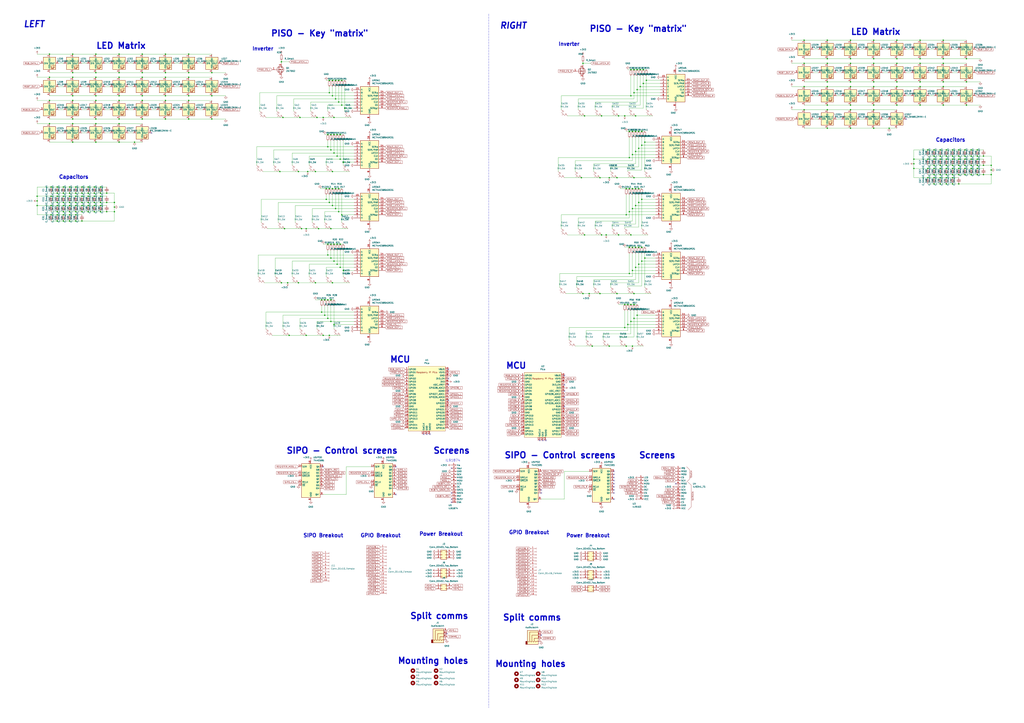
<source format=kicad_sch>
(kicad_sch (version 20211123) (generator eeschema)
  (paper "A1")
  (title_block (title "Access Keyboard") (rev "0"))
  (lib_symbols
    (symbol "74xx:74HC595"
      (property "Reference" "U" (at -7.62 13.97 0))
      (property "Value" "74HC595" (at -7.62 -16.51 0))
      (symbol "74HC595_1_0"
        (pin tri_state line (at 10.16 7.62 180) (length 2.54) (name "QB") (number "1"))
        (pin input line (at -10.16 2.54 0) (length 2.54) (name "~{SRCLR}") (number "10"))
        (pin input line (at -10.16 5.08 0) (length 2.54) (name "SRCLK") (number "11"))
        (pin input line (at -10.16 -2.54 0) (length 2.54) (name "RCLK") (number "12"))
        (pin input line (at -10.16 -5.08 0) (length 2.54) (name "~{OE}") (number "13"))
        (pin input line (at -10.16 10.16 0) (length 2.54) (name "SER") (number "14"))
        (pin tri_state line (at 10.16 10.16 180) (length 2.54) (name "QA") (number "15"))
        (pin power_in line (at 0 15.24 270) (length 2.54) (name "VCC") (number "16"))
        (pin tri_state line (at 10.16 5.08 180) (length 2.54) (name "QC") (number "2"))
        (pin tri_state line (at 10.16 2.54 180) (length 2.54) (name "QD") (number "3"))
        (pin tri_state line (at 10.16 0 180) (length 2.54) (name "QE") (number "4"))
        (pin tri_state line (at 10.16 -2.54 180) (length 2.54) (name "QF") (number "5"))
        (pin tri_state line (at 10.16 -5.08 180) (length 2.54) (name "QG") (number "6"))
        (pin tri_state line (at 10.16 -7.62 180) (length 2.54) (name "QH") (number "7"))
        (pin power_in line (at 0 -17.78 90) (length 2.54) (name "GND") (number "8"))
        (pin output line (at 10.16 -12.7 180) (length 2.54) (name "QH'") (number "9"))
      )
    )
    (symbol "Connector:AudioJack4"
      (property "Reference" "J" (at 0 8.89 0))
      (property "Value" "AudioJack4" (at 0 6.35 0))
      (symbol "AudioJack4_1_1"
        (pin passive line (at 5.08 -2.54 180) (length 2.54) (name "~") (number "R1"))
        (pin passive line (at 5.08 0 180) (length 2.54) (name "~") (number "R2"))
        (pin passive line (at 5.08 2.54 180) (length 2.54) (name "~") (number "S"))
        (pin passive line (at 5.08 -5.08 180) (length 2.54) (name "~") (number "T"))
      )
    )
    (symbol "Connector:Conn_01x10_Female" (pin_names (offset 1.016) hide)
      (property "Reference" "J" (at 0 12.7 0))
      (property "Value" "Conn_01x10_Female" (at 0 -15.24 0))
      (symbol "Conn_01x10_Female_1_1"
        (pin passive line (at -5.08 10.16 0) (length 3.81) (name "Pin_1") (number "1"))
        (pin passive line (at -5.08 -12.7 0) (length 3.81) (name "Pin_10") (number "10"))
        (pin passive line (at -5.08 7.62 0) (length 3.81) (name "Pin_2") (number "2"))
        (pin passive line (at -5.08 5.08 0) (length 3.81) (name "Pin_3") (number "3"))
        (pin passive line (at -5.08 2.54 0) (length 3.81) (name "Pin_4") (number "4"))
        (pin passive line (at -5.08 0 0) (length 3.81) (name "Pin_5") (number "5"))
        (pin passive line (at -5.08 -2.54 0) (length 3.81) (name "Pin_6") (number "6"))
        (pin passive line (at -5.08 -5.08 0) (length 3.81) (name "Pin_7") (number "7"))
        (pin passive line (at -5.08 -7.62 0) (length 3.81) (name "Pin_8") (number "8"))
        (pin passive line (at -5.08 -10.16 0) (length 3.81) (name "Pin_9") (number "9"))
      )
    )
    (symbol "Connector:Conn_01x16_Female" (pin_names (offset 1.016) hide)
      (property "Reference" "J" (at 0 20.32 0))
      (property "Value" "Conn_01x16_Female" (at 0 -22.86 0))
      (symbol "Conn_01x16_Female_1_1"
        (pin passive line (at -5.08 17.78 0) (length 3.81) (name "Pin_1") (number "1"))
        (pin passive line (at -5.08 -5.08 0) (length 3.81) (name "Pin_10") (number "10"))
        (pin passive line (at -5.08 -7.62 0) (length 3.81) (name "Pin_11") (number "11"))
        (pin passive line (at -5.08 -10.16 0) (length 3.81) (name "Pin_12") (number "12"))
        (pin passive line (at -5.08 -12.7 0) (length 3.81) (name "Pin_13") (number "13"))
        (pin passive line (at -5.08 -15.24 0) (length 3.81) (name "Pin_14") (number "14"))
        (pin passive line (at -5.08 -17.78 0) (length 3.81) (name "Pin_15") (number "15"))
        (pin passive line (at -5.08 -20.32 0) (length 3.81) (name "Pin_16") (number "16"))
        (pin passive line (at -5.08 15.24 0) (length 3.81) (name "Pin_2") (number "2"))
        (pin passive line (at -5.08 12.7 0) (length 3.81) (name "Pin_3") (number "3"))
        (pin passive line (at -5.08 10.16 0) (length 3.81) (name "Pin_4") (number "4"))
        (pin passive line (at -5.08 7.62 0) (length 3.81) (name "Pin_5") (number "5"))
        (pin passive line (at -5.08 5.08 0) (length 3.81) (name "Pin_6") (number "6"))
        (pin passive line (at -5.08 2.54 0) (length 3.81) (name "Pin_7") (number "7"))
        (pin passive line (at -5.08 0 0) (length 3.81) (name "Pin_8") (number "8"))
        (pin passive line (at -5.08 -2.54 0) (length 3.81) (name "Pin_9") (number "9"))
      )
    )
    (symbol "Connector_Generic:Conn_02x02_Top_Bottom" (pin_names (offset 1.016) hide)
      (property "Reference" "J" (at 1.27 2.54 0))
      (property "Value" "Conn_02x02_Top_Bottom" (at 1.27 -5.08 0))
      (symbol "Conn_02x02_Top_Bottom_1_1"
        (pin passive line (at -5.08 0 0) (length 3.81) (name "Pin_1") (number "1"))
        (pin passive line (at -5.08 -2.54 0) (length 3.81) (name "Pin_2") (number "2"))
        (pin passive line (at 7.62 0 180) (length 3.81) (name "Pin_3") (number "3"))
        (pin passive line (at 7.62 -2.54 180) (length 3.81) (name "Pin_4") (number "4"))
      )
    )
    (symbol "Connector_Generic:Conn_02x03_Top_Bottom" (pin_names (offset 1.016) hide)
      (property "Reference" "J" (at 1.27 5.08 0))
      (property "Value" "Conn_02x03_Top_Bottom" (at 1.27 -5.08 0))
      (symbol "Conn_02x03_Top_Bottom_1_1"
        (pin passive line (at -5.08 2.54 0) (length 3.81) (name "Pin_1") (number "1"))
        (pin passive line (at -5.08 0 0) (length 3.81) (name "Pin_2") (number "2"))
        (pin passive line (at -5.08 -2.54 0) (length 3.81) (name "Pin_3") (number "3"))
        (pin passive line (at 7.62 2.54 180) (length 3.81) (name "Pin_4") (number "4"))
        (pin passive line (at 7.62 0 180) (length 3.81) (name "Pin_5") (number "5"))
        (pin passive line (at 7.62 -2.54 180) (length 3.81) (name "Pin_6") (number "6"))
      )
    )
    (symbol "Device:C_Small" (pin_numbers hide) (pin_names (offset 0.254) hide)
      (property "Reference" "C" (at 0.254 1.778 0))
      (property "Value" "C_Small" (at 0.254 -2.032 0))
      (symbol "C_Small_1_1"
        (pin passive line (at 0 2.54 270) (length 2.032) (name "~") (number "1"))
        (pin passive line (at 0 -2.54 90) (length 2.032) (name "~") (number "2"))
      )
    )
    (symbol "Device:R_Small" (pin_numbers hide) (pin_names (offset 0.254) hide)
      (property "Reference" "R" (at 0.762 0.508 0))
      (property "Value" "R_Small" (at 0.762 -1.016 0))
      (symbol "R_Small_1_1"
        (pin passive line (at 0 2.54 270) (length 0.762) (name "~") (number "1"))
        (pin passive line (at 0 -2.54 90) (length 0.762) (name "~") (number "2"))
      )
    )
    (symbol "MCU_RaspberryPi_and_Boards:Pico"
      (property "Reference" "U" (at -13.97 27.94 0))
      (property "Value" "Pico" (at 0 19.05 0))
      (symbol "Pico_0_0"
        (text "Raspberry Pi Pico" (at 0 21.59 0) (effects (font (size 1.27 1.27))))
      )
      (symbol "Pico_1_1"
        (pin bidirectional line (at -17.78 24.13 0) (length 2.54) (name "GPIO0") (number "1"))
        (pin bidirectional line (at -17.78 1.27 0) (length 2.54) (name "GPIO7") (number "10"))
        (pin bidirectional line (at -17.78 -1.27 0) (length 2.54) (name "GPIO8") (number "11"))
        (pin bidirectional line (at -17.78 -3.81 0) (length 2.54) (name "GPIO9") (number "12"))
        (pin power_in line (at -17.78 -6.35 0) (length 2.54) (name "GND") (number "13"))
        (pin bidirectional line (at -17.78 -8.89 0) (length 2.54) (name "GPIO10") (number "14"))
        (pin bidirectional line (at -17.78 -11.43 0) (length 2.54) (name "GPIO11") (number "15"))
        (pin bidirectional line (at -17.78 -13.97 0) (length 2.54) (name "GPIO12") (number "16"))
        (pin bidirectional line (at -17.78 -16.51 0) (length 2.54) (name "GPIO13") (number "17"))
        (pin power_in line (at -17.78 -19.05 0) (length 2.54) (name "GND") (number "18"))
        (pin bidirectional line (at -17.78 -21.59 0) (length 2.54) (name "GPIO14") (number "19"))
        (pin bidirectional line (at -17.78 21.59 0) (length 2.54) (name "GPIO1") (number "2"))
        (pin bidirectional line (at -17.78 -24.13 0) (length 2.54) (name "GPIO15") (number "20"))
        (pin bidirectional line (at 17.78 -24.13 180) (length 2.54) (name "GPIO16") (number "21"))
        (pin bidirectional line (at 17.78 -21.59 180) (length 2.54) (name "GPIO17") (number "22"))
        (pin power_in line (at 17.78 -19.05 180) (length 2.54) (name "GND") (number "23"))
        (pin bidirectional line (at 17.78 -16.51 180) (length 2.54) (name "GPIO18") (number "24"))
        (pin bidirectional line (at 17.78 -13.97 180) (length 2.54) (name "GPIO19") (number "25"))
        (pin bidirectional line (at 17.78 -11.43 180) (length 2.54) (name "GPIO20") (number "26"))
        (pin bidirectional line (at 17.78 -8.89 180) (length 2.54) (name "GPIO21") (number "27"))
        (pin power_in line (at 17.78 -6.35 180) (length 2.54) (name "GND") (number "28"))
        (pin bidirectional line (at 17.78 -3.81 180) (length 2.54) (name "GPIO22") (number "29"))
        (pin power_in line (at -17.78 19.05 0) (length 2.54) (name "GND") (number "3"))
        (pin input line (at 17.78 -1.27 180) (length 2.54) (name "RUN") (number "30"))
        (pin bidirectional line (at 17.78 1.27 180) (length 2.54) (name "GPIO26_ADC0") (number "31"))
        (pin bidirectional line (at 17.78 3.81 180) (length 2.54) (name "GPIO27_ADC1") (number "32"))
        (pin power_in line (at 17.78 6.35 180) (length 2.54) (name "AGND") (number "33"))
        (pin bidirectional line (at 17.78 8.89 180) (length 2.54) (name "GPIO28_ADC2") (number "34"))
        (pin power_in line (at 17.78 11.43 180) (length 2.54) (name "ADC_VREF") (number "35"))
        (pin power_in line (at 17.78 13.97 180) (length 2.54) (name "3V3") (number "36"))
        (pin input line (at 17.78 16.51 180) (length 2.54) (name "3V3_EN") (number "37"))
        (pin bidirectional line (at 17.78 19.05 180) (length 2.54) (name "GND") (number "38"))
        (pin power_in line (at 17.78 21.59 180) (length 2.54) (name "VSYS") (number "39"))
        (pin bidirectional line (at -17.78 16.51 0) (length 2.54) (name "GPIO2") (number "4"))
        (pin power_in line (at 17.78 24.13 180) (length 2.54) (name "VBUS") (number "40"))
        (pin input line (at -2.54 -29.21 90) (length 2.54) (name "SWCLK") (number "41"))
        (pin power_in line (at 0 -29.21 90) (length 2.54) (name "GND") (number "42"))
        (pin bidirectional line (at 2.54 -29.21 90) (length 2.54) (name "SWDIO") (number "43"))
        (pin bidirectional line (at -17.78 13.97 0) (length 2.54) (name "GPIO3") (number "5"))
        (pin bidirectional line (at -17.78 11.43 0) (length 2.54) (name "GPIO4") (number "6"))
        (pin bidirectional line (at -17.78 8.89 0) (length 2.54) (name "GPIO5") (number "7"))
        (pin power_in line (at -17.78 6.35 0) (length 2.54) (name "GND") (number "8"))
        (pin bidirectional line (at -17.78 3.81 0) (length 2.54) (name "GPIO6") (number "9"))
      )
    )
    (symbol "Mechanical:MountingHole" (pin_names (offset 1.016))
      (property "Reference" "H" (at 0 5.08 0))
      (property "Value" "MountingHole" (at 0 3.175 0))
    )
    (symbol "Transistor_FET:2N7002" (pin_names hide)
      (property "Reference" "Q" (at 5.08 1.905 0))
      (property "Value" "2N7002" (at 5.08 0 0))
      (symbol "2N7002_1_1"
        (pin input line (at -5.08 0 0) (length 2.54) (name "G") (number "1"))
        (pin passive line (at 2.54 -5.08 90) (length 2.54) (name "S") (number "2"))
        (pin passive line (at 2.54 5.08 270) (length 2.54) (name "D") (number "3"))
      )
    )
    (symbol "marbastlib-mx:MX_SK6812MINI-E"
      (property "Reference" "LED" (at 2.54 -6.35 0))
      (property "Value" "MX_SK6812MINI-E" (at 10.16 6.35 0))
      (symbol "MX_SK6812MINI-E_0_0"
        (text "RGB" (at 2.286 -4.191 0) (effects (font (size 0.762 0.762))))
      )
      (symbol "MX_SK6812MINI-E_1_1"
        (pin power_in line (at 0 7.62 270) (length 2.54) (name "VDD") (number "1"))
        (pin output line (at 7.62 0 180) (length 2.54) (name "DOUT") (number "2"))
        (pin input line (at -7.62 0 0) (length 2.54) (name "DIN") (number "3"))
        (pin power_in line (at 0 -7.62 90) (length 2.54) (name "VSS") (number "4"))
      )
    )
    (symbol "marbastlib-mx:MX_SW_HS" (pin_numbers hide) (pin_names (offset 1.016) hide)
      (property "Reference" "SW" (at 3.048 1.016 0))
      (property "Value" "MX_SW_HS" (at 0 -3.81 0))
      (symbol "MX_SW_HS_0_1"
        (pin passive line (at -2.54 2.54 0) (length 0) (name "1") (number "1"))
        (pin passive line (at 2.54 -2.54 180) (length 0) (name "2") (number "2"))
      )
    )
    (symbol "my_components:IL91874"
      (property "Reference" "U" (at 0 -2.54 0))
      (property "Value" "IL91874" (at 0 0 0))
      (symbol "IL91874_1_1"
        (pin passive line (at 0 33.02 0) (length 3.81) (name "V_{IN}") (number "1"))
        (pin passive line (at 0 10.16 0) (length 3.81) (name "SDCS") (number "10"))
        (pin passive line (at 0 7.62 0) (length 3.81) (name "RST") (number "11"))
        (pin passive line (at 0 5.08 0) (length 3.81) (name "BUSY") (number "12"))
        (pin passive line (at 0 2.54 0) (length 3.81) (name "ENA") (number "13"))
        (pin passive line (at 0 30.48 0) (length 3.81) (name "V_{OUT}") (number "2"))
        (pin passive line (at 0 27.94 0) (length 3.81) (name "GND") (number "3"))
        (pin passive line (at 0 25.4 0) (length 3.81) (name "SCK") (number "4"))
        (pin passive line (at 0 22.86 0) (length 3.81) (name "MISO") (number "5"))
        (pin passive line (at 0 20.32 0) (length 3.81) (name "MOSI") (number "6"))
        (pin passive line (at 0 17.78 0) (length 3.81) (name "ECS") (number "7"))
        (pin passive line (at 0 15.24 0) (length 3.81) (name "DC") (number "8"))
        (pin passive line (at 0 12.7 0) (length 3.81) (name "SRCS") (number "9"))
      )
    )
    (symbol "my_components:ILI9163"
      (property "Reference" "U" (at -1.27 -2.54 0))
      (property "Value" "ILI9163" (at 0 0 0))
      (symbol "ILI9163_1_1"
        (pin passive line (at 0 20.32 0) (length 3.81) (name "LED") (number "1"))
        (pin passive line (at 0 17.78 0) (length 3.81) (name "SCK") (number "2"))
        (pin passive line (at 0 15.24 0) (length 3.81) (name "MOSI") (number "3"))
        (pin passive line (at 0 12.7 0) (length 3.81) (name "DC") (number "4"))
        (pin passive line (at 0 10.16 0) (length 3.81) (name "RST") (number "5"))
        (pin passive line (at 0 7.62 0) (length 3.81) (name "CS") (number "6"))
        (pin passive line (at 0 5.08 0) (length 3.81) (name "GND") (number "7"))
        (pin passive line (at 0 2.54 0) (length 3.81) (name "VCC") (number "8"))
      )
    )
    (symbol "my_components:ILI9341_TS"
      (property "Reference" "U" (at -1.27 -2.54 0))
      (property "Value" "ILI9341_TS" (at 0 0 0))
      (symbol "ILI9341_TS_0_0"
        (text "SCREEN" (at 12.7 12.7 900) (effects (font (size 1.27 1.27))))
        (text "TOUCH" (at 11.43 30.48 900) (effects (font (size 1.27 1.27))))
      )
      (symbol "ILI9341_TS_1_1"
        (pin passive line (at -1.27 35.56 0) (length 3.81) (name "IRQ") (number "1"))
        (pin passive line (at -1.27 12.7 0) (length 3.81) (name "DC") (number "10"))
        (pin passive line (at -1.27 10.16 0) (length 3.81) (name "RST") (number "11"))
        (pin passive line (at -1.27 7.62 0) (length 3.81) (name "CS") (number "12"))
        (pin passive line (at -1.27 5.08 0) (length 3.81) (name "GND") (number "13"))
        (pin passive line (at -1.27 2.54 0) (length 3.81) (name "VCC") (number "14"))
        (pin passive line (at -1.27 33.02 0) (length 3.81) (name "MISO") (number "2"))
        (pin passive line (at -1.27 30.48 0) (length 3.81) (name "MOSI") (number "3"))
        (pin passive line (at -1.27 27.94 0) (length 3.81) (name "CS") (number "4"))
        (pin passive line (at -1.27 25.4 0) (length 3.81) (name "SCK") (number "5"))
        (pin passive line (at -1.27 22.86 0) (length 3.81) (name "MISO") (number "6"))
        (pin passive line (at -1.27 20.32 0) (length 3.81) (name "LED") (number "7"))
        (pin passive line (at -1.27 17.78 0) (length 3.81) (name "SCK") (number "8"))
        (pin passive line (at -1.27 15.24 0) (length 3.81) (name "MOSI") (number "9"))
      )
    )
    (symbol "my_components:MC74HC589ADR2G"
      (property "Reference" "U" (at 0 0 0))
      (property "Value" "MC74HC589ADR2G" (at 10.16 17.78 0))
      (symbol "MC74HC589ADR2G_1_0"
        (pin input line (at -12.7 36.83 0) (length 5.08) (name "B") (number "1"))
        (pin input line (at 12.7 26.67 180) (length 5.08) (name "OE") (number "10"))
        (pin input line (at 12.7 29.21 180) (length 5.08) (name "CLK") (number "11"))
        (pin input line (at 12.7 31.75 180) (length 5.08) (name "LATCH") (number "12"))
        (pin input line (at 12.7 34.29 180) (length 5.08) (name "SER/PAR") (number "13"))
        (pin input line (at 12.7 36.83 180) (length 5.08) (name "SER_{IN}") (number "14"))
        (pin input line (at -12.7 39.37 0) (length 5.08) (name "A") (number "15"))
        (pin power_in line (at 0 46.99 270) (length 5.08) (name "VCC") (number "16"))
        (pin input line (at -12.7 34.29 0) (length 5.08) (name "C") (number "2"))
        (pin input line (at -12.7 31.75 0) (length 5.08) (name "D") (number "3"))
        (pin input line (at -12.7 29.21 0) (length 5.08) (name "E") (number "4"))
        (pin input line (at -12.7 26.67 0) (length 5.08) (name "F") (number "5"))
        (pin input line (at -12.7 24.13 0) (length 5.08) (name "G") (number "6"))
        (pin input line (at -12.7 21.59 0) (length 5.08) (name "H") (number "7"))
        (pin power_in line (at 0 13.97 90) (length 5.08) (name "GND") (number "8"))
        (pin output line (at 12.7 24.13 180) (length 5.08) (name "SER_{OUT}") (number "9"))
      )
    )
    (symbol "power:+3V3" (power) (pin_names (offset 0))
      (property "Value" "+3V3" (at 0 3.556 0))
      (symbol "+3V3_1_1"
        (pin power_in line (at 0 0 90) (length 0) hide (name "+3V3") (number "1"))
      )
    )
    (symbol "power:GND" (power) (pin_names (offset 0))
      (property "Value" "GND" (at 0 -3.81 0))
      (symbol "GND_1_1"
        (pin power_in line (at 0 0 270) (length 0) hide (name "GND") (number "1"))
      )
    )
  )
  (junction (at 264.16 246.38))
  (junction (at 278.13 154.94))
  (junction (at 777.24 135.89))
  (junction (at 97.79 82.55))
  (junction (at 276.86 217.17))
  (junction (at 46.99 176.53))
  (junction (at 274.32 96.52))
  (junction (at 802.64 138.43))
  (junction (at 52.07 161.29))
  (junction (at 767.08 135.89))
  (junction (at 93.98 173.99))
  (junction (at 717.55 105.41))
  (junction (at 52.07 153.67))
  (junction (at 494.03 95.25))
  (junction (at 519.43 107.95))
  (junction (at 67.31 158.75))
  (junction (at 529.59 116.84))
  (junction (at 46.99 173.99))
  (junction (at 275.59 171.45))
  (junction (at 72.39 166.37))
  (junction (at 660.4 52.07))
  (junction (at 736.6 71.12))
  (junction (at 523.24 259.08))
  (junction (at 41.91 176.53))
  (junction (at 267.97 154.94))
  (junction (at 524.51 217.17))
  (junction (at 518.16 78.74))
  (junction (at 59.69 59.69))
  (junction (at 527.05 163.83))
  (junction (at 750.57 138.43))
  (junction (at 77.47 161.29))
  (junction (at 717.55 48.26))
  (junction (at 116.84 78.74))
  (junction (at 762 130.81))
  (junction (at 116.84 59.69))
  (junction (at 523.24 57.15))
  (junction (at 62.23 166.37))
  (junction (at 524.51 166.37))
  (junction (at 797.56 128.27))
  (junction (at 67.31 166.37))
  (junction (at 797.56 138.43))
  (junction (at 154.94 78.74))
  (junction (at 78.74 59.69))
  (junction (at 698.5 71.12))
  (junction (at 274.32 266.7))
  (junction (at 772.16 151.13))
  (junction (at 82.55 158.75))
  (junction (at 774.7 52.07))
  (junction (at 271.78 187.96))
  (junction (at 245.11 232.41))
  (junction (at 154.94 44.45))
  (junction (at 792.48 135.89))
  (junction (at 516.89 173.99))
  (junction (at 698.5 48.26))
  (junction (at 519.43 171.45))
  (junction (at 59.69 63.5))
  (junction (at 521.97 219.71))
  (junction (at 698.5 105.41))
  (junction (at 698.5 33.02))
  (junction (at 77.47 166.37))
  (junction (at 72.39 173.99))
  (junction (at 97.79 116.84))
  (junction (at 269.24 200.66))
  (junction (at 516.89 224.79))
  (junction (at 717.55 67.31))
  (junction (at 525.78 57.15))
  (junction (at 273.05 140.97))
  (junction (at 135.89 78.74))
  (junction (at 792.48 123.19))
  (junction (at 40.64 82.55))
  (junction (at 271.78 110.49))
  (junction (at 529.59 212.09))
  (junction (at 782.32 146.05))
  (junction (at 97.79 97.79))
  (junction (at 527.05 214.63))
  (junction (at 767.08 130.81))
  (junction (at 772.16 143.51))
  (junction (at 245.11 140.97))
  (junction (at 40.64 101.6))
  (junction (at 270.51 166.37))
  (junction (at 154.94 63.5))
  (junction (at 62.23 158.75))
  (junction (at 519.43 222.25))
  (junction (at 736.6 52.07))
  (junction (at 698.5 67.31))
  (junction (at 797.56 123.19))
  (junction (at 281.94 222.25))
  (junction (at 78.74 97.79))
  (junction (at 524.51 203.2))
  (junction (at 78.74 44.45))
  (junction (at 508 193.04))
  (junction (at 767.08 143.51))
  (junction (at 82.55 161.29))
  (junction (at 762 123.19))
  (junction (at 782.32 135.89))
  (junction (at 231.14 50.8))
  (junction (at 782.32 128.27))
  (junction (at 717.55 33.02))
  (junction (at 116.84 63.5))
  (junction (at 265.43 96.52))
  (junction (at 271.78 246.38))
  (junction (at 513.08 95.25))
  (junction (at 515.62 266.7))
  (junction (at 173.99 97.79))
  (junction (at 519.43 203.2))
  (junction (at 767.08 128.27))
  (junction (at 518.16 250.19))
  (junction (at 52.07 176.53))
  (junction (at 52.07 173.99))
  (junction (at 269.24 120.65))
  (junction (at 259.08 232.41))
  (junction (at 787.4 151.13))
  (junction (at 679.45 71.12))
  (junction (at 135.89 63.5))
  (junction (at 275.59 154.94))
  (junction (at 266.7 259.08))
  (junction (at 527.05 203.2))
  (junction (at 246.38 96.52))
  (junction (at 251.46 187.96))
  (junction (at 82.55 173.99))
  (junction (at 280.67 66.04))
  (junction (at 116.84 44.45))
  (junction (at 62.23 161.29))
  (junction (at 679.45 52.07))
  (junction (at 772.16 135.89))
  (junction (at 281.94 133.35))
  (junction (at 736.6 48.26))
  (junction (at 280.67 176.53))
  (junction (at 520.7 57.15))
  (junction (at 500.38 146.05))
  (junction (at 802.64 135.89))
  (junction (at 269.24 261.62))
  (junction (at 265.43 275.59))
  (junction (at 679.45 90.17))
  (junction (at 78.74 63.5))
  (junction (at 274.32 125.73))
  (junction (at 78.74 116.84))
  (junction (at 154.94 59.69))
  (junction (at 273.05 168.91))
  (junction (at 52.07 158.75))
  (junction (at 273.05 154.94))
  (junction (at 270.51 154.94))
  (junction (at 279.4 130.81))
  (junction (at 59.69 44.45))
  (junction (at 46.99 153.67))
  (junction (at 67.31 168.91))
  (junction (at 82.55 166.37))
  (junction (at 57.15 161.29))
  (junction (at 814.07 139.7))
  (junction (at 762 146.05))
  (junction (at 30.48 165.1))
  (junction (at 247.65 187.96))
  (junction (at 270.51 275.59))
  (junction (at 792.48 128.27))
  (junction (at 782.32 151.13))
  (junction (at 523.24 73.66))
  (junction (at 521.97 124.46))
  (junction (at 135.89 44.45))
  (junction (at 30.48 168.91))
  (junction (at 269.24 110.49))
  (junction (at 59.69 97.79))
  (junction (at 87.63 173.99))
  (junction (at 519.43 127))
  (junction (at 52.07 168.91))
  (junction (at 527.05 107.95))
  (junction (at 787.4 128.27))
  (junction (at 46.99 166.37))
  (junction (at 62.23 181.61))
  (junction (at 97.79 101.6))
  (junction (at 793.75 67.31))
  (junction (at 802.64 130.81))
  (junction (at 797.56 130.81))
  (junction (at 72.39 158.75))
  (junction (at 271.78 200.66))
  (junction (at 521.97 95.25))
  (junction (at 59.69 82.55))
  (junction (at 259.08 140.97))
  (junction (at 77.47 168.91))
  (junction (at 698.5 86.36))
  (junction (at 521.97 107.95))
  (junction (at 229.87 140.97))
  (junction (at 717.55 71.12))
  (junction (at 660.4 33.02))
  (junction (at 273.05 232.41))
  (junction (at 772.16 138.43))
  (junction (at 777.24 123.19))
  (junction (at 520.7 250.19))
  (junction (at 77.47 158.75))
  (junction (at 260.35 96.52))
  (junction (at 717.55 52.07))
  (junction (at 237.49 275.59))
  (junction (at 520.7 76.2))
  (junction (at 154.94 97.79))
  (junction (at 528.32 57.15))
  (junction (at 792.48 138.43))
  (junction (at 279.4 219.71))
  (junction (at 67.31 173.99))
  (junction (at 40.64 63.5))
  (junction (at 486.41 284.48))
  (junction (at 67.31 153.67))
  (junction (at 802.64 128.27))
  (junction (at 793.75 48.26))
  (junction (at 782.32 130.81))
  (junction (at 698.5 90.17))
  (junction (at 782.32 123.19))
  (junction (at 525.78 71.12))
  (junction (at 494.03 193.04))
  (junction (at 82.55 168.91))
  (junction (at 514.35 284.48))
  (junction (at 679.45 48.26))
  (junction (at 278.13 173.99))
  (junction (at 62.23 153.67))
  (junction (at 755.65 71.12))
  (junction (at 135.89 82.55))
  (junction (at 524.51 121.92))
  (junction (at 110.49 116.84))
  (junction (at 93.98 170.18))
  (junction (at 57.15 153.67))
  (junction (at 252.73 140.97))
  (junction (at 135.89 97.79))
  (junction (at 755.65 33.02))
  (junction (at 278.13 83.82))
  (junction (at 478.79 241.3))
  (junction (at 500.38 284.48))
  (junction (at 516.89 129.54))
  (junction (at 521.97 168.91))
  (junction (at 236.22 232.41))
  (junction (at 793.75 86.36))
  (junction (at 520.7 146.05))
  (junction (at 271.78 212.09))
  (junction (at 777.24 143.51))
  (junction (at 767.08 123.19))
  (junction (at 814.07 143.51))
  (junction (at 478.79 52.07))
  (junction (at 97.79 63.5))
  (junction (at 679.45 67.31))
  (junction (at 497.84 193.04))
  (junction (at 774.7 86.36))
  (junction (at 57.15 181.61))
  (junction (at 62.23 168.91))
  (junction (at 274.32 200.66))
  (junction (at 660.4 71.12))
  (junction (at 97.79 44.45))
  (junction (at 767.08 151.13))
  (junction (at 755.65 52.07))
  (junction (at 480.06 193.04))
  (junction (at 87.63 166.37))
  (junction (at 283.21 88.9))
  (junction (at 797.56 135.89))
  (junction (at 518.16 264.16))
  (junction (at 755.65 67.31))
  (junction (at 57.15 173.99))
  (junction (at 274.32 110.49))
  (junction (at 774.7 33.02))
  (junction (at 269.24 209.55))
  (junction (at 506.73 241.3))
  (junction (at 520.7 241.3))
  (junction (at 78.74 101.6))
  (junction (at 492.76 241.3))
  (junction (at 777.24 146.05))
  (junction (at 521.97 154.94))
  (junction (at 513.08 269.24))
  (junction (at 802.64 143.51))
  (junction (at 232.41 96.52))
  (junction (at 807.72 128.27))
  (junction (at 173.99 78.74))
  (junction (at 772.16 123.19))
  (junction (at 278.13 66.04))
  (junction (at 516.89 154.94))
  (junction (at 782.32 138.43))
  (junction (at 233.68 187.96))
  (junction (at 271.78 123.19))
  (junction (at 518.16 193.04))
  (junction (at 480.06 95.25))
  (junction (at 792.48 143.51))
  (junction (at 524.51 107.95))
  (junction (at 787.4 138.43))
  (junction (at 275.59 66.04))
  (junction (at 67.31 161.29))
  (junction (at 97.79 78.74))
  (junction (at 782.32 143.51))
  (junction (at 477.52 146.05))
  (junction (at 279.4 200.66))
  (junction (at 777.24 128.27))
  (junction (at 736.6 33.02))
  (junction (at 57.15 176.53))
  (junction (at 154.94 82.55))
  (junction (at 269.24 246.38))
  (junction (at 774.7 48.26))
  (junction (at 508 95.25))
  (junction (at 280.67 86.36))
  (junction (at 755.65 86.36))
  (junction (at 46.99 158.75))
  (junction (at 679.45 33.02))
  (junction (at 777.24 130.81))
  (junction (at 750.57 134.62))
  (junction (at 772.16 128.27))
  (junction (at 267.97 163.83))
  (junction (at 116.84 82.55))
  (junction (at 72.39 168.91))
  (junction (at 97.79 59.69))
  (junction (at 264.16 256.54))
  (junction (at 274.32 214.63))
  (junction (at 87.63 158.75))
  (junction (at 57.15 168.91))
  (junction (at 518.16 57.15))
  (junction (at 276.86 200.66))
  (junction (at 660.4 90.17))
  (junction (at 736.6 67.31))
  (junction (at 519.43 154.94))
  (junction (at 57.15 158.75))
  (junction (at 787.4 143.51))
  (junction (at 266.7 246.38))
  (junction (at 787.4 130.81))
  (junction (at 514.35 176.53))
  (junction (at 251.46 275.59))
  (junction (at 772.16 130.81))
  (junction (at 787.4 123.19))
  (junction (at 802.64 123.19))
  (junction (at 231.14 232.41))
  (junction (at 515.62 250.19))
  (junction (at 46.99 161.29))
  (junction (at 59.69 78.74))
  (junction (at 774.7 71.12))
  (junction (at 514.35 154.94))
  (junction (at 270.51 76.2))
  (junction (at 59.69 116.84))
  (junction (at 777.24 151.13))
  (junction (at 717.55 90.17))
  (junction (at 777.24 138.43))
  (junction (at 52.07 166.37))
  (junction (at 116.84 97.79))
  (junction (at 57.15 166.37))
  (junction (at 717.55 86.36))
  (junction (at 261.62 187.96))
  (junction (at 730.25 105.41))
  (junction (at 787.4 135.89))
  (junction (at 513.08 250.19))
  (junction (at 792.48 130.81))
  (junction (at 528.32 68.58))
  (junction (at 797.56 143.51))
  (junction (at 72.39 153.67))
  (junction (at 516.89 107.95))
  (junction (at 492.76 146.05))
  (junction (at 755.65 48.26))
  (junction (at 135.89 59.69))
  (junction (at 521.97 203.2))
  (junction (at 62.23 176.53))
  (junction (at 93.98 166.37))
  (junction (at 279.4 110.49))
  (junction (at 767.08 138.43))
  (junction (at 78.74 82.55))
  (junction (at 276.86 110.49))
  (junction (at 72.39 161.29))
  (junction (at 62.23 173.99))
  (junction (at 77.47 153.67))
  (junction (at 516.89 203.2))
  (junction (at 524.51 154.94))
  (junction (at 774.7 67.31))
  (junction (at 41.91 161.29))
  (junction (at 77.47 173.99))
  (junction (at 814.07 135.89))
  (junction (at 275.59 81.28))
  (junction (at 41.91 168.91))
  (junction (at 59.69 101.6))
  (junction (at 273.05 78.74))
  (junction (at 807.72 143.51))
  (junction (at 173.99 59.69))
  (junction (at 483.87 241.3))
  (junction (at 750.57 130.81))
  (junction (at 698.5 52.07))
  (junction (at 736.6 86.36))
  (junction (at 82.55 153.67))
  (junction (at 679.45 86.36))
  (junction (at 46.99 168.91))
  (junction (at 30.48 161.29))
  (junction (at 530.86 66.04))
  (junction (at 67.31 181.61))
  (junction (at 679.45 105.41))
  (junction (at 807.72 135.89))
  (junction (at 271.78 264.16))
  (junction (at 78.74 78.74))
  (junction (at 506.73 146.05))
  (junction (at 276.86 128.27))
  (junction (at 767.08 146.05))
  (junction (at 273.05 66.04))
  (junction (at 520.7 261.62))
  (junction (at 270.51 66.04))
  (junction (at 46.99 181.61))
  (junction (at 527.05 119.38))
  (junction (at 762 138.43))
  (junction (at 40.64 44.45))
  (junction (at 52.07 181.61))
  (junction (at 772.16 146.05))
  (junction (at 41.91 153.67))
  (junction (at 519.43 284.48))
  (no_connect (at 368.3 303.53))
  (no_connect (at 368.3 328.93))
  (no_connect (at 463.55 308.61))
  (no_connect (at 347.98 356.87))
  (no_connect (at 370.84 410.21))
  (no_connect (at 367.03 520.7))
  (no_connect (at 504.19 389.89))
  (no_connect (at 444.5 402.59))
  (no_connect (at 444.5 405.13))
  (no_connect (at 504.19 400.05))
  (no_connect (at 463.55 316.23))
  (no_connect (at 504.19 402.59))
  (no_connect (at 368.3 316.23))
  (no_connect (at 370.84 384.81))
  (no_connect (at 444.5 521.97))
  (no_connect (at 463.55 321.31))
  (no_connect (at 370.84 405.13))
  (no_connect (at 445.77 361.95))
  (no_connect (at 325.12 383.54))
  (no_connect (at 504.19 405.13))
  (no_connect (at 554.99 397.51))
  (no_connect (at 124.46 109.22))
  (no_connect (at 504.19 410.21))
  (no_connect (at 443.23 361.95))
  (no_connect (at 504.19 387.35))
  (no_connect (at 744.22 97.79))
  (no_connect (at 265.43 383.54))
  (no_connect (at 448.31 361.95))
  (no_connect (at 463.55 334.01))
  (no_connect (at 368.3 311.15))
  (no_connect (at 463.55 326.39))
  (no_connect (at 353.06 356.87))
  (no_connect (at 350.52 356.87))
  (no_connect (at 504.19 392.43))
  (no_connect (at 325.12 406.4))
  (no_connect (at 504.19 397.51))
  (no_connect (at 504.19 394.97))
  (no_connect (at 368.3 321.31))
  (no_connect (at 370.84 412.75))
  (wire (pts (xy 246.38 96.52) (xy 260.35 96.52)))
  (wire (pts (xy 520.7 241.3) (xy 534.67 241.3)))
  (wire (pts (xy 516.89 88.9) (xy 516.89 90.17)))
  (wire (pts (xy 48.26 90.17) (xy 52.07 90.17)))
  (wire (pts (xy 173.99 78.74) (xy 185.42 78.74)))
  (wire (pts (xy 706.12 59.69) (xy 709.93 59.69)))
  (wire (pts (xy 290.83 214.63) (xy 274.32 214.63)))
  (wire (pts (xy 226.06 212.09) (xy 226.06 227.33)))
  (wire (pts (xy 519.43 160.02) (xy 519.43 171.45)))
  (wire (pts (xy 105.41 52.07) (xy 109.22 52.07)))
  (wire (pts (xy 273.05 66.04) (xy 275.59 66.04)))
  (wire (pts (xy 264.16 256.54) (xy 290.83 256.54)))
  (wire (pts (xy 41.91 173.99) (xy 46.99 173.99)))
  (wire (pts (xy 782.32 40.64) (xy 786.13 40.64)))
  (wire (pts (xy 40.64 59.69) (xy 59.69 59.69)))
  (wire (pts (xy 519.43 107.95) (xy 521.97 107.95)))
  (wire (pts (xy 274.32 251.46) (xy 274.32 266.7)))
  (wire (pts (xy 259.08 246.38) (xy 264.16 246.38)))
  (wire (pts (xy 524.51 107.95) (xy 527.05 107.95)))
  (wire (pts (xy 717.55 52.07) (xy 736.6 52.07)))
  (wire (pts (xy 273.05 71.12) (xy 273.05 78.74)))
  (wire (pts (xy 256.54 171.45) (xy 256.54 182.88)))
  (wire (pts (xy 506.73 241.3) (xy 520.7 241.3)))
  (wire (pts (xy 516.89 173.99) (xy 538.48 173.99)))
  (wire (pts (xy 231.14 232.41) (xy 236.22 232.41)))
  (wire (pts (xy 660.4 105.41) (xy 679.45 105.41)))
  (wire (pts (xy 767.08 138.43) (xy 762 138.43)))
  (wire (pts (xy 725.17 40.64) (xy 728.98 40.64)))
  (wire (pts (xy 524.51 166.37) (xy 524.51 186.69)))
  (wire (pts (xy 717.55 71.12) (xy 736.6 71.12)))
  (wire (pts (xy 519.43 181.61) (xy 488.95 181.61)))
  (wire (pts (xy 502.92 86.36) (xy 502.92 90.17)))
  (wire (pts (xy 279.4 200.66) (xy 281.94 200.66)))
  (wire (pts (xy 255.27 83.82) (xy 255.27 91.44)))
  (wire (pts (xy 62.23 158.75) (xy 57.15 158.75)))
  (wire (pts (xy 508 193.04) (xy 518.16 193.04)))
  (wire (pts (xy 782.32 135.89) (xy 787.4 135.89)))
  (wire (pts (xy 116.84 59.69) (xy 135.89 59.69)))
  (wire (pts (xy 218.44 256.54) (xy 264.16 256.54)))
  (wire (pts (xy 265.43 275.59) (xy 270.51 275.59)))
  (wire (pts (xy 480.06 193.04) (xy 494.03 193.04)))
  (wire (pts (xy 501.65 232.41) (xy 524.51 232.41)))
  (wire (pts (xy 524.51 208.28) (xy 524.51 217.17)))
  (wire (pts (xy 232.41 259.08) (xy 232.41 270.51)))
  (wire (pts (xy 52.07 168.91) (xy 46.99 168.91)))
  (wire (pts (xy 744.22 40.64) (xy 748.03 40.64)))
  (wire (pts (xy 77.47 153.67) (xy 72.39 153.67)))
  (wire (pts (xy 478.79 50.8) (xy 478.79 52.07)))
  (wire (pts (xy 275.59 66.04) (xy 278.13 66.04)))
  (wire (pts (xy 269.24 115.57) (xy 269.24 120.65)))
  (wire (pts (xy 523.24 73.66) (xy 542.29 73.66)))
  (wire (pts (xy 515.62 57.15) (xy 518.16 57.15)))
  (wire (pts (xy 755.65 48.26) (xy 774.7 48.26)))
  (wire (pts (xy 717.55 48.26) (xy 736.6 48.26)))
  (wire (pts (xy 538.48 219.71) (xy 521.97 219.71)))
  (wire (pts (xy 270.51 76.2) (xy 213.36 76.2)))
  (wire (pts (xy 515.62 234.95) (xy 515.62 236.22)))
  (wire (pts (xy 290.83 222.25) (xy 281.94 222.25)))
  (wire (pts (xy 706.12 78.74) (xy 709.93 78.74)))
  (wire (pts (xy 67.31 166.37) (xy 72.39 166.37)))
  (wire (pts (xy 77.47 161.29) (xy 82.55 161.29)))
  (wire (pts (xy 725.17 97.79) (xy 728.98 97.79)))
  (wire (pts (xy 247.65 187.96) (xy 251.46 187.96)))
  (wire (pts (xy 787.4 151.13) (xy 814.07 151.13)))
  (wire (pts (xy 270.51 154.94) (xy 273.05 154.94)))
  (wire (pts (xy 274.32 96.52) (xy 288.29 96.52)))
  (wire (pts (xy 520.7 261.62) (xy 538.48 261.62)))
  (wire (pts (xy 513.08 255.27) (xy 513.08 269.24)))
  (wire (pts (xy 772.16 146.05) (xy 767.08 146.05)))
  (wire (pts (xy 660.4 33.02) (xy 679.45 33.02)))
  (wire (pts (xy 444.5 410.21) (xy 463.55 410.21)))
  (wire (pts (xy 527.05 119.38) (xy 538.48 119.38)))
  (wire (pts (xy 173.99 59.69) (xy 185.42 59.69)))
  (wire (pts (xy 516.89 173.99) (xy 516.89 179.07)))
  (wire (pts (xy 521.97 107.95) (xy 524.51 107.95)))
  (wire (pts (xy 497.84 193.04) (xy 508 193.04)))
  (wire (pts (xy 521.97 113.03) (xy 521.97 124.46)))
  (wire (pts (xy 520.7 57.15) (xy 523.24 57.15)))
  (wire (pts (xy 519.43 222.25) (xy 519.43 227.33)))
  (wire (pts (xy 78.74 82.55) (xy 97.79 82.55)))
  (wire (pts (xy 802.64 143.51) (xy 807.72 143.51)))
  (wire (pts (xy 527.05 113.03) (xy 527.05 119.38)))
  (wire (pts (xy 228.6 166.37) (xy 270.51 166.37)))
  (wire (pts (xy 736.6 33.02) (xy 755.65 33.02)))
  (wire (pts (xy 772.16 151.13) (xy 777.24 151.13)))
  (wire (pts (xy 30.48 44.45) (xy 40.64 44.45)))
  (wire (pts (xy 41.91 161.29) (xy 46.99 161.29)))
  (wire (pts (xy 46.99 173.99) (xy 52.07 173.99)))
  (wire (pts (xy 57.15 158.75) (xy 52.07 158.75)))
  (wire (pts (xy 459.74 224.79) (xy 516.89 224.79)))
  (wire (pts (xy 242.57 168.91) (xy 242.57 182.88)))
  (wire (pts (xy 807.72 123.19) (xy 802.64 123.19)))
  (wire (pts (xy 515.62 139.7) (xy 527.05 139.7)))
  (wire (pts (xy 77.47 166.37) (xy 82.55 166.37)))
  (wire (pts (xy 93.98 158.75) (xy 87.63 158.75)))
  (wire (pts (xy 240.03 214.63) (xy 274.32 214.63)))
  (wire (pts (xy 527.05 163.83) (xy 527.05 187.96)))
  (wire (pts (xy 281.94 205.74) (xy 281.94 222.25)))
  (wire (pts (xy 774.7 71.12) (xy 793.75 71.12)))
  (wire (pts (xy 30.48 82.55) (xy 40.64 82.55)))
  (wire (pts (xy 466.09 193.04) (xy 480.06 193.04)))
  (wire (pts (xy 814.07 135.89) (xy 814.07 128.27)))
  (wire (pts (xy 500.38 284.48) (xy 514.35 284.48)))
  (wire (pts (xy 793.75 86.36) (xy 805.18 86.36)))
  (wire (pts (xy 231.14 50.8) (xy 231.14 52.07)))
  (wire (pts (xy 264.16 251.46) (xy 264.16 256.54)))
  (wire (pts (xy 77.47 173.99) (xy 82.55 173.99)))
  (wire (pts (xy 792.48 135.89) (xy 797.56 135.89)))
  (wire (pts (xy 774.7 86.36) (xy 793.75 86.36)))
  (wire (pts (xy 525.78 86.36) (xy 502.92 86.36)))
  (wire (pts (xy 782.32 59.69) (xy 786.13 59.69)))
  (wire (pts (xy 62.23 166.37) (xy 67.31 166.37)))
  (wire (pts (xy 523.24 57.15) (xy 525.78 57.15)))
  (wire (pts (xy 521.97 219.71) (xy 521.97 229.87)))
  (wire (pts (xy 530.86 62.23) (xy 530.86 66.04)))
  (wire (pts (xy 762 138.43) (xy 750.57 138.43)))
  (wire (pts (xy 46.99 168.91) (xy 41.91 168.91)))
  (wire (pts (xy 233.68 187.96) (xy 247.65 187.96)))
  (wire (pts (xy 774.7 48.26) (xy 793.75 48.26)))
  (wire (pts (xy 236.22 232.41) (xy 245.11 232.41)))
  (wire (pts (xy 698.5 71.12) (xy 717.55 71.12)))
  (wire (pts (xy 280.67 86.36) (xy 269.24 86.36)))
  (wire (pts (xy 218.44 96.52) (xy 232.41 96.52)))
  (wire (pts (xy 227.33 78.74) (xy 227.33 91.44)))
  (wire (pts (xy 276.86 200.66) (xy 279.4 200.66)))
  (wire (pts (xy 59.69 59.69) (xy 78.74 59.69)))
  (wire (pts (xy 290.83 217.17) (xy 276.86 217.17)))
  (wire (pts (xy 279.4 115.57) (xy 279.4 130.81)))
  (wire (pts (xy 271.78 110.49) (xy 274.32 110.49)))
  (wire (pts (xy 143.51 71.12) (xy 147.32 71.12)))
  (wire (pts (xy 30.48 165.1) (xy 30.48 161.29)))
  (wire (pts (xy 48.26 109.22) (xy 52.07 109.22)))
  (wire (pts (xy 280.67 86.36) (xy 290.83 86.36)))
  (wire (pts (xy 767.08 123.19) (xy 762 123.19)))
  (wire (pts (xy 750.57 130.81) (xy 762 130.81)))
  (wire (pts (xy 278.13 66.04) (xy 280.67 66.04)))
  (wire (pts (xy 519.43 208.28) (xy 519.43 222.25)))
  (wire (pts (xy 93.98 181.61) (xy 93.98 173.99)))
  (wire (pts (xy 698.5 67.31) (xy 717.55 67.31)))
  (wire (pts (xy 762 135.89) (xy 767.08 135.89)))
  (wire (pts (xy 30.48 63.5) (xy 40.64 63.5)))
  (wire (pts (xy 267.97 219.71) (xy 279.4 219.71)))
  (wire (pts (xy 267.97 163.83) (xy 214.63 163.83)))
  (wire (pts (xy 480.06 95.25) (xy 494.03 95.25)))
  (wire (pts (xy 521.97 124.46) (xy 521.97 134.62)))
  (wire (pts (xy 78.74 116.84) (xy 97.79 116.84)))
  (wire (pts (xy 787.4 143.51) (xy 792.48 143.51)))
  (wire (pts (xy 650.24 90.17) (xy 660.4 90.17)))
  (wire (pts (xy 251.46 187.96) (xy 261.62 187.96)))
  (wire (pts (xy 279.4 110.49) (xy 281.94 110.49)))
  (wire (pts (xy 274.32 125.73) (xy 290.83 125.73)))
  (wire (pts (xy 518.16 250.19) (xy 515.62 250.19)))
  (wire (pts (xy 266.7 173.99) (xy 266.7 182.88)))
  (wire (pts (xy 528.32 57.15) (xy 530.86 57.15)))
  (wire (pts (xy 524.51 121.92) (xy 524.51 137.16)))
  (wire (pts (xy 698.5 90.17) (xy 717.55 90.17)))
  (wire (pts (xy 523.24 255.27) (xy 523.24 259.08)))
  (wire (pts (xy 267.97 66.04) (xy 270.51 66.04)))
  (wire (pts (xy 516.89 129.54) (xy 538.48 129.54)))
  (wire (pts (xy 679.45 105.41) (xy 698.5 105.41)))
  (wire (pts (xy 269.24 200.66) (xy 271.78 200.66)))
  (wire (pts (xy 52.07 153.67) (xy 46.99 153.67)))
  (wire (pts (xy 762 146.05) (xy 750.57 146.05)))
  (wire (pts (xy 516.89 224.79) (xy 538.48 224.79)))
  (wire (pts (xy 513.08 269.24) (xy 538.48 269.24)))
  (wire (pts (xy 278.13 71.12) (xy 278.13 83.82)))
  (wire (pts (xy 660.4 52.07) (xy 679.45 52.07)))
  (wire (pts (xy 213.36 76.2) (xy 213.36 91.44)))
  (wire (pts (xy 270.51 166.37) (xy 290.83 166.37)))
  (wire (pts (xy 797.56 130.81) (xy 802.64 130.81)))
  (wire (pts (xy 116.84 82.55) (xy 135.89 82.55)))
  (wire (pts (xy 30.48 176.53) (xy 30.48 168.91)))
  (wire (pts (xy 72.39 153.67) (xy 67.31 153.67)))
  (wire (pts (xy 520.7 250.19) (xy 518.16 250.19)))
  (wire (pts (xy 782.32 151.13) (xy 787.4 151.13)))
  (wire (pts (xy 514.35 154.94) (xy 516.89 154.94)))
  (wire (pts (xy 755.65 71.12) (xy 774.7 71.12)))
  (wire (pts (xy 792.48 130.81) (xy 797.56 130.81)))
  (wire (pts (xy 97.79 59.69) (xy 116.84 59.69)))
  (wire (pts (xy 59.69 44.45) (xy 78.74 44.45)))
  (wire (pts (xy 271.78 246.38) (xy 269.24 246.38)))
  (wire (pts (xy 520.7 81.28) (xy 474.98 81.28)))
  (wire (pts (xy 278.13 154.94) (xy 280.67 154.94)))
  (wire (pts (xy 527.05 214.63) (xy 538.48 214.63)))
  (wire (pts (xy 135.89 82.55) (xy 154.94 82.55)))
  (wire (pts (xy 473.71 227.33) (xy 473.71 236.22)))
  (wire (pts (xy 459.74 224.79) (xy 459.74 236.22)))
  (wire (pts (xy 246.38 261.62) (xy 269.24 261.62)))
  (wire (pts (xy 762 130.81) (xy 767.08 130.81)))
  (wire (pts (xy 523.24 259.08) (xy 523.24 279.4)))
  (wire (pts (xy 525.78 62.23) (xy 525.78 71.12)))
  (wire (pts (xy 276.86 115.57) (xy 276.86 128.27)))
  (wire (pts (xy 492.76 146.05) (xy 500.38 146.05)))
  (wire (pts (xy 501.65 137.16) (xy 524.51 137.16)))
  (wire (pts (xy 78.74 78.74) (xy 97.79 78.74)))
  (wire (pts (xy 519.43 203.2) (xy 521.97 203.2)))
  (wire (pts (xy 78.74 59.69) (xy 97.79 59.69)))
  (wire (pts (xy 792.48 143.51) (xy 797.56 143.51)))
  (wire (pts (xy 46.99 176.53) (xy 41.91 176.53)))
  (wire (pts (xy 488.95 181.61) (xy 488.95 187.96)))
  (wire (pts (xy 275.59 81.28) (xy 290.83 81.28)))
  (wire (pts (xy 525.78 71.12) (xy 542.29 71.12)))
  (wire (pts (xy 62.23 181.61) (xy 67.31 181.61)))
  (wire (pts (xy 135.89 59.69) (xy 154.94 59.69)))
  (wire (pts (xy 792.48 123.19) (xy 787.4 123.19)))
  (wire (pts (xy 110.49 116.84) (xy 116.84 116.84)))
  (wire (pts (xy 154.94 82.55) (xy 173.99 82.55)))
  (wire (pts (xy 260.35 264.16) (xy 260.35 270.51)))
  (wire (pts (xy 528.32 68.58) (xy 528.32 88.9)))
  (wire (pts (xy 59.69 97.79) (xy 78.74 97.79)))
  (wire (pts (xy 509.27 276.86) (xy 509.27 279.4)))
  (wire (pts (xy 717.55 86.36) (xy 736.6 86.36)))
  (wire (pts (xy 240.03 125.73) (xy 274.32 125.73)))
  (wire (pts (xy 518.16 78.74) (xy 461.01 78.74)))
  (wire (pts (xy 278.13 83.82) (xy 290.83 83.82)))
  (wire (pts (xy 793.75 48.26) (xy 805.18 48.26)))
  (wire (pts (xy 52.07 176.53) (xy 46.99 176.53)))
  (wire (pts (xy 515.62 234.95) (xy 527.05 234.95)))
  (wire (pts (xy 260.35 96.52) (xy 265.43 96.52)))
  (wire (pts (xy 275.59 71.12) (xy 275.59 81.28)))
  (wire (pts (xy 514.35 284.48) (xy 519.43 284.48)))
  (wire (pts (xy 755.65 86.36) (xy 774.7 86.36)))
  (wire (pts (xy 467.36 269.24) (xy 513.08 269.24)))
  (wire (pts (xy 520.7 76.2) (xy 542.29 76.2)))
  (wire (pts (xy 797.56 138.43) (xy 792.48 138.43)))
  (wire (pts (xy 650.24 52.07) (xy 660.4 52.07)))
  (wire (pts (xy 762 143.51) (xy 767.08 143.51)))
  (wire (pts (xy 521.97 208.28) (xy 521.97 219.71)))
  (wire (pts (xy 520.7 250.19) (xy 523.24 250.19)))
  (wire (pts (xy 72.39 168.91) (xy 67.31 168.91)))
  (wire (pts (xy 271.78 200.66) (xy 274.32 200.66)))
  (wire (pts (xy 82.55 153.67) (xy 77.47 153.67)))
  (wire (pts (xy 527.05 214.63) (xy 527.05 234.95)))
  (wire (pts (xy 472.44 132.08) (xy 472.44 140.97)))
  (wire (pts (xy 458.47 129.54) (xy 516.89 129.54)))
  (wire (pts (xy 228.6 166.37) (xy 228.6 182.88)))
  (wire (pts (xy 254 135.89) (xy 254 128.27)))
  (wire (pts (xy 516.89 107.95) (xy 519.43 107.95)))
  (wire (pts (xy 523.24 62.23) (xy 523.24 73.66)))
  (wire (pts (xy 519.43 127) (xy 519.43 132.08)))
  (wire (pts (xy 67.31 109.22) (xy 71.12 109.22)))
  (wire (pts (xy 219.71 187.96) (xy 233.68 187.96)))
  (wire (pts (xy 40.64 101.6) (xy 59.69 101.6)))
  (wire (pts (xy 525.78 71.12) (xy 525.78 86.36)))
  (wire (pts (xy 240.03 135.89) (xy 240.03 125.73)))
  (wire (pts (xy 520.7 261.62) (xy 520.7 276.86)))
  (wire (pts (xy 787.4 135.89) (xy 792.48 135.89)))
  (wire (pts (xy 524.51 121.92) (xy 538.48 121.92)))
  (wire (pts (xy 802.64 138.43) (xy 797.56 138.43)))
  (wire (pts (xy 281.94 222.25) (xy 281.94 227.33)))
  (wire (pts (xy 46.99 161.29) (xy 52.07 161.29)))
  (wire (pts (xy 474.98 179.07) (xy 516.89 179.07)))
  (wire (pts (xy 86.36 109.22) (xy 90.17 109.22)))
  (wire (pts (xy 40.64 116.84) (xy 59.69 116.84)))
  (wire (pts (xy 273.05 160.02) (xy 273.05 168.91)))
  (wire (pts (xy 265.43 200.66) (xy 269.24 200.66)))
  (wire (pts (xy 458.47 129.54) (xy 458.47 140.97)))
  (wire (pts (xy 802.64 128.27) (xy 797.56 128.27)))
  (wire (pts (xy 266.7 251.46) (xy 266.7 259.08)))
  (wire (pts (xy 520.7 146.05) (xy 534.67 146.05)))
  (wire (pts (xy 154.94 59.69) (xy 173.99 59.69)))
  (wire (pts (xy 525.78 57.15) (xy 528.32 57.15)))
  (wire (pts (xy 259.08 140.97) (xy 273.05 140.97)))
  (wire (pts (xy 501.65 140.97) (xy 501.65 137.16)))
  (wire (pts (xy 62.23 176.53) (xy 57.15 176.53)))
  (wire (pts (xy 736.6 86.36) (xy 755.65 86.36)))
  (wire (pts (xy 278.13 173.99) (xy 266.7 173.99)))
  (wire (pts (xy 777.24 138.43) (xy 772.16 138.43)))
  (wire (pts (xy 135.89 97.79) (xy 154.94 97.79)))
  (wire (pts (xy 279.4 205.74) (xy 279.4 219.71)))
  (wire (pts (xy 232.41 259.08) (xy 266.7 259.08)))
  (wire (pts (xy 516.89 113.03) (xy 516.89 129.54)))
  (wire (pts (xy 67.31 173.99) (xy 72.39 173.99)))
  (wire (pts (xy 67.31 52.07) (xy 71.12 52.07)))
  (wire (pts (xy 506.73 146.05) (xy 520.7 146.05)))
  (wire (pts (xy 782.32 143.51) (xy 787.4 143.51)))
  (wire (pts (xy 210.82 120.65) (xy 210.82 135.89)))
  (wire (pts (xy 270.51 275.59) (xy 279.4 275.59)))
  (wire (pts (xy 40.64 82.55) (xy 59.69 82.55)))
  (wire (pts (xy 269.24 86.36) (xy 269.24 91.44)))
  (wire (pts (xy 763.27 40.64) (xy 767.08 40.64)))
  (wire (pts (xy 57.15 168.91) (xy 52.07 168.91)))
  (wire (pts (xy 755.65 67.31) (xy 774.7 67.31)))
  (wire (pts (xy 116.84 97.79) (xy 135.89 97.79)))
  (wire (pts (xy 782.32 130.81) (xy 787.4 130.81)))
  (wire (pts (xy 269.24 261.62) (xy 290.83 261.62)))
  (wire (pts (xy 515.62 266.7) (xy 515.62 271.78)))
  (wire (pts (xy 797.56 123.19) (xy 792.48 123.19)))
  (wire (pts (xy 527.05 119.38) (xy 527.05 139.7)))
  (wire (pts (xy 271.78 187.96) (xy 285.75 187.96)))
  (wire (pts (xy 762 123.19) (xy 750.57 123.19)))
  (wire (pts (xy 792.48 138.43) (xy 787.4 138.43)))
  (wire (pts (xy 254 128.27) (xy 276.86 128.27)))
  (wire (pts (xy 509.27 154.94) (xy 514.35 154.94)))
  (wire (pts (xy 57.15 181.61) (xy 62.23 181.61)))
  (wire (pts (xy 78.74 44.45) (xy 97.79 44.45)))
  (wire (pts (xy 278.13 83.82) (xy 255.27 83.82)))
  (wire (pts (xy 254 217.17) (xy 276.86 217.17)))
  (wire (pts (xy 495.3 274.32) (xy 495.3 279.4)))
  (wire (pts (xy 668.02 59.69) (xy 671.83 59.69)))
  (wire (pts (xy 82.55 168.91) (xy 77.47 168.91)))
  (wire (pts (xy 41.91 153.67) (xy 30.48 153.67)))
  (wire (pts (xy 500.38 146.05) (xy 506.73 146.05)))
  (wire (pts (xy 97.79 44.45) (xy 116.84 44.45)))
  (wire (pts (xy 57.15 153.67) (xy 52.07 153.67)))
  (wire (pts (xy 814.07 143.51) (xy 814.07 139.7)))
  (wire (pts (xy 251.46 275.59) (xy 265.43 275.59)))
  (wire (pts (xy 660.4 67.31) (xy 679.45 67.31)))
  (wire (pts (xy 687.07 97.79) (xy 690.88 97.79)))
  (wire (pts (xy 280.67 176.53) (xy 280.67 182.88)))
  (wire (pts (xy 290.83 168.91) (xy 273.05 168.91)))
  (wire (pts (xy 271.78 115.57) (xy 271.78 123.19)))
  (wire (pts (xy 519.43 113.03) (xy 519.43 127)))
  (wire (pts (xy 290.83 78.74) (xy 273.05 78.74)))
  (wire (pts (xy 261.62 187.96) (xy 271.78 187.96)))
  (wire (pts (xy 538.48 222.25) (xy 519.43 222.25)))
  (wire (pts (xy 698.5 52.07) (xy 717.55 52.07)))
  (wire (pts (xy 736.6 48.26) (xy 755.65 48.26)))
  (wire (pts (xy 515.62 255.27) (xy 515.62 266.7)))
  (wire (pts (xy 67.31 158.75) (xy 62.23 158.75)))
  (wire (pts (xy 30.48 101.6) (xy 40.64 101.6)))
  (wire (pts (xy 521.97 154.94) (xy 524.51 154.94)))
  (wire (pts (xy 30.48 153.67) (xy 30.48 161.29)))
  (wire (pts (xy 271.78 205.74) (xy 271.78 212.09)))
  (wire (pts (xy 679.45 86.36) (xy 698.5 86.36)))
  (wire (pts (xy 717.55 105.41) (xy 730.25 105.41)))
  (wire (pts (xy 270.51 160.02) (xy 270.51 166.37)))
  (wire (pts (xy 787.4 128.27) (xy 782.32 128.27)))
  (wire (pts (xy 725.17 59.69) (xy 728.98 59.69)))
  (wire (pts (xy 660.4 90.17) (xy 679.45 90.17)))
  (wire (pts (xy 767.08 143.51) (xy 772.16 143.51)))
  (wire (pts (xy 679.45 33.02) (xy 698.5 33.02)))
  (wire (pts (xy 78.74 63.5) (xy 97.79 63.5)))
  (wire (pts (xy 265.43 406.4) (xy 284.48 406.4)))
  (wire (pts (xy 278.13 160.02) (xy 278.13 173.99)))
  (wire (pts (xy 478.79 52.07) (xy 478.79 53.34)))
  (wire (pts (xy 767.08 130.81) (xy 772.16 130.81)))
  (wire (pts (xy 284.48 406.4) (xy 284.48 383.54)))
  (wire (pts (xy 483.87 241.3) (xy 492.76 241.3)))
  (wire (pts (xy 467.36 269.24) (xy 467.36 279.4)))
  (wire (pts (xy 782.32 128.27) (xy 777.24 128.27)))
  (wire (pts (xy 772.16 130.81) (xy 777.24 130.81)))
  (wire (pts (xy 528.32 88.9) (xy 516.89 88.9)))
  (wire (pts (xy 518.16 193.04) (xy 532.13 193.04)))
  (wire (pts (xy 271.78 212.09) (xy 290.83 212.09)))
  (wire (pts (xy 515.62 139.7) (xy 515.62 140.97)))
  (wire (pts (xy 274.32 205.74) (xy 274.32 214.63)))
  (wire (pts (xy 494.03 193.04) (xy 497.84 193.04)))
  (wire (pts (xy 463.55 410.21) (xy 463.55 387.35)))
  (wire (pts (xy 772.16 128.27) (xy 767.08 128.27)))
  (wire (pts (xy 30.48 168.91) (xy 30.48 165.1)))
  (wire (pts (xy 474.98 81.28) (xy 474.98 90.17)))
  (wire (pts (xy 524.51 154.94) (xy 527.05 154.94)))
  (wire (pts (xy 774.7 33.02) (xy 793.75 33.02)))
  (wire (pts (xy 41.91 181.61) (xy 46.99 181.61)))
  (wire (pts (xy 283.21 71.12) (xy 283.21 88.9)))
  (wire (pts (xy 154.94 63.5) (xy 173.99 63.5)))
  (wire (pts (xy 750.57 123.19) (xy 750.57 130.81)))
  (wire (pts (xy 154.94 97.79) (xy 173.99 97.79)))
  (wire (pts (xy 495.3 274.32) (xy 518.16 274.32)))
  (wire (pts (xy 744.22 59.69) (xy 748.03 59.69)))
  (wire (pts (xy 290.83 163.83) (xy 267.97 163.83)))
  (wire (pts (xy 266.7 246.38) (xy 264.16 246.38)))
  (wire (pts (xy 275.59 171.45) (xy 256.54 171.45)))
  (wire (pts (xy 513.08 203.2) (xy 516.89 203.2)))
  (wire (pts (xy 82.55 173.99) (xy 87.63 173.99)))
  (wire (pts (xy 478.79 52.07) (xy 485.14 52.07)))
  (wire (pts (xy 518.16 255.27) (xy 518.16 264.16)))
  (wire (pts (xy 271.78 123.19) (xy 290.83 123.19)))
  (wire (pts (xy 269.24 205.74) (xy 269.24 209.55)))
  (wire (pts (xy 280.67 160.02) (xy 280.67 176.53)))
  (wire (pts (xy 116.84 78.74) (xy 135.89 78.74)))
  (wire (pts (xy 774.7 52.07) (xy 793.75 52.07)))
  (wire (pts (xy 777.24 146.05) (xy 772.16 146.05)))
  (wire (pts (xy 215.9 140.97) (xy 229.87 140.97)))
  (wire (pts (xy 777.24 143.51) (xy 782.32 143.51)))
  (wire (pts (xy 777.24 123.19) (xy 772.16 123.19)))
  (wire (pts (xy 777.24 128.27) (xy 772.16 128.27)))
  (wire (pts (xy 267.97 130.81) (xy 267.97 135.89)))
  (wire (pts (xy 461.01 176.53) (xy 461.01 187.96)))
  (wire (pts (xy 514.35 107.95) (xy 516.89 107.95)))
  (wire (pts (xy 763.27 59.69) (xy 767.08 59.69)))
  (wire (pts (xy 518.16 57.15) (xy 520.7 57.15)))
  (wire (pts (xy 650.24 33.02) (xy 660.4 33.02)))
  (wire (pts (xy 62.23 168.91) (xy 57.15 168.91)))
  (wire (pts (xy 254 217.17) (xy 254 227.33)))
  (wire (pts (xy 698.5 33.02) (xy 717.55 33.02)))
  (wire (pts (xy 521.97 95.25) (xy 535.94 95.25)))
  (wire (pts (xy 767.08 135.89) (xy 772.16 135.89)))
  (wire (pts (xy 224.79 123.19) (xy 271.78 123.19)))
  (wire (pts (xy 135.89 44.45) (xy 154.94 44.45)))
  (wire (pts (xy 767.08 151.13) (xy 772.16 151.13)))
  (wire (pts (xy 40.64 63.5) (xy 59.69 63.5)))
  (wire (pts (xy 270.51 76.2) (xy 290.83 76.2)))
  (wire (pts (xy 223.52 275.59) (xy 237.49 275.59)))
  (wire (pts (xy 487.68 140.97) (xy 487.68 134.62)))
  (wire (pts (xy 772.16 135.89) (xy 777.24 135.89)))
  (wire (pts (xy 162.56 52.07) (xy 166.37 52.07)))
  (wire (pts (xy 274.32 200.66) (xy 276.86 200.66)))
  (wire (pts (xy 523.24 73.66) (xy 523.24 83.82)))
  (wire (pts (xy 97.79 101.6) (xy 116.84 101.6)))
  (wire (pts (xy 487.68 229.87) (xy 521.97 229.87)))
  (wire (pts (xy 86.36 71.12) (xy 90.17 71.12)))
  (wire (pts (xy 273.05 154.94) (xy 275.59 154.94)))
  (wire (pts (xy 463.55 146.05) (xy 477.52 146.05)))
  (wire (pts (xy 67.31 71.12) (xy 71.12 71.12)))
  (wire (pts (xy 52.07 158.75) (xy 46.99 158.75)))
  (wire (pts (xy 472.44 132.08) (xy 519.43 132.08)))
  (wire (pts (xy 259.08 232.41) (xy 273.05 232.41)))
  (wire (pts (xy 212.09 209.55) (xy 269.24 209.55)))
  (wire (pts (xy 275.59 154.94) (xy 278.13 154.94)))
  (wire (pts (xy 67.31 90.17) (xy 71.12 90.17)))
  (wire (pts (xy 802.64 135.89) (xy 807.72 135.89)))
  (wire (pts (xy 262.89 154.94) (xy 267.97 154.94)))
  (wire (pts (xy 214.63 163.83) (xy 214.63 182.88)))
  (wire (pts (xy 240.03 214.63) (xy 240.03 227.33)))
  (wire (pts (xy 46.99 153.67) (xy 41.91 153.67)))
  (wire (pts (xy 523.24 259.08) (xy 538.48 259.08)))
  (wire (pts (xy 529.59 113.03) (xy 529.59 116.84)))
  (wire (pts (xy 488.95 83.82) (xy 488.95 90.17)))
  (wire (pts (xy 77.47 168.91) (xy 72.39 168.91)))
  (wire (pts (xy 67.31 181.61) (xy 93.98 181.61)))
  (wire (pts (xy 797.56 135.89) (xy 802.64 135.89)))
  (wire (pts (xy 87.63 173.99) (xy 93.98 173.99)))
  (wire (pts (xy 660.4 86.36) (xy 679.45 86.36)))
  (wire (pts (xy 787.4 146.05) (xy 782.32 146.05)))
  (wire (pts (xy 46.99 166.37) (xy 52.07 166.37)))
  (wire (pts (xy 41.91 166.37) (xy 46.99 166.37)))
  (wire (pts (xy 67.31 161.29) (xy 72.39 161.29)))
  (wire (pts (xy 59.69 78.74) (xy 78.74 78.74)))
  (wire (pts (xy 519.43 171.45) (xy 538.48 171.45)))
  (wire (pts (xy 72.39 166.37) (xy 77.47 166.37)))
  (wire (pts (xy 736.6 67.31) (xy 755.65 67.31)))
  (wire (pts (xy 67.31 176.53) (xy 62.23 176.53)))
  (wire (pts (xy 802.64 130.81) (xy 807.72 130.81)))
  (wire (pts (xy 521.97 160.02) (xy 521.97 168.91)))
  (wire (pts (xy 173.99 97.79) (xy 185.42 97.79)))
  (wire (pts (xy 231.14 50.8) (xy 237.49 50.8)))
  (wire (pts (xy 40.64 97.79) (xy 59.69 97.79)))
  (wire (pts (xy 792.48 128.27) (xy 787.4 128.27)))
  (wire (pts (xy 514.35 160.02) (xy 514.35 176.53)))
  (wire (pts (xy 290.83 173.99) (xy 278.13 173.99)))
  (wire (pts (xy 290.83 171.45) (xy 275.59 171.45)))
  (wire (pts (xy 62.23 153.67) (xy 57.15 153.67)))
  (wire (pts (xy 668.02 78.74) (xy 671.83 78.74)))
  (wire (pts (xy 524.51 217.17) (xy 538.48 217.17)))
  (wire (pts (xy 97.79 116.84) (xy 110.49 116.84)))
  (wire (pts (xy 802.64 123.19) (xy 797.56 123.19)))
  (wire (pts (xy 501.65 232.41) (xy 501.65 236.22)))
  (wire (pts (xy 245.11 140.97) (xy 252.73 140.97)))
  (wire (pts (xy 530.86 66.04) (xy 530.86 90.17)))
  (wire (pts (xy 270.51 66.04) (xy 273.05 66.04)))
  (wire (pts (xy 717.55 90.17) (xy 736.6 90.17)))
  (wire (pts (xy 492.76 241.3) (xy 506.73 241.3)))
  (wire (pts (xy 494.03 95.25) (xy 508 95.25)))
  (wire (pts (xy 755.65 52.07) (xy 774.7 52.07)))
  (wire (pts (xy 269.24 110.49) (xy 271.78 110.49)))
  (wire (pts (xy 41.91 168.91) (xy 30.48 168.91)))
  (wire (pts (xy 814.07 128.27) (xy 807.72 128.27)))
  (wire (pts (xy 217.17 232.41) (xy 231.14 232.41)))
  (wire (pts (xy 508 95.25) (xy 513.08 95.25)))
  (wire (pts (xy 267.97 219.71) (xy 267.97 227.33)))
  (wire (pts (xy 650.24 71.12) (xy 660.4 71.12)))
  (wire (pts (xy 777.24 151.13) (xy 782.32 151.13)))
  (wire (pts (xy 520.7 255.27) (xy 520.7 261.62)))
  (wire (pts (xy 797.56 143.51) (xy 802.64 143.51)))
  (wire (pts (xy 519.43 127) (xy 538.48 127)))
  (wire (pts (xy 212.09 209.55) (xy 212.09 227.33)))
  (wire (pts (xy 275.59 81.28) (xy 241.3 81.28)))
  (wire (pts (xy 105.41 71.12) (xy 109.22 71.12)))
  (wire (pts (xy 524.51 186.69) (xy 513.08 186.69)))
  (wire (pts (xy 524.51 203.2) (xy 527.05 203.2)))
  (wire (pts (xy 226.06 212.09) (xy 271.78 212.09)))
  (wire (pts (xy 514.35 176.53) (xy 538.48 176.53)))
  (wire (pts (xy 807.72 128.27) (xy 802.64 128.27)))
  (wire (pts (xy 273.05 168.91) (xy 242.57 168.91)))
  (wire (pts (xy 52.07 166.37) (xy 57.15 166.37)))
  (wire (pts (xy 82.55 161.29) (xy 87.63 161.29)))
  (wire (pts (xy 93.98 166.37) (xy 93.98 158.75)))
  (wire (pts (xy 464.82 241.3) (xy 478.79 241.3)))
  (wire (pts (xy 513.08 186.69) (xy 513.08 187.96)))
  (wire (pts (xy 730.25 105.41) (xy 736.6 105.41)))
  (wire (pts (xy 660.4 48.26) (xy 679.45 48.26)))
  (wire (pts (xy 717.55 67.31) (xy 736.6 67.31)))
  (wire (pts (xy 57.15 173.99) (xy 62.23 173.99)))
  (wire (pts (xy 135.89 63.5) (xy 154.94 63.5)))
  (wire (pts (xy 154.94 78.74) (xy 173.99 78.74)))
  (wire (pts (xy 87.63 153.67) (xy 82.55 153.67)))
  (wire (pts (xy 521.97 124.46) (xy 538.48 124.46)))
  (wire (pts (xy 744.22 78.74) (xy 748.03 78.74)))
  (wire (pts (xy 273.05 232.41) (xy 287.02 232.41)))
  (wire (pts (xy 750.57 134.62) (xy 750.57 130.81)))
  (wire (pts (xy 706.12 97.79) (xy 709.93 97.79)))
  (wire (pts (xy 78.74 101.6) (xy 97.79 101.6)))
  (wire (pts (xy 245.11 232.41) (xy 259.08 232.41)))
  (wire (pts (xy 124.46 90.17) (xy 128.27 90.17)))
  (wire (pts (xy 57.15 176.53) (xy 52.07 176.53)))
  (wire (pts (xy 516.89 203.2) (xy 519.43 203.2)))
  (wire (pts (xy 271.78 264.16) (xy 290.83 264.16)))
  (wire (pts (xy 266.7 110.49) (xy 269.24 110.49)))
  (wire (pts (xy 777.24 130.81) (xy 782.32 130.81)))
  (wire (pts (xy 97.79 78.74) (xy 116.84 78.74)))
  (wire (pts (xy 527.05 203.2) (xy 529.59 203.2)))
  (wire (pts (xy 529.59 212.09) (xy 538.48 212.09)))
  (wire (pts (xy 527.05 208.28) (xy 527.05 214.63)))
  (wire (pts (xy 687.07 78.74) (xy 690.88 78.74)))
  (wire (pts (xy 269.24 251.46) (xy 269.24 261.62)))
  (wire (pts (xy 62.23 161.29) (xy 67.31 161.29)))
  (wire (pts (xy 162.56 71.12) (xy 166.37 71.12)))
  (wire (pts (xy 72.39 161.29) (xy 77.47 161.29)))
  (wire (pts (xy 679.45 67.31) (xy 698.5 67.31)))
  (wire (pts (xy 782.32 138.43) (xy 777.24 138.43)))
  (wire (pts (xy 807.72 138.43) (xy 802.64 138.43)))
  (wire (pts (xy 218.44 256.54) (xy 218.44 270.51)))
  (wire (pts (xy 276.86 128.27) (xy 290.83 128.27)))
  (wire (pts (xy 668.02 97.79) (xy 671.83 97.79)))
  (wire (pts (xy 40.64 78.74) (xy 59.69 78.74)))
  (wire (pts (xy 787.4 130.81) (xy 792.48 130.81)))
  (wire (pts (xy 518.16 78.74) (xy 542.29 78.74)))
  (wire (pts (xy 224.79 123.19) (xy 224.79 135.89)))
  (wire (pts (xy 30.48 161.29) (xy 41.91 161.29)))
  (wire (pts (xy 267.97 130.81) (xy 279.4 130.81)))
  (wire (pts (xy 276.86 205.74) (xy 276.86 217.17)))
  (wire (pts (xy 290.83 209.55) (xy 269.24 209.55)))
  (wire (pts (xy 93.98 173.99) (xy 93.98 170.18)))
  (wire (pts (xy 116.84 63.5) (xy 135.89 63.5)))
  (wire (pts (xy 527.05 163.83) (xy 538.48 163.83)))
  (wire (pts (xy 814.07 139.7) (xy 814.07 135.89)))
  (wire (pts (xy 78.74 97.79) (xy 97.79 97.79)))
  (wire (pts (xy 461.01 78.74) (xy 461.01 90.17)))
  (wire (pts (xy 527.05 107.95) (xy 529.59 107.95)))
  (wire (pts (xy 270.51 71.12) (xy 270.51 76.2)))
  (wire (pts (xy 477.52 146.05) (xy 492.76 146.05)))
  (wire (pts (xy 48.26 52.07) (xy 52.07 52.07)))
  (wire (pts (xy 772.16 138.43) (xy 767.08 138.43)))
  (wire (pts (xy 687.07 40.64) (xy 690.88 40.64)))
  (wire (pts (xy 281.94 133.35) (xy 290.83 133.35)))
  (wire (pts (xy 82.55 166.37) (xy 87.63 166.37)))
  (wire (pts (xy 520.7 62.23) (xy 520.7 76.2)))
  (wire (pts (xy 280.67 71.12) (xy 280.67 86.36)))
  (wire (pts (xy 93.98 170.18) (xy 93.98 166.37)))
  (wire (pts (xy 797.56 128.27) (xy 792.48 128.27)))
  (polyline (pts (xy 401.32 11.43) (xy 401.32 581.66)))
  (wire (pts (xy 266.7 259.08) (xy 290.83 259.08)))
  (wire (pts (xy 516.89 154.94) (xy 519.43 154.94)))
  (wire (pts (xy 72.39 158.75) (xy 67.31 158.75)))
  (wire (pts (xy 509.27 276.86) (xy 520.7 276.86)))
  (wire (pts (xy 523.24 83.82) (xy 488.95 83.82)))
  (wire (pts (xy 135.89 78.74) (xy 154.94 78.74)))
  (wire (pts (xy 252.73 140.97) (xy 259.08 140.97)))
  (wire (pts (xy 97.79 82.55) (xy 116.84 82.55)))
  (wire (pts (xy 273.05 140.97) (xy 287.02 140.97)))
  (wire (pts (xy 290.83 120.65) (xy 269.24 120.65)))
  (wire (pts (xy 763.27 78.74) (xy 767.08 78.74)))
  (wire (pts (xy 518.16 264.16) (xy 538.48 264.16)))
  (wire (pts (xy 62.23 173.99) (xy 67.31 173.99)))
  (wire (pts (xy 529.59 116.84) (xy 529.59 140.97)))
  (wire (pts (xy 782.32 78.74) (xy 786.13 78.74)))
  (wire (pts (xy 232.41 96.52) (xy 246.38 96.52)))
  (wire (pts (xy 246.38 261.62) (xy 246.38 270.51)))
  (wire (pts (xy 750.57 138.43) (xy 750.57 134.62)))
  (wire (pts (xy 521.97 168.91) (xy 538.48 168.91)))
  (wire (pts (xy 787.4 123.19) (xy 782.32 123.19)))
  (wire (pts (xy 516.89 160.02) (xy 516.89 173.99)))
  (wire (pts (xy 706.12 40.64) (xy 709.93 40.64)))
  (wire (pts (xy 59.69 116.84) (xy 78.74 116.84)))
  (wire (pts (xy 668.02 40.64) (xy 671.83 40.64)))
  (wire (pts (xy 717.55 33.02) (xy 736.6 33.02)))
  (wire (pts (xy 472.44 284.48) (xy 486.41 284.48)))
  (wire (pts (xy 698.5 48.26) (xy 717.55 48.26)))
  (wire (pts (xy 271.78 246.38) (xy 274.32 246.38)))
  (wire (pts (xy 519.43 284.48) (xy 528.32 284.48)))
  (wire (pts (xy 478.79 241.3) (xy 483.87 241.3)))
  (wire (pts (xy 725.17 78.74) (xy 728.98 78.74)))
  (wire (pts (xy 466.09 95.25) (xy 480.06 95.25)))
  (wire (pts (xy 267.97 154.94) (xy 270.51 154.94)))
  (wire (pts (xy 755.65 33.02) (xy 774.7 33.02)))
  (wire (pts (xy 736.6 71.12) (xy 755.65 71.12)))
  (wire (pts (xy 143.51 90.17) (xy 147.32 90.17)))
  (wire (pts (xy 267.97 160.02) (xy 267.97 163.83)))
  (wire (pts (xy 274.32 115.57) (xy 274.32 125.73)))
  (wire (pts (xy 524.51 160.02) (xy 524.51 166.37)))
  (wire (pts (xy 281.94 135.89) (xy 281.94 133.35)))
  (wire (pts (xy 279.4 219.71) (xy 290.83 219.71)))
  (wire (pts (xy 283.21 88.9) (xy 290.83 88.9)))
  (wire (pts (xy 46.99 181.61) (xy 52.07 181.61)))
  (wire (pts (xy 105.41 90.17) (xy 109.22 90.17)))
  (wire (pts (xy 698.5 105.41) (xy 717.55 105.41)))
  (wire (pts (xy 124.46 71.12) (xy 128.27 71.12)))
  (wire (pts (xy 687.07 59.69) (xy 690.88 59.69)))
  (wire (pts (xy 105.41 109.22) (xy 109.22 109.22)))
  (wire (pts (xy 474.98 179.07) (xy 474.98 187.96)))
  (wire (pts (xy 283.21 88.9) (xy 283.21 91.44)))
  (wire (pts (xy 782.32 146.05) (xy 777.24 146.05)))
  (wire (pts (xy 67.31 153.67) (xy 62.23 153.67)))
  (wire (pts (xy 40.64 44.45) (xy 59.69 44.45)))
  (wire (pts (xy 59.69 63.5) (xy 78.74 63.5)))
  (wire (pts (xy 524.51 217.17) (xy 524.51 232.41)))
  (wire (pts (xy 116.84 44.45) (xy 135.89 44.45)))
  (wire (pts (xy 486.41 284.48) (xy 500.38 284.48)))
  (wire (pts (xy 772.16 143.51) (xy 777.24 143.51)))
  (wire (pts (xy 782.32 123.19) (xy 777.24 123.19)))
  (wire (pts (xy 290.83 176.53) (xy 280.67 176.53)))
  (wire (pts (xy 52.07 181.61) (xy 57.15 181.61)))
  (wire (pts (xy 698.5 86.36) (xy 717.55 86.36)))
  (wire (pts (xy 57.15 166.37) (xy 62.23 166.37)))
  (wire (pts (xy 86.36 90.17) (xy 90.17 90.17)))
  (wire (pts (xy 767.08 128.27) (xy 762 128.27)))
  (wire (pts (xy 529.59 116.84) (xy 538.48 116.84)))
  (wire (pts (xy 774.7 67.31) (xy 793.75 67.31)))
  (wire (pts (xy 530.86 66.04) (xy 542.29 66.04)))
  (wire (pts (xy 679.45 52.07) (xy 698.5 52.07)))
  (wire (pts (xy 48.26 71.12) (xy 52.07 71.12)))
  (wire (pts (xy 515.62 250.19) (xy 513.08 250.19)))
  (wire (pts (xy 52.07 173.99) (xy 57.15 173.99)))
  (wire (pts (xy 59.69 101.6) (xy 78.74 101.6)))
  (wire (pts (xy 273.05 78.74) (xy 227.33 78.74)))
  (wire (pts (xy 515.62 266.7) (xy 538.48 266.7)))
  (wire (pts (xy 814.07 151.13) (xy 814.07 143.51)))
  (wire (pts (xy 528.32 62.23) (xy 528.32 68.58)))
  (wire (pts (xy 260.35 264.16) (xy 271.78 264.16)))
  (wire (pts (xy 274.32 110.49) (xy 276.86 110.49)))
  (wire (pts (xy 514.35 176.53) (xy 461.01 176.53)))
  (wire (pts (xy 750.57 146.05) (xy 750.57 138.43)))
  (wire (pts (xy 516.89 208.28) (xy 516.89 224.79)))
  (wire (pts (xy 284.48 383.54) (xy 304.8 383.54)))
  (wire (pts (xy 290.83 130.81) (xy 279.4 130.81)))
  (wire (pts (xy 481.33 271.78) (xy 481.33 279.4)))
  (wire (pts (xy 527.05 160.02) (xy 527.05 163.83)))
  (wire (pts (xy 77.47 158.75) (xy 72.39 158.75)))
  (wire (pts (xy 660.4 71.12) (xy 679.45 71.12)))
  (wire (pts (xy 52.07 161.29) (xy 57.15 161.29)))
  (wire (pts (xy 87.63 166.37) (xy 93.98 166.37)))
  (wire (pts (xy 473.71 227.33) (xy 519.43 227.33)))
  (wire (pts (xy 521.97 168.91) (xy 521.97 184.15)))
  (wire (pts (xy 41.91 176.53) (xy 30.48 176.53)))
  (wire (pts (xy 521.97 184.15) (xy 502.92 184.15)))
  (wire (pts (xy 97.79 97.79) (xy 116.84 97.79)))
  (wire (pts (xy 67.31 168.91) (xy 62.23 168.91)))
  (wire (pts (xy 772.16 123.19) (xy 767.08 123.19)))
  (wire (pts (xy 87.63 168.91) (xy 82.55 168.91)))
  (wire (pts (xy 463.55 387.35) (xy 483.87 387.35)))
  (wire (pts (xy 265.43 96.52) (xy 274.32 96.52)))
  (wire (pts (xy 280.67 66.04) (xy 283.21 66.04)))
  (wire (pts (xy 502.92 184.15) (xy 502.92 187.96)))
  (wire (pts (xy 87.63 158.75) (xy 82.55 158.75)))
  (wire (pts (xy 276.86 110.49) (xy 279.4 110.49)))
  (wire (pts (xy 529.59 208.28) (xy 529.59 212.09)))
  (wire (pts (xy 519.43 154.94) (xy 521.97 154.94)))
  (wire (pts (xy 767.08 146.05) (xy 762 146.05)))
  (wire (pts (xy 271.78 251.46) (xy 271.78 264.16)))
  (wire (pts (xy 162.56 90.17) (xy 166.37 90.17)))
  (wire (pts (xy 519.43 171.45) (xy 519.43 181.61)))
  (wire (pts (xy 269.24 246.38) (xy 266.7 246.38)))
  (wire (pts (xy 86.36 52.07) (xy 90.17 52.07)))
  (wire (pts (xy 154.94 44.45) (xy 173.99 44.45)))
  (wire (pts (xy 46.99 158.75) (xy 41.91 158.75)))
  (wire (pts (xy 679.45 48.26) (xy 698.5 48.26)))
  (wire (pts (xy 237.49 275.59) (xy 251.46 275.59)))
  (wire (pts (xy 736.6 52.07) (xy 755.65 52.07)))
  (wire (pts (xy 124.46 52.07) (xy 128.27 52.07)))
  (wire (pts (xy 487.68 134.62) (xy 521.97 134.62)))
  (wire (pts (xy 793.75 67.31) (xy 805.18 67.31)))
  (wire (pts (xy 229.87 140.97) (xy 245.11 140.97)))
  (wire (pts (xy 481.33 271.78) (xy 515.62 271.78)))
  (wire (pts (xy 529.59 212.09) (xy 529.59 236.22)))
  (wire (pts (xy 520.7 76.2) (xy 520.7 81.28)))
  (wire (pts (xy 59.69 82.55) (xy 78.74 82.55)))
  (wire (pts (xy 679.45 71.12) (xy 698.5 71.12)))
  (wire (pts (xy 57.15 161.29) (xy 62.23 161.29)))
  (wire (pts (xy 513.08 95.25) (xy 521.97 95.25)))
  (wire (pts (xy 143.51 52.07) (xy 147.32 52.07)))
  (wire (pts (xy 241.3 81.28) (xy 241.3 91.44)))
  (wire (pts (xy 524.51 166.37) (xy 538.48 166.37)))
  (wire (pts (xy 542.29 68.58) (xy 528.32 68.58)))
  (wire (pts (xy 508 250.19) (xy 513.08 250.19)))
  (wire (pts (xy 274.32 266.7) (xy 290.83 266.7)))
  (wire (pts (xy 521.97 203.2) (xy 524.51 203.2)))
  (wire (pts (xy 524.51 113.03) (xy 524.51 121.92)))
  (wire (pts (xy 679.45 90.17) (xy 698.5 90.17)))
  (wire (pts (xy 787.4 138.43) (xy 782.32 138.43)))
  (wire (pts (xy 762 151.13) (xy 767.08 151.13)))
  (wire (pts (xy 281.94 115.57) (xy 281.94 133.35)))
  (wire (pts (xy 210.82 120.65) (xy 269.24 120.65)))
  (wire (pts (xy 777.24 135.89) (xy 782.32 135.89)))
  (wire (pts (xy 274.32 266.7) (xy 274.32 270.51)))
  (wire (pts (xy 231.14 49.53) (xy 231.14 50.8)))
  (wire (pts (xy 807.72 135.89) (xy 814.07 135.89)))
  (wire (pts (xy 72.39 173.99) (xy 77.47 173.99)))
  (wire (pts (xy 275.59 160.02) (xy 275.59 171.45)))
  (wire (pts (xy 82.55 158.75) (xy 77.47 158.75)))
  (wire (pts (xy 518.16 62.23) (xy 518.16 78.74)))
  (wire (pts (xy 518.16 264.16) (xy 518.16 274.32)))
  (wire (pts (xy 97.79 63.5) (xy 116.84 63.5)))
  (wire (pts (xy 487.68 229.87) (xy 487.68 236.22)))
  (wire (pts (xy 807.72 143.51) (xy 814.07 143.51)))
  (text "LED Matrix" (at 78.74 40.64 0) (effects (font (size 5 5) bold) (justify left bottom)))
  (text "RIGHT" (at 410.21 24.13 0) (effects (font (size 5 5) (thickness 1) bold italic) (justify left bottom)))
  (text "Capacitors\n" (at 768.35 116.84 0) (effects (font (size 3 3) (thickness 0.6) bold) (justify left bottom)))
  (text "IL91874" (at 365.76 379.73 0) (effects (font (size 2 2)) (justify left bottom)))
  (text "LEFT" (at 19.05 22.86 0) (effects (font (size 5 5) (thickness 1) bold italic) (justify left bottom)))
  (text "SIPO - Control screens" (at 414.02 377.19 0) (effects (font (size 5 5) (thickness 1) bold) (justify left bottom)))
  (text "Capacitors\n" (at 48.26 147.32 0) (effects (font (size 3 3) (thickness 0.6) bold) (justify left bottom)))
  (text "PISO - Key \"matrix\"" (at 483.87 26.67 0) (effects (font (size 5 5) (thickness 1) bold) (justify left bottom)))
  (text "SIPO - Control screens" (at 234.95 373.38 0) (effects (font (size 5 5) (thickness 1) bold) (justify left bottom)))
  (text "MCU" (at 320.04 298.45 0) (effects (font (size 5 5) (thickness 1) bold) (justify left bottom)))
  (text "SIPO Breakout" (at 248.92 441.96 0) (effects (font (size 3 3) (thickness 0.6) bold) (justify left bottom)))
  (text "GPIO Breakout" (at 295.91 441.96 0) (effects (font (size 3 3) (thickness 0.6) bold) (justify left bottom)))
  (text "MCU" (at 415.29 303.53 0) (effects (font (size 5 5) (thickness 1) bold) (justify left bottom)))
  (text "Mounting holes" (at 406.4 548.64 0) (effects (font (size 5 5) bold) (justify left bottom)))
  (text "Split comms" (at 336.55 509.27 0) (effects (font (size 5 5) bold) (justify left bottom)))
  (text "Screens" (at 524.51 377.19 0) (effects (font (size 5 5) bold) (justify left bottom)))
  (text "GPIO Breakout" (at 417.83 439.42 0) (effects (font (size 3 3) (thickness 0.6) bold) (justify left bottom)))
  (text "Inverter" (at 207.01 41.91 0) (effects (font (size 3 3) bold) (justify left bottom)))
  (text "PISO - Key \"matrix\"" (at 222.25 30.48 0) (effects (font (size 5 5) (thickness 1) bold) (justify left bottom)))
  (text "Power Breakout" (at 344.17 440.69 0) (effects (font (size 3 3) (thickness 0.6) bold) (justify left bottom)))
  (text "Split comms" (at 412.75 510.54 0) (effects (font (size 5 5) bold) (justify left bottom)))
  (text "Screens" (at 355.6 373.38 0) (effects (font (size 5 5) bold) (justify left bottom)))
  (text "LED Matrix" (at 698.5 29.21 0) (effects (font (size 5 5) bold) (justify left bottom)))
  (text "Power Breakout" (at 464.82 441.96 0) (effects (font (size 3 3) (thickness 0.6) bold) (justify left bottom)))
  (text "Mounting holes" (at 326.39 546.1 0) (effects (font (size 5 5) bold) (justify left bottom)))
  (text "Inverter" (at 458.47 38.1 0) (effects (font (size 3 3) bold) (justify left bottom)))
  (global_label "SIPO_2" (shape input) (at 265.43 457.2 180) (property "Intersheet References" "${INTERSHEET_REFS}" (effects hide)))
  (global_label "VSYS_R" (shape input) (at 491.49 485.14 0) (property "Intersheet References" "${INTERSHEET_REFS}" (effects hide)))
  (global_label "RGB_DATA_R" (shape input) (at 652.78 40.64 180) (property "Intersheet References" "${INTERSHEET_REFS}" (effects hide)))
  (global_label "GPIO7_R" (shape input) (at 427.99 331.47 180) (property "Intersheet References" "${INTERSHEET_REFS}" (effects hide)))
  (global_label "GPIO21_L" (shape input) (at 368.3 336.55 0) (property "Intersheet References" "${INTERSHEET_REFS}" (effects hide)))
  (global_label "PISO_CS_L" (shape input) (at 223.52 57.15 180) (property "Intersheet References" "${INTERSHEET_REFS}" (effects hide)))
  (global_label "9163_RST" (shape input) (at 444.5 392.43 0) (property "Intersheet References" "${INTERSHEET_REFS}" (effects hide)))
  (global_label "ROW5_OUT_L" (shape input) (at 316.23 269.24 0) (property "Intersheet References" "${INTERSHEET_REFS}" (effects hide)))
  (global_label "GPIO14_L" (shape input) (at 332.74 349.25 180) (property "Intersheet References" "${INTERSHEET_REFS}" (effects hide)))
  (global_label "RGB23_OUT_L" (shape input) (at 33.02 109.22 180) (property "Intersheet References" "${INTERSHEET_REFS}" (effects hide)))
  (global_label "REGISTER_MOSI_L" (shape input) (at 332.74 313.69 180) (property "Intersheet References" "${INTERSHEET_REFS}" (effects hide)))
  (global_label "SCREEN_DC_L" (shape input) (at 370.84 400.05 180) (property "Intersheet References" "${INTERSHEET_REFS}" (effects hide)))
  (global_label "REGISTER_SCK_R" (shape input) (at 483.87 392.43 180) (property "Intersheet References" "${INTERSHEET_REFS}" (effects hide)))
  (global_label "MOSI_R" (shape input) (at 554.99 405.13 180) (property "Intersheet References" "${INTERSHEET_REFS}" (effects hide)))
  (global_label "91874_SRAM_CS" (shape input) (at 370.84 402.59 180) (property "Intersheet References" "${INTERSHEET_REFS}" (effects hide)))
  (global_label "GPIO23_R" (shape input) (at 435.61 455.93 180) (property "Intersheet References" "${INTERSHEET_REFS}" (effects hide)))
  (global_label "PISO_CS_R" (shape input) (at 563.88 173.99 0) (property "Intersheet References" "${INTERSHEET_REFS}" (effects hide)))
  (global_label "VSYS_R" (shape input) (at 491.49 482.6 0) (property "Intersheet References" "${INTERSHEET_REFS}" (effects hide)))
  (global_label "SIPO_10" (shape input) (at 265.43 477.52 180) (property "Intersheet References" "${INTERSHEET_REFS}" (effects hide)))
  (global_label "MOSI_R" (shape input) (at 427.99 344.17 180) (property "Intersheet References" "${INTERSHEET_REFS}" (effects hide)))
  (global_label "GPIO7_L" (shape input) (at 312.42 480.06 180) (property "Intersheet References" "${INTERSHEET_REFS}" (effects hide)))
  (global_label "GPIO18_R" (shape input) (at 435.61 468.63 180) (property "Intersheet References" "${INTERSHEET_REFS}" (effects hide)))
  (global_label "GPIO22_R" (shape input) (at 435.61 458.47 180) (property "Intersheet References" "${INTERSHEET_REFS}" (effects hide)))
  (global_label "SIPO_5" (shape input) (at 325.12 388.62 0) (property "Intersheet References" "${INTERSHEET_REFS}" (effects hide)))
  (global_label "GPIO8_L" (shape input) (at 312.42 482.6 180) (property "Intersheet References" "${INTERSHEET_REFS}" (effects hide)))
  (global_label "GPIO28_L" (shape input) (at 368.3 318.77 0) (property "Intersheet References" "${INTERSHEET_REFS}" (effects hide)))
  (global_label "GPIO22_R" (shape input) (at 463.55 336.55 0) (property "Intersheet References" "${INTERSHEET_REFS}" (effects hide)))
  (global_label "COMMS_R" (shape input) (at 427.99 356.87 180) (property "Intersheet References" "${INTERSHEET_REFS}" (effects hide)))
  (global_label "SIPO_3" (shape input) (at 265.43 459.74 180) (property "Intersheet References" "${INTERSHEET_REFS}" (effects hide)))
  (global_label "REGISTER_SCK_L" (shape input) (at 245.11 388.62 180) (property "Intersheet References" "${INTERSHEET_REFS}" (effects hide)))
  (global_label "9341_CS" (shape input) (at 444.5 400.05 0) (property "Intersheet References" "${INTERSHEET_REFS}" (effects hide)))
  (global_label "SIPO_9" (shape input) (at 325.12 398.78 0) (property "Intersheet References" "${INTERSHEET_REFS}" (effects hide)))
  (global_label "REGISTER_MISO_R" (shape input) (at 567.69 78.74 0) (property "Intersheet References" "${INTERSHEET_REFS}" (effects hide)))
  (global_label "PISO_LATCH_L" (shape input) (at 316.23 214.63 0) (property "Intersheet References" "${INTERSHEET_REFS}" (effects hide)))
  (global_label "9341_RST" (shape input) (at 444.5 397.51 0) (property "Intersheet References" "${INTERSHEET_REFS}" (effects hide)))
  (global_label "SIPO_6" (shape input) (at 265.43 467.36 180) (property "Intersheet References" "${INTERSHEET_REFS}" (effects hide)))
  (global_label "VSYS_L" (shape input) (at 358.14 483.87 180) (property "Intersheet References" "${INTERSHEET_REFS}" (effects hide)))
  (global_label "SCK_L" (shape input) (at 332.74 336.55 180) (property "Intersheet References" "${INTERSHEET_REFS}" (effects hide)))
  (global_label "SIPO_1" (shape input) (at 265.43 454.66 180) (property "Intersheet References" "${INTERSHEET_REFS}" (effects hide)))
  (global_label "GPIO16_R" (shape input) (at 463.55 356.87 0) (property "Intersheet References" "${INTERSHEET_REFS}" (effects hide)))
  (global_label "ROW4_OUT_R" (shape input) (at 563.88 224.79 0) (property "Intersheet References" "${INTERSHEET_REFS}" (effects hide)))
  (global_label "GPIO17_L" (shape input) (at 312.42 469.9 180) (property "Intersheet References" "${INTERSHEET_REFS}" (effects hide)))
  (global_label "91874_CS" (shape input) (at 370.84 397.51 180) (property "Intersheet References" "${INTERSHEET_REFS}" (effects hide)))
  (global_label "GPIO19_R" (shape input) (at 463.55 346.71 0) (property "Intersheet References" "${INTERSHEET_REFS}" (effects hide)))
  (global_label "SIPO_2" (shape input) (at 265.43 398.78 0) (property "Intersheet References" "${INTERSHEET_REFS}" (effects hide)))
  (global_label "GPIO21_R" (shape input) (at 435.61 461.01 180) (property "Intersheet References" "${INTERSHEET_REFS}" (effects hide)))
  (global_label "GPIO6_R" (shape input) (at 435.61 478.79 180) (property "Intersheet References" "${INTERSHEET_REFS}" (effects hide)))
  (global_label "ROW4_OUT_L" (shape input) (at 316.23 222.25 0) (property "Intersheet References" "${INTERSHEET_REFS}" (effects hide)))
  (global_label "PISO_LATCH_R" (shape input) (at 567.69 68.58 0) (property "Intersheet References" "${INTERSHEET_REFS}" (effects hide)))
  (global_label "GPIO16_L" (shape input) (at 368.3 351.79 0) (property "Intersheet References" "${INTERSHEET_REFS}" (effects hide)))
  (global_label "RGB15_OUT_R" (shape input) (at 801.37 59.69 0) (property "Intersheet References" "${INTERSHEET_REFS}" (effects hide)))
  (global_label "GPIO5_L" (shape input) (at 332.74 318.77 180) (property "Intersheet References" "${INTERSHEET_REFS}" (effects hide)))
  (global_label "GPIO18_R" (shape input) (at 463.55 349.25 0) (property "Intersheet References" "${INTERSHEET_REFS}" (effects hide)))
  (global_label "PISO_CS_L" (shape input) (at 316.23 266.7 0) (property "Intersheet References" "${INTERSHEET_REFS}" (effects hide)))
  (global_label "VSYS_R" (shape input) (at 444.5 519.43 0) (property "Intersheet References" "${INTERSHEET_REFS}" (effects hide)))
  (global_label "GPIO17_R" (shape input) (at 435.61 471.17 180) (property "Intersheet References" "${INTERSHEET_REFS}" (effects hide)))
  (global_label "SIPO_7" (shape input) (at 325.12 393.7 0) (property "Intersheet References" "${INTERSHEET_REFS}" (effects hide)))
  (global_label "PISO_CS_L" (shape input) (at 332.74 306.07 180) (property "Intersheet References" "${INTERSHEET_REFS}" (effects hide)))
  (global_label "GPIO9_L" (shape input) (at 312.42 485.14 180) (property "Intersheet References" "${INTERSHEET_REFS}" (effects hide)))
  (global_label "GPIO24_R" (shape input) (at 435.61 453.39 180) (property "Intersheet References" "${INTERSHEET_REFS}" (effects hide)))
  (global_label "GPIO24_L" (shape input) (at 312.42 452.12 180) (property "Intersheet References" "${INTERSHEET_REFS}" (effects hide)))
  (global_label "RGB_DATA_L" (shape input) (at 33.02 52.07 180) (property "Intersheet References" "${INTERSHEET_REFS}" (effects hide)))
  (global_label "REGISTER_SCK_R" (shape input) (at 563.88 171.45 0) (property "Intersheet References" "${INTERSHEET_REFS}" (effects hide)))
  (global_label "VSYS_L" (shape input) (at 358.14 481.33 180) (property "Intersheet References" "${INTERSHEET_REFS}" (effects hide)))
  (global_label "SCK_R" (shape input) (at 554.99 394.97 180) (property "Intersheet References" "${INTERSHEET_REFS}" (effects hide)))
  (global_label "PISO_LATCH_L" (shape input) (at 316.23 78.74 0) (property "Intersheet References" "${INTERSHEET_REFS}" (effects hide)))
  (global_label "GPIO14_R" (shape input) (at 427.99 354.33 180) (property "Intersheet References" "${INTERSHEET_REFS}" (effects hide)))
  (global_label "9163_RST" (shape input) (at 524.51 402.59 180) (property "Intersheet References" "${INTERSHEET_REFS}" (effects hide)))
  (global_label "SCK_R" (shape input) (at 554.99 402.59 180) (property "Intersheet References" "${INTERSHEET_REFS}" (effects hide)))
  (global_label "SIPO_1" (shape input) (at 265.43 396.24 0) (property "Intersheet References" "${INTERSHEET_REFS}" (effects hide)))
  (global_label "REGISTER_SCK_R" (shape input) (at 567.69 73.66 0) (property "Intersheet References" "${INTERSHEET_REFS}" (effects hide)))
  (global_label "SIPO_8" (shape input) (at 325.12 396.24 0) (property "Intersheet References" "${INTERSHEET_REFS}" (effects hide)))
  (global_label "VSYS_L" (shape input) (at 370.84 483.87 0) (property "Intersheet References" "${INTERSHEET_REFS}" (effects hide)))
  (global_label "REGISTER_SCK_L" (shape input) (at 316.23 264.16 0) (property "Intersheet References" "${INTERSHEET_REFS}" (effects hide)))
  (global_label "GPIO16_R" (shape input) (at 435.61 473.71 180) (property "Intersheet References" "${INTERSHEET_REFS}" (effects hide)))
  (global_label "RGB23_OUT_R" (shape input) (at 652.78 97.79 180) (property "Intersheet References" "${INTERSHEET_REFS}" (effects hide)))
  (global_label "ROW5_OUT_L" (shape input) (at 316.23 209.55 0) (property "Intersheet References" "${INTERSHEET_REFS}" (effects hide)))
  (global_label "9341_RST" (shape input) (at 554.99 410.21 180) (property "Intersheet References" "${INTERSHEET_REFS}" (effects hide)))
  (global_label "VSYS_L" (shape input) (at 368.3 306.07 0) (property "Intersheet References" "${INTERSHEET_REFS}" (effects hide)))
  (global_label "GPIO20_R" (shape input) (at 463.55 344.17 0) (property "Intersheet References" "${INTERSHEET_REFS}" (effects hide)))
  (global_label "MISO_R" (shape input) (at 427.99 346.71 180) (property "Intersheet References" "${INTERSHEET_REFS}" (effects hide)))
  (global_label "9341_IRQ" (shape input) (at 538.48 256.54 180) (property "Intersheet References" "${INTERSHEET_REFS}" (effects hide)))
  (global_label "SCREEN_DC_R" (shape input) (at 444.5 389.89 0) (property "Intersheet References" "${INTERSHEET_REFS}" (effects hide)))
  (global_label "91874_RST" (shape input) (at 265.43 386.08 0) (property "Intersheet References" "${INTERSHEET_REFS}" (effects hide)))
  (global_label "SIPO_CS_R" (shape input) (at 427.99 349.25 180) (property "Intersheet References" "${INTERSHEET_REFS}" (effects hide)))
  (global_label "GPIO19_L" (shape input) (at 368.3 341.63 0) (property "Intersheet References" "${INTERSHEET_REFS}" (effects hide)))
  (global_label "PISO_LATCH_L" (shape input) (at 316.23 125.73 0) (property "Intersheet References" "${INTERSHEET_REFS}" (effects hide)))
  (global_label "GPIO21_R" (shape input) (at 463.55 341.63 0) (property "Intersheet References" "${INTERSHEET_REFS}" (effects hide)))
  (global_label "COMMS_R" (shape input) (at 444.5 524.51 0) (property "Intersheet References" "${INTERSHEET_REFS}" (effects hide)))
  (global_label "GPIO7_L" (shape input) (at 332.74 326.39 180) (property "Intersheet References" "${INTERSHEET_REFS}" (effects hide)))
  (global_label "SCK_R" (shape input) (at 524.51 394.97 180) (property "Intersheet References" "${INTERSHEET_REFS}" (effects hide)))
  (global_label "GPIO17_L" (shape input) (at 368.3 349.25 0) (property "Intersheet References" "${INTERSHEET_REFS}" (effects hide)))
  (global_label "ROW3_OUT_R" (shape input) (at 563.88 116.84 0) (property "Intersheet References" "${INTERSHEET_REFS}" (effects hide)))
  (global_label "PISO_LATCH_L" (shape input) (at 316.23 259.08 0) (property "Intersheet References" "${INTERSHEET_REFS}" (effects hide)))
  (global_label "RGB_DATA_R" (shape input) (at 427.99 308.61 180) (property "Intersheet References" "${INTERSHEET_REFS}" (effects hide)))
  (global_label "GPIO23_L" (shape input) (at 368.3 326.39 0) (property "Intersheet References" "${INTERSHEET_REFS}" (effects hide)))
  (global_label "VSYS_L" (shape input) (at 367.03 518.16 0) (property "Intersheet References" "${INTERSHEET_REFS}" (effects hide)))
  (global_label "GPIO6_L" (shape input) (at 312.42 477.52 180) (property "Intersheet References" "${INTERSHEET_REFS}" (effects hide)))
  (global_label "REGISTER_SCK_L" (shape input) (at 316.23 83.82 0) (property "Intersheet References" "${INTERSHEET_REFS}" (effects hide)))
  (global_label "REGISTER_MISO_L" (shape input) (at 332.74 316.23 180) (property "Intersheet References" "${INTERSHEET_REFS}" (effects hide)))
  (global_label "PISO_CS_R" (shape input) (at 563.88 222.25 0) (property "Intersheet References" "${INTERSHEET_REFS}" (effects hide)))
  (global_label "REGISTER_SCK_R" (shape input) (at 563.88 219.71 0) (property "Intersheet References" "${INTERSHEET_REFS}" (effects hide)))
  (global_label "SIPO_7" (shape input) (at 265.43 469.9 180) (property "Intersheet References" "${INTERSHEET_REFS}" (effects hide)))
  (global_label "GPIO22_L" (shape input) (at 368.3 331.47 0) (property "Intersheet References" "${INTERSHEET_REFS}" (effects hide)))
  (global_label "GPIO8_R" (shape input) (at 427.99 334.01 180) (property "Intersheet References" "${INTERSHEET_REFS}" (effects hide)))
  (global_label "PISO_CS_R" (shape input) (at 427.99 311.15 180) (property "Intersheet References" "${INTERSHEET_REFS}" (effects hide)))
  (global_label "SCK_L" (shape input) (at 370.84 389.89 180) (property "Intersheet References" "${INTERSHEET_REFS}" (effects hide)))
  (global_label "GPIO17_R" (shape input) (at 463.55 354.33 0) (property "Intersheet References" "${INTERSHEET_REFS}" (effects hide)))
  (global_label "GPIO23_R" (shape input) (at 463.55 331.47 0) (property "Intersheet References" "${INTERSHEET_REFS}" (effects hide)))
  (global_label "REGISTER_SCK_R" (shape input) (at 424.18 392.43 180) (property "Intersheet References" "${INTERSHEET_REFS}" (effects hide)))
  (global_label "PISO_CS_L" (shape input) (at 316.23 130.81 0) (property "Intersheet References" "${INTERSHEET_REFS}" (effects hide)))
  (global_label "REGISTER_SCK_L" (shape input) (at 304.8 388.62 180) (property "Intersheet References" "${INTERSHEET_REFS}" (effects hide)))
  (global_label "SIPO_CS_L" (shape input) (at 332.74 344.17 180) (property "Intersheet References" "${INTERSHEET_REFS}" (effects hide)))
  (global_label "VSYS_R" (shape input) (at 463.55 311.15 0) (property "Intersheet References" "${INTERSHEET_REFS}" (effects hide)))
  (global_label "PISO_LATCH_R" (shape input) (at 563.88 214.63 0) (property "Intersheet References" "${INTERSHEET_REFS}" (effects hide)))
  (global_label "MOSI_L" (shape input) (at 332.74 339.09 180) (property "Intersheet References" "${INTERSHEET_REFS}" (effects hide)))
  (global_label "GPIO20_R" (shape input) (at 435.61 463.55 180) (property "Intersheet References" "${INTERSHEET_REFS}" (effects hide)))
  (global_label "REGISTER_SCK_R" (shape input) (at 427.99 316.23 180) (property "Intersheet References" "${INTERSHEET_REFS}" (effects hide)))
  (global_label "RGB23_OUT_L" (shape input) (at 181.61 90.17 0) (property "Intersheet References" "${INTERSHEET_REFS}" (effects hide)))
  (global_label "PISO_LATCH_L" (shape input) (at 316.23 212.09 0) (property "Intersheet References" "${INTERSHEET_REFS}" (effects hide)))
  (global_label "SIPO_CS_L" (shape input) (at 245.11 396.24 180) (property "Intersheet References" "${INTERSHEET_REFS}" (effects hide)))
  (global_label "ROW5_OUT_R" (shape input) (at 563.88 271.78 0) (property "Intersheet References" "${INTERSHEET_REFS}" (effects hide)))
  (global_label "91874_RST" (shape input) (at 370.84 407.67 180) (property "Intersheet References" "${INTERSHEET_REFS}" (effects hide)))
  (global_label "ROW2_OUT_R" (shape input) (at 563.88 129.54 0) (property "Intersheet References" "${INTERSHEET_REFS}" (effects hide)))
  (global_label "GPIO20_L" (shape input) (at 312.42 462.28 180) (property "Intersheet References" "${INTERSHEET_REFS}" (effects hide)))
  (global_label "COMMS_L" (shape input) (at 332.74 351.79 180) (property "Intersheet References" "${INTERSHEET_REFS}" (effects hide)))
  (global_label "GPIO20_L" (shape input) (at 368.3 339.09 0) (property "Intersheet References" "${INTERSHEET_REFS}" (effects hide)))
  (global_label "SIPO_6" (shape input) (at 325.12 391.16 0) (property "Intersheet References" "${INTERSHEET_REFS}" (effects hide)))
  (global_label "91874_SRAM_CS" (shape input) (at 265.43 388.62 0) (property "Intersheet References" "${INTERSHEET_REFS}" (effects hide)))
  (global_label "MOSI_R" (shape input) (at 524.51 397.51 180) (property "Intersheet References" "${INTERSHEET_REFS}" (effects hide)))
  (global_label "PISO_LATCH_R" (shape input) (at 567.69 71.12 0) (property "Intersheet References" "${INTERSHEET_REFS}" (effects hide)))
  (global_label "GPIO18_L" (shape input) (at 368.3 344.17 0) (property "Intersheet References" "${INTERSHEET_REFS}" (effects hide)))
  (global_label "RGB15_OUT_L" (shape input) (at 33.02 90.17 180) (property "Intersheet References" "${INTERSHEET_REFS}" (effects hide)))
  (global_label "VSYS_R" (shape input) (at 478.79 482.6 180) (property "Intersheet References" "${INTERSHEET_REFS}" (effects hide)))
  (global_label "PISO_CS_R" (shape input) (at 471.17 58.42 180) (property "Intersheet References" "${INTERSHEET_REFS}" (effects hide)))
  (global_label "GPIO14_L" (shape input) (at 312.42 487.68 180) (property "Intersheet References" "${INTERSHEET_REFS}" (effects hide)))
  (global_label "GPIO22_L" (shape input) (at 312.42 457.2 180) (property "Intersheet References" "${INTERSHEET_REFS}" (effects hide)))
  (global_label "RGB15_OUT_R" (shape input) (at 652.78 78.74 180) (property "Intersheet References" "${INTERSHEET_REFS}" (effects hide)))
  (global_label "ROW3_OUT_R" (shape input) (at 563.88 176.53 0) (property "Intersheet References" "${INTERSHEET_REFS}" (effects hide)))
  (global_label "REGISTER_MOSI_L" (shape input) (at 245.11 383.54 180) (property "Intersheet References" "${INTERSHEET_REFS}" (effects hide)))
  (global_label "GPIO28_R" (shape input) (at 435.61 450.85 180) (property "Intersheet References" "${INTERSHEET_REFS}" (effects hide)))
  (global_label "RGB15_OUT_L" (shape input) (at 181.61 71.12 0) (property "Intersheet References" "${INTERSHEET_REFS}" (effects hide)))
  (global_label "GPIO19_L" (shape input) (at 312.42 464.82 180) (property "Intersheet References" "${INTERSHEET_REFS}" (effects hide)))
  (global_label "GPIO14_R" (shape input) (at 435.61 488.95 180) (property "Intersheet References" "${INTERSHEET_REFS}" (effects hide)))
  (global_label "SIPO_CS_R" (shape input) (at 424.18 400.05 180) (property "Intersheet References" "${INTERSHEET_REFS}" (effects hide)))
  (global_label "RGB7_OUT_R" (shape input) (at 801.37 40.64 0) (property "Intersheet References" "${INTERSHEET_REFS}" (effects hide)))
  (global_label "91874_CS" (shape input) (at 265.43 393.7 0) (property "Intersheet References" "${INTERSHEET_REFS}" (effects hide)))
  (global_label "ROW5_OUT_R" (shape input) (at 563.88 212.09 0) (property "Intersheet References" "${INTERSHEET_REFS}" (effects hide)))
  (global_label "9341_TOUCH_CS" (shape input) (at 554.99 392.43 180) (property "Intersheet References" "${INTERSHEET_REFS}" (effects hide)))
  (global_label "PISO_CS_L" (shape input) (at 316.23 173.99 0) (property "Intersheet References" "${INTERSHEET_REFS}" (effects hide)))
  (global_label "REGISTER_SCK_L" (shape input) (at 316.23 171.45 0) (property "Intersheet References" "${INTERSHEET_REFS}" (effects hide)))
  (global_label "PISO_LATCH_R" (shape input) (at 563.88 264.16 0) (property "Intersheet References" "${INTERSHEET_REFS}" (effects hide)))
  (global_label "ROW2_OUT_L" (shape input) (at 316.23 133.35 0) (property "Intersheet References" "${INTERSHEET_REFS}" (effects hide)))
  (global_label "REGISTER_SCK_R" (shape input) (at 563.88 266.7 0) (property "Intersheet References" "${INTERSHEET_REFS}" (effects hide)))
  (global_label "ROW2_OUT_L" (shape input) (at 316.23 76.2 0) (property "Intersheet References" "${INTERSHEET_REFS}" (effects hide)))
  (global_label "GPIO24_L" (shape input) (at 368.3 323.85 0) (property "Intersheet References" "${INTERSHEET_REFS}" (effects hide)))
  (global_label "SIPO_5" (shape input) (at 265.43 464.82 180) (property "Intersheet References" "${INTERSHEET_REFS}" (effects hide)))
  (global_label "PISO_LATCH_R" (shape input) (at 563.88 121.92 0) (property "Intersheet References" "${INTERSHEET_REFS}" (effects hide)))
  (global_label "VSYS_R" (shape input) (at 478.79 485.14 180) (property "Intersheet References" "${INTERSHEET_REFS}" (effects hide)))
  (global_label "PISO_CS_R" (shape input) (at 563.88 127 0) (property "Intersheet References" "${INTERSHEET_REFS}" (effects hide)))
  (global_label "PISO_LATCH_L" (shape input) (at 316.23 81.28 0) (property "Intersheet References" "${INTERSHEET_REFS}" (effects hide)))
  (global_label "SCREEN_DC_L" (shape input) (at 265.43 391.16 0) (property "Intersheet References" "${INTERSHEET_REFS}" (effects hide)))
  (global_label "RGB23_OUT_R" (shape input) (at 801.37 78.74 0) (property "Intersheet References" "${INTERSHEET_REFS}" (effects hide)))
  (global_label "GPIO21_L" (shape input) (at 312.42 459.74 180) (property "Intersheet References" "${INTERSHEET_REFS}" (effects hide)))
  (global_label "PISO_LATCH_L" (shape input) (at 316.23 123.19 0) (property "Intersheet References" "${INTERSHEET_REFS}" (effects hide)))
  (global_label "9163_CS" (shape input) (at 524.51 405.13 180) (property "Intersheet References" "${INTERSHEET_REFS}" (effects hide)))
  (global_label "MISO_L" (shape input) (at 332.74 341.63 180) (property "Intersheet References" "${INTERSHEET_REFS}" (effects hide)))
  (global_label "PISO_LATCH_R" (shape input) (at 563.88 217.17 0) (property "Intersheet References" "${INTERSHEET_REFS}" (effects hide)))
  (global_label "REGISTER_MISO_R" (shape input) (at 427.99 321.31 180) (property "Intersheet References" "${INTERSHEET_REFS}" (effects hide)))
  (global_label "GPIO6_R" (shape input) (at 427.99 328.93 180) (property "Intersheet References" "${INTERSHEET_REFS}" (effects hide)))
  (global_label "ROW2_OUT_R" (shape input) (at 567.69 66.04 0) (property "Intersheet References" "${INTERSHEET_REFS}" (effects hide)))
  (global_label "PISO_LATCH_R" (shape input) (at 563.88 166.37 0) (property "Intersheet References" "${INTERSHEET_REFS}" (effects hide)))
  (global_label "PISO_CS_R" (shape input) (at 567.69 76.2 0) (property "Intersheet References" "${INTERSHEET_REFS}" (effects hide)))
  (global_label "SIPO_8" (shape input) (at 265.43 472.44 180) (property "Intersheet References" "${INTERSHEET_REFS}" (effects hide)))
  (global_label "ROW3_OUT_L" (shape input) (at 316.23 120.65 0) (property "Intersheet References" "${INTERSHEET_REFS}" (effects hide)))
  (global_label "9341_IRQ" (shape input) (at 554.99 384.81 180) (property "Intersheet References" "${INTERSHEET_REFS}" (effects hide)))
  (global_label "GPIO23_L" (shape input) (at 312.42 454.66 180) (property "Intersheet References" "${INTERSHEET_REFS}" (effects hide)))
  (global_label "GPIO5_R" (shape input) (at 427.99 323.85 180) (property "Intersheet References" "${INTERSHEET_REFS}" (effects hide)))
  (global_label "GPIO8_L" (shape input) (at 332.74 328.93 180) (property "Intersheet References" "${INTERSHEET_REFS}" (effects hide)))
  (global_label "REGISTER_MOSI_R" (shape input) (at 427.99 318.77 180) (property "Intersheet References" "${INTERSHEET_REFS}" (effects hide)))
  (global_label "SCREEN_DC_R" (shape input) (at 524.51 400.05 180) (property "Intersheet References" "${INTERSHEET_REFS}" (effects hide)))
  (global_label "PISO_LATCH_L" (shape input) (at 316.23 261.62 0) (property "Intersheet References" "${INTERSHEET_REFS}" (effects hide)))
  (global_label "ROW4_OUT_L" (shape input) (at 316.23 163.83 0) (property "Intersheet References" "${INTERSHEET_REFS}" (effects hide)))
  (global_label "MISO_L" (shape input) (at 370.84 392.43 180) (property "Intersheet References" "${INTERSHEET_REFS}" (effects hide)))
  (global_label "ROW3_OUT_L" (shape input) (at 316.23 176.53 0) (property "Intersheet References" "${INTERSHEET_REFS}" (effects hide)))
  (global_label "RGB_DATA_L" (shape input) (at 332.74 303.53 180) (property "Intersheet References" "${INTERSHEET_REFS}" (effects hide)))
  (global_label "PISO_LATCH_L" (shape input) (at 316.23 166.37 0) (property "Intersheet References" "${INTERSHEET_REFS}" (effects hide)))
  (global_label "SIPO_4" (shape input) (at 265.43 462.28 180) (property "Intersheet References" "${INTERSHEET_REFS}" (effects hide)))
  (global_label "PISO_LATCH_R" (shape input) (at 563.88 261.62 0) (property "Intersheet References" "${INTERSHEET_REFS}" (effects hide)))
  (global_label "PISO_LATCH_R" (shape input) (at 563.88 119.38 0) (property "Intersheet References" "${INTERSHEET_REFS}" (effects hide)))
  (global_label "REGISTER_SCK_L" (shape input) (at 332.74 311.15 180) (property "Intersheet References" "${INTERSHEET_REFS}" (effects hide)))
  (global_label "GPIO28_L" (shape input) (at 312.42 449.58 180) (property "Intersheet References" "${INTERSHEET_REFS}" (effects hide)))
  (global_label "MISO_R" (shape input) (at 554.99 387.35 180) (property "Intersheet References" "${INTERSHEET_REFS}" (effects hide)))
  (global_label "9163_CS" (shape input) (at 444.5 394.97 0) (property "Intersheet References" "${INTERSHEET_REFS}" (effects hide)))
  (global_label "GPIO28_R" (shape input) (at 463.55 323.85 0) (property "Intersheet References" "${INTERSHEET_REFS}" (effects hide)))
  (global_label "GPIO8_R" (shape input) (at 435.61 483.87 180) (property "Intersheet References" "${INTERSHEET_REFS}" (effects hide)))
  (global_label "GPIO9_L" (shape input) (at 332.74 331.47 180) (property "Intersheet References" "${INTERSHEET_REFS}" (effects hide)))
  (global_label "GPIO5_L" (shape input) (at 312.42 474.98 180) (property "Intersheet References" "${INTERSHEET_REFS}" (effects hide)))
  (global_label "GPIO9_R" (shape input) (at 435.61 486.41 180) (property "Intersheet References" "${INTERSHEET_REFS}" (effects hide)))
  (global_label "RGB7_OUT_L" (shape input) (at 33.02 71.12 180) (property "Intersheet References" "${INTERSHEET_REFS}" (effects hide)))
  (global_label "REGISTER_MISO_L" (shape input) (at 316.23 88.9 0) (property "Intersheet References" "${INTERSHEET_REFS}" (effects hide)))
  (global_label "PISO_LATCH_R" (shape input) (at 563.88 168.91 0) (property "Intersheet References" "${INTERSHEET_REFS}" (effects hide)))
  (global_label "SIPO_CS_L" (shape input) (at 304.8 396.24 180) (property "Intersheet References" "${INTERSHEET_REFS}" (effects hide)))
  (global_label "MOSI_L" (shape input) (at 370.84 394.97 180) (property "Intersheet References" "${INTERSHEET_REFS}" (effects hide)))
  (global_label "ROW4_OUT_R" (shape input) (at 563.88 163.83 0) (property "Intersheet References" "${INTERSHEET_REFS}" (effects hide)))
  (global_label "9341_CS" (shape input) (at 554.99 412.75 180) (property "Intersheet References" "${INTERSHEET_REFS}" (effects hide)))
  (global_label "SCK_R" (shape input) (at 427.99 341.63 180) (property "Intersheet References" "${INTERSHEET_REFS}" (effects hide)))
  (global_label "SIPO_CS_R" (shape input) (at 483.87 400.05 180) (property "Intersheet References" "${INTERSHEET_REFS}" (effects hide)))
  (global_label "GPIO9_R" (shape input) (at 427.99 336.55 180) (property "Intersheet References" "${INTERSHEET_REFS}" (effects hide)))
  (global_label "RGB7_OUT_L" (shape input) (at 181.61 52.07 0) (property "Intersheet References" "${INTERSHEET_REFS}" (effects hide)))
  (global_label "VSYS_L" (shape input) (at 370.84 481.33 0) (property "Intersheet References" "${INTERSHEET_REFS}" (effects hide)))
  (global_label "REGISTER_MOSI_R" (shape input) (at 424.18 387.35 180) (property "Intersheet References" "${INTERSHEET_REFS}" (effects hide)))
  (global_label "SIPO_4" (shape input) (at 325.12 386.08 0) (property "Intersheet References" "${INTERSHEET_REFS}" (effects hide)))
  (global_label "PISO_LATCH_L" (shape input) (at 237.49 50.8 0) (property "Intersheet References" "${INTERSHEET_REFS}" (effects hide)))
  (global_label "PISO_LATCH_R" (shape input) (at 485.14 52.07 0) (property "Intersheet References" "${INTERSHEET_REFS}" (effects hide)))
  (global_label "REGISTER_SCK_R" (shape input) (at 563.88 124.46 0) (property "Intersheet References" "${INTERSHEET_REFS}" (effects hide)))
  (global_label "GPIO6_L" (shape input) (at 332.74 323.85 180) (property "Intersheet References" "${INTERSHEET_REFS}" (effects hide)))
  (global_label "9341_TOUCH_CS" (shape input) (at 444.5 387.35 0) (property "Intersheet References" "${INTERSHEET_REFS}" (effects hide)))
  (global_label "SIPO_9" (shape input) (at 265.43 474.98 180) (property "Intersheet References" "${INTERSHEET_REFS}" (effects hide)))
  (global_label "PISO_LATCH_L" (shape input) (at 316.23 168.91 0) (property "Intersheet References" "${INTERSHEET_REFS}" (effects hide)))
  (global_label "SCREEN_DC_R" (shape input) (at 554.99 407.67 180) (property "Intersheet References" "${INTERSHEET_REFS}" (effects hide)))
  (global_label "GPIO24_R" (shape input) (at 463.55 328.93 0) (property "Intersheet References" "${INTERSHEET_REFS}" (effects hide)))
  (global_label "GPIO19_R" (shape input) (at 435.61 466.09 180) (property "Intersheet References" "${INTERSHEET_REFS}" (effects hide)))
  (global_label "MOSI_R" (shape input) (at 554.99 389.89 180) (property "Intersheet References" "${INTERSHEET_REFS}" (effects hide)))
  (global_label "SIPO_10" (shape input) (at 325.12 401.32 0) (property "Intersheet References" "${INTERSHEET_REFS}" (effects hide)))
  (global_label "PISO_CS_R" (shape input) (at 563.88 269.24 0) (property "Intersheet References" "${INTERSHEET_REFS}" (effects hide)))
  (global_label "PISO_CS_L" (shape input) (at 316.23 86.36 0) (property "Intersheet References" "${INTERSHEET_REFS}" (effects hide)))
  (global_label "GPIO18_L" (shape input) (at 312.42 467.36 180) (property "Intersheet References" "${INTERSHEET_REFS}" (effects hide)))
  (global_label "SIPO_3" (shape input) (at 265.43 401.32 0) (property "Intersheet References" "${INTERSHEET_REFS}" (effects hide)))
  (global_label "REGISTER_SCK_L" (shape input) (at 316.23 128.27 0) (property "Intersheet References" "${INTERSHEET_REFS}" (effects hide)))
  (global_label "COMMS_L" (shape input) (at 367.03 523.24 0) (property "Intersheet References" "${INTERSHEET_REFS}" (effects hide)))
  (global_label "GPIO7_R" (shape input) (at 435.61 481.33 180) (property "Intersheet References" "${INTERSHEET_REFS}" (effects hide)))
  (global_label "REGISTER_SCK_L" (shape input) (at 316.23 217.17 0) (property "Intersheet References" "${INTERSHEET_REFS}" (effects hide)))
  (global_label "RGB7_OUT_R" (shape input) (at 652.78 59.69 180) (property "Intersheet References" "${INTERSHEET_REFS}" (effects hide)))
  (global_label "GPIO16_L" (shape input) (at 312.42 472.44 180) (property "Intersheet References" "${INTERSHEET_REFS}" (effects hide)))
  (global_label "PISO_CS_L" (shape input) (at 316.23 219.71 0) (property "Intersheet References" "${INTERSHEET_REFS}" (effects hide)))
  (global_label "GPIO5_R" (shape input) (at 435.61 476.25 180) (property "Intersheet References" "${INTERSHEET_REFS}" (effects hide)))
  (symbol (lib_id "my_components:ILI9163") (at 524.51 412.75 0) (unit 1)
    (property "Reference" "U3" (at 519.43 414.02 0) (effects (justify left)))
    (property "Value" "ILI9163" (at 519.43 416.56 0) (effects (justify left)))
    (property "Footprint" "Connector_PinSocket_2.54mm:PinSocket_1x08_P2.54mm_Vertical" (effects hide))
  )
  (symbol (lib_id "Device:C_Small") (at 777.24 140.97 180) (unit 1)
    (property "Reference" "C60" (at 770.89 140.9637 90))
    (property "Value" "C_Small" (at 773.43 140.9637 90))
    (property "Footprint" "Capacitor_SMD:C_1206_3216Metric_Pad1.33x1.80mm_HandSolder" (effects hide))
  )
  (symbol (lib_id "power:GND") (at 267.97 66.04 180) (unit 1)
    (property "Reference" "#PWR0140" (effects hide))
    (property "Value" "GND" (at 267.97 60.96 0))
  )
  (symbol (lib_id "marbastlib-mx:MX_SK6812MINI-E") (at 660.4 40.64 0) (unit 1)
    (property "Reference" "LED29" (at 669.29 36.83 0))
    (property "Value" "MX_SK6812MINI-E" (at 675.64 38.8493 0))
    (property "Footprint" "marbastlib-mx:LED_MX_6028R" (effects hide))
  )
  (symbol (lib_id "marbastlib-mx:MX_SW_HS") (at 518.16 143.51 180) (unit 1)
    (property "Reference" "SW39" (at 518.16 135.89 0))
    (property "Value" "MX_SW" (at 518.16 138.43 0))
    (property "Footprint" "marbastlib-mx:SW_MX_1u" (effects hide))
  )
  (symbol (lib_id "Device:R_Small") (at 275.59 68.58 0) (unit 1)
    (property "Reference" "R2" (at 274.32 64.77 0) (effects (justify left)))
    (property "Value" "R_Small" (at 278.13 69.8499 0) (effects (justify left)))
    (property "Footprint" "Resistor_SMD:R_1206_3216Metric_Pad1.30x1.75mm_HandSolder" (effects hide))
  )
  (symbol (lib_id "Device:C_Small") (at 52.07 156.21 180) (unit 1)
    (property "Reference" "C3" (at 45.72 156.2037 90))
    (property "Value" "C_Small" (at 48.26 156.2037 90))
    (property "Footprint" "Capacitor_SMD:C_1206_3216Metric_Pad1.33x1.80mm_HandSolder" (effects hide))
  )
  (symbol (lib_id "Device:C_Small") (at 807.72 133.35 180) (unit 1)
    (property "Reference" "C56" (at 801.37 133.3437 90))
    (property "Value" "C_Small" (at 803.91 133.3437 90))
    (property "Footprint" "Capacitor_SMD:C_1206_3216Metric_Pad1.33x1.80mm_HandSolder" (effects hide))
  )
  (symbol (lib_id "Device:R_Small") (at 274.32 203.2 0) (unit 1)
    (property "Reference" "R20" (at 273.05 196.85 0) (effects (justify left)))
    (property "Value" "R_Small" (at 276.86 204.4699 0) (effects (justify left)))
    (property "Footprint" "Resistor_SMD:R_1206_3216Metric_Pad1.30x1.75mm_HandSolder" (effects hide))
  )
  (symbol (lib_id "power:+3V3") (at 358.14 473.71 90) (unit 1)
    (property "Reference" "#PWR0247" (effects hide))
    (property "Value" "+3V3" (at 349.25 473.71 90) (effects (justify right)))
  )
  (symbol (lib_id "marbastlib-mx:MX_SK6812MINI-E") (at 774.7 40.64 0) (unit 1)
    (property "Reference" "LED35" (at 783.59 36.83 0))
    (property "Value" "MX_SK6812MINI-E" (at 789.94 38.8493 0))
    (property "Footprint" "marbastlib-mx:LED_MX_6028R" (effects hide))
  )
  (symbol (lib_id "marbastlib-mx:MX_SW_HS") (at 269.24 185.42 180) (unit 1)
    (property "Reference" "SW16" (at 269.24 177.8 0))
    (property "Value" "MX_SW" (at 269.24 180.34 0))
    (property "Footprint" "marbastlib-mx:SW_MX_1u" (effects hide))
  )
  (symbol (lib_id "power:+3V3") (at 30.48 63.5 0) (unit 1)
    (property "Reference" "#PWR0153" (effects hide))
    (property "Value" "+3V3" (at 30.48 58.42 0))
  )
  (symbol (lib_id "power:+3V3") (at 491.49 472.44 270) (unit 1)
    (property "Reference" "#PWR0227" (effects hide))
    (property "Value" "+3V3" (at 495.3 472.4399 90) (effects (justify left)))
  )
  (symbol (lib_id "power:+3V3") (at 551.18 201.93 0) (unit 1)
    (property "Reference" "#PWR0206" (effects hide))
    (property "Value" "+3V3" (at 551.1799 198.12 0) (effects (justify left)))
  )
  (symbol (lib_id "MCU_RaspberryPi_and_Boards:Pico") (at 445.77 332.74 0) (unit 1)
    (property "Reference" "U2" (at 445.77 300.99 0))
    (property "Value" "Pico" (at 445.77 303.53 0))
    (property "Footprint" "MCU_RaspberryPi_and_Boards:RPi_Pico_SMD_TH" (effects hide))
  )
  (symbol (lib_id "power:GND") (at 805.18 86.36 0) (unit 1)
    (property "Reference" "#PWR0172" (effects hide))
    (property "Value" "GND" (at 805.18 91.44 0))
  )
  (symbol (lib_id "marbastlib-mx:MX_SW_HS") (at 214.63 229.87 180) (unit 1)
    (property "Reference" "SW18" (at 214.63 222.25 0))
    (property "Value" "MX_SW" (at 214.63 224.79 0))
    (property "Footprint" "marbastlib-mx:SW_MX_1u" (effects hide))
  )
  (symbol (lib_id "marbastlib-mx:MX_SW_HS") (at 285.75 93.98 180) (unit 1)
    (property "Reference" "SW5" (at 285.75 86.36 0))
    (property "Value" "MX_SW" (at 285.75 88.9 0))
    (property "Footprint" "marbastlib-mx:SW_MX_1u" (effects hide))
  )
  (symbol (lib_id "Connector:AudioJack4") (at 361.95 520.7 0) (unit 1)
    (property "Reference" "J1" (at 359.41 511.81 0))
    (property "Value" "AudioJack4" (at 359.41 514.35 0))
    (property "Footprint" "Connector_Audio:Jack_3.5mm_KoreanHropartsElec_PJ-320D-4A_Horizontal" (effects hide))
  )
  (symbol (lib_id "power:+3V3") (at 303.53 110.49 0) (unit 1)
    (property "Reference" "#PWR0136" (effects hide))
    (property "Value" "+3V3" (at 303.5299 106.68 0) (effects (justify left)))
  )
  (symbol (lib_id "power:+3V3") (at 478.79 472.44 90) (unit 1)
    (property "Reference" "#PWR0181" (effects hide))
    (property "Value" "+3V3" (at 469.9 472.44 90) (effects (justify right)))
  )
  (symbol (lib_id "power:GND") (at 427.99 339.09 270) (unit 1)
    (property "Reference" "#PWR0208" (effects hide))
    (property "Value" "GND" (at 424.18 339.0899 90) (effects (justify right)))
  )
  (symbol (lib_id "Device:R_Small") (at 519.43 157.48 0) (unit 1)
    (property "Reference" "R44" (at 518.16 151.13 0) (effects (justify left)))
    (property "Value" "R_Small" (at 521.97 158.7499 0) (effects (justify left)))
    (property "Footprint" "Resistor_SMD:R_1206_3216Metric_Pad1.30x1.75mm_HandSolder" (effects hide))
  )
  (symbol (lib_id "power:GND") (at 508 250.19 180) (unit 1)
    (property "Reference" "#PWR0182" (effects hide))
    (property "Value" "GND" (at 508 245.11 0))
  )
  (symbol (lib_id "power:GND") (at 730.25 105.41 0) (unit 1)
    (property "Reference" "#PWR0187" (effects hide))
    (property "Value" "GND" (at 730.25 110.49 0))
  )
  (symbol (lib_id "Device:C_Small") (at 787.4 133.35 180) (unit 1)
    (property "Reference" "C52" (at 781.05 133.3437 90))
    (property "Value" "C_Small" (at 783.59 133.3437 90))
    (property "Footprint" "Capacitor_SMD:C_1206_3216Metric_Pad1.33x1.80mm_HandSolder" (effects hide))
  )
  (symbol (lib_id "marbastlib-mx:MX_SK6812MINI-E") (at 679.45 97.79 0) (unit 1)
    (property "Reference" "LED54" (at 688.34 93.98 0))
    (property "Value" "MX_SK6812MINI-E" (at 694.69 95.9993 0))
    (property "Footprint" "marbastlib-mx:LED_MX_6028R" (effects hide))
  )
  (symbol (lib_id "marbastlib-mx:MX_SK6812MINI-E") (at 736.6 59.69 0) (unit 1)
    (property "Reference" "LED41" (at 745.49 55.88 0))
    (property "Value" "MX_SK6812MINI-E" (at 751.84 57.8993 0))
    (property "Footprint" "marbastlib-mx:LED_MX_6028R" (effects hide))
  )
  (symbol (lib_id "power:GND") (at 427.99 326.39 270) (unit 1)
    (property "Reference" "#PWR0207" (effects hide))
    (property "Value" "GND" (at 424.18 326.3899 90) (effects (justify right)))
  )
  (symbol (lib_id "power:GND") (at 185.42 78.74 0) (unit 1)
    (property "Reference" "#PWR0150" (effects hide))
    (property "Value" "GND" (at 185.42 83.82 0))
  )
  (symbol (lib_id "power:+3V3") (at 551.18 248.92 0) (unit 1)
    (property "Reference" "#PWR0203" (effects hide))
    (property "Value" "+3V3" (at 551.1799 245.11 0) (effects (justify left)))
  )
  (symbol (lib_id "power:GND") (at 368.3 334.01 90) (unit 1)
    (property "Reference" "#PWR0110" (effects hide))
    (property "Value" "GND" (at 372.11 334.0099 90) (effects (justify right)))
  )
  (symbol (lib_id "my_components:MC74HC589ADR2G") (at 551.18 153.67 0) (unit 1)
    (property "Reference" "UROW7" (at 553.1994 106.68 0) (effects (justify left)))
    (property "Value" "MC74HC589ADR2G" (at 553.1994 109.22 0) (effects (justify left)))
    (property "Footprint" "Package_SO:SO-16_3.9x9.9mm_P1.27mm" (effects hide))
  )
  (symbol (lib_id "marbastlib-mx:MX_SW_HS") (at 504.19 143.51 180) (unit 1)
    (property "Reference" "SW38" (at 504.19 135.89 0))
    (property "Value" "MX_SW" (at 504.19 138.43 0))
    (property "Footprint" "marbastlib-mx:SW_MX_1u" (effects hide))
  )
  (symbol (lib_id "power:GND") (at 370.84 458.47 90) (unit 1)
    (property "Reference" "#PWR0241" (effects hide))
    (property "Value" "GND" (at 374.65 458.4699 90) (effects (justify right)))
  )
  (symbol (lib_id "power:GND") (at 290.83 271.78 270) (unit 1)
    (property "Reference" "#PWR0165" (effects hide))
    (property "Value" "GND" (at 287.02 271.7799 90) (effects (justify right)))
  )
  (symbol (lib_id "marbastlib-mx:MX_SK6812MINI-E") (at 698.5 40.64 0) (unit 1)
    (property "Reference" "LED31" (at 707.39 36.83 0))
    (property "Value" "MX_SK6812MINI-E" (at 713.74 38.8493 0))
    (property "Footprint" "marbastlib-mx:LED_MX_6028R" (effects hide))
  )
  (symbol (lib_id "power:+3V3") (at 30.48 101.6 0) (unit 1)
    (property "Reference" "#PWR0155" (effects hide))
    (property "Value" "+3V3" (at 30.48 96.52 0))
  )
  (symbol (lib_id "my_components:MC74HC589ADR2G") (at 303.53 246.38 0) (unit 1)
    (property "Reference" "UROW4" (at 305.5494 199.39 0) (effects (justify left)))
    (property "Value" "MC74HC589ADR2G" (at 305.5494 201.93 0) (effects (justify left)))
    (property "Footprint" "Package_SO:SO-16_3.9x9.9mm_P1.27mm" (effects hide))
  )
  (symbol (lib_id "power:GND") (at 478.79 454.66 270) (unit 1)
    (property "Reference" "#PWR0231" (effects hide))
    (property "Value" "GND" (at 471.17 454.66 90) (effects (justify left)))
  )
  (symbol (lib_id "power:GND") (at 290.83 269.24 270) (unit 1)
    (property "Reference" "#PWR0166" (effects hide))
    (property "Value" "GND" (at 287.02 269.2399 90) (effects (justify right)))
  )
  (symbol (lib_id "power:+3V3") (at 358.14 471.17 90) (unit 1)
    (property "Reference" "#PWR0246" (effects hide))
    (property "Value" "+3V3" (at 349.25 471.17 90) (effects (justify right)))
  )
  (symbol (lib_id "marbastlib-mx:MX_SK6812MINI-E") (at 717.55 59.69 0) (unit 1)
    (property "Reference" "LED40" (at 726.44 55.88 0))
    (property "Value" "MX_SK6812MINI-E" (at 732.79 57.8993 0))
    (property "Footprint" "marbastlib-mx:LED_MX_6028R" (effects hide))
  )
  (symbol (lib_id "Device:R_Small") (at 527.05 205.74 0) (unit 1)
    (property "Reference" "R52" (at 525.78 199.39 0) (effects (justify left)))
    (property "Value" "R_Small" (at 529.59 207.0099 0) (effects (justify left)))
    (property "Footprint" "Resistor_SMD:R_1206_3216Metric_Pad1.30x1.75mm_HandSolder" (effects hide))
  )
  (symbol (lib_id "marbastlib-mx:MX_SK6812MINI-E") (at 116.84 71.12 0) (unit 1)
    (property "Reference" "LED12" (at 125.73 67.31 0))
    (property "Value" "MX_SK6812MINI-E" (at 132.08 69.3293 0))
    (property "Footprint" "marbastlib-mx:LED_MX_6028R" (effects hide))
  )
  (symbol (lib_id "marbastlib-mx:MX_SK6812MINI-E") (at 173.99 52.07 0) (unit 1)
    (property "Reference" "LED7" (at 184.15 48.26 0))
    (property "Value" "MX_SK6812MINI-E" (at 189.23 50.2793 0))
    (property "Footprint" "marbastlib-mx:LED_MX_6028R" (effects hide))
  )
  (symbol (lib_id "Device:C_Small") (at 82.55 163.83 180) (unit 1)
    (property "Reference" "C19" (at 76.2 163.8237 90))
    (property "Value" "C_Small" (at 78.74 163.8237 90))
    (property "Footprint" "Capacitor_SMD:C_1206_3216Metric_Pad1.33x1.80mm_HandSolder" (effects hide))
  )
  (symbol (lib_id "Device:R_Small") (at 283.21 68.58 0) (unit 1)
    (property "Reference" "R5" (at 281.94 64.77 0) (effects (justify left)))
    (property "Value" "R_Small" (at 285.75 69.8499 0) (effects (justify left)))
    (property "Footprint" "Resistor_SMD:R_1206_3216Metric_Pad1.30x1.75mm_HandSolder" (effects hide))
  )
  (symbol (lib_id "power:GND") (at 513.08 203.2 180) (unit 1)
    (property "Reference" "#PWR0223" (effects hide))
    (property "Value" "GND" (at 510.54 200.66 0))
  )
  (symbol (lib_id "Connector:Conn_01x16_Female") (at 317.5 467.36 0) (unit 1)
    (property "Reference" "J5" (at 318.77 467.3599 0) (effects (justify left)))
    (property "Value" "Conn_01x16_Female" (at 318.77 469.8999 0) (effects (justify left)))
    (property "Footprint" "Connector_PinSocket_2.54mm:PinSocket_1x16_P2.54mm_Vertical" (effects hide))
  )
  (symbol (lib_id "marbastlib-mx:MX_SW_HS") (at 525.78 281.94 180) (unit 1)
    (property "Reference" "SW57" (at 525.78 274.32 0))
    (property "Value" "MX_SW" (at 525.78 276.86 0))
    (property "Footprint" "marbastlib-mx:SW_MX_1u" (effects hide))
  )
  (symbol (lib_id "Mechanical:MountingHole") (at 339.09 551.18 0) (unit 1)
    (property "Reference" "H1" (at 341.63 549.9099 0) (effects (justify left)))
    (property "Value" "MountingHole" (at 341.63 552.4499 0) (effects (justify left)))
    (property "Footprint" "MountingHole:MountingHole_2.2mm_M2" (effects hide))
  )
  (symbol (lib_id "Device:R_Small") (at 281.94 113.03 0) (unit 1)
    (property "Reference" "R11" (at 280.67 109.22 0) (effects (justify left)))
    (property "Value" "R_Small" (at 284.48 114.2999 0) (effects (justify left)))
    (property "Footprint" "Resistor_SMD:R_1206_3216Metric_Pad1.30x1.75mm_HandSolder" (effects hide))
  )
  (symbol (lib_id "Device:C_Small") (at 792.48 140.97 180) (unit 1)
    (property "Reference" "C63" (at 786.13 140.9637 90))
    (property "Value" "C_Small" (at 788.67 140.9637 90))
    (property "Footprint" "Capacitor_SMD:C_1206_3216Metric_Pad1.33x1.80mm_HandSolder" (effects hide))
  )
  (symbol (lib_id "power:GND") (at 538.48 271.78 270) (unit 1)
    (property "Reference" "#PWR0253" (effects hide))
    (property "Value" "GND" (at 534.67 271.7799 90) (effects (justify right)))
  )
  (symbol (lib_id "power:GND") (at 805.18 67.31 0) (unit 1)
    (property "Reference" "#PWR0171" (effects hide))
    (property "Value" "GND" (at 805.18 72.39 0))
  )
  (symbol (lib_id "marbastlib-mx:MX_SW_HS") (at 270.51 229.87 180) (unit 1)
    (property "Reference" "SW22" (at 270.51 222.25 0))
    (property "Value" "MX_SW" (at 270.51 224.79 0))
    (property "Footprint" "marbastlib-mx:SW_MX_1u" (effects hide))
  )
  (symbol (lib_id "marbastlib-mx:MX_SW_HS") (at 483.87 281.94 180) (unit 1)
    (property "Reference" "SW54" (at 483.87 274.32 0))
    (property "Value" "MX_SW" (at 483.87 276.86 0))
    (property "Footprint" "marbastlib-mx:SW_MX_1u" (effects hide))
  )
  (symbol (lib_id "marbastlib-mx:MX_SK6812MINI-E") (at 736.6 97.79 0) (unit 1)
    (property "Reference" "LED57" (at 745.49 93.98 0))
    (property "Value" "MX_SK6812MINI-E" (at 751.84 95.9993 0))
    (property "Footprint" "marbastlib-mx:LED_MX_6028R" (effects hide))
  )
  (symbol (lib_id "power:GND") (at 93.98 170.18 90) (unit 1)
    (property "Reference" "#PWR0249" (effects hide))
    (property "Value" "GND" (at 97.79 170.1799 90) (effects (justify right)))
  )
  (symbol (lib_id "marbastlib-mx:MX_SW_HS") (at 231.14 185.42 180) (unit 1)
    (property "Reference" "SW13" (at 231.14 177.8 0))
    (property "Value" "MX_SW" (at 231.14 180.34 0))
    (property "Footprint" "marbastlib-mx:SW_MX_1u" (effects hide))
  )
  (symbol (lib_id "Device:R_Small") (at 231.14 46.99 0) (unit 1)
    (property "Reference" "R29" (at 227.33 43.18 0) (effects (justify left)))
    (property "Value" "R_Small" (at 233.68 48.2599 0) (effects (justify left)))
    (property "Footprint" "Resistor_SMD:R_1206_3216Metric_Pad1.30x1.75mm_HandSolder" (effects hide))
  )
  (symbol (lib_id "power:+3V3") (at 30.48 44.45 0) (unit 1)
    (property "Reference" "#PWR0156" (effects hide))
    (property "Value" "+3V3" (at 30.48 39.37 0))
  )
  (symbol (lib_id "Device:C_Small") (at 46.99 179.07 180) (unit 1)
    (property "Reference" "C32" (at 40.64 179.0637 90))
    (property "Value" "C_Small" (at 43.18 179.0637 90))
    (property "Footprint" "Capacitor_SMD:C_1206_3216Metric_Pad1.33x1.80mm_HandSolder" (effects hide))
  )
  (symbol (lib_id "marbastlib-mx:MX_SW_HS") (at 256.54 138.43 180) (unit 1)
    (property "Reference" "SW9" (at 256.54 130.81 0))
    (property "Value" "MX_SW" (at 256.54 133.35 0))
    (property "Footprint" "marbastlib-mx:SW_MX_1u" (effects hide))
  )
  (symbol (lib_id "Mechanical:MountingHole") (at 441.96 563.88 0) (unit 1)
    (property "Reference" "H12" (at 444.5 562.6099 0) (effects (justify left)))
    (property "Value" "MountingHole" (at 444.5 565.1499 0) (effects (justify left)))
    (property "Footprint" "MountingHole:MountingHole_2.2mm_M2" (effects hide))
  )
  (symbol (lib_id "Device:R_Small") (at 521.97 157.48 0) (unit 1)
    (property "Reference" "R45" (at 520.7 153.67 0) (effects (justify left)))
    (property "Value" "R_Small" (at 524.51 158.7499 0) (effects (justify left)))
    (property "Footprint" "Resistor_SMD:R_1206_3216Metric_Pad1.30x1.75mm_HandSolder" (effects hide))
  )
  (symbol (lib_id "marbastlib-mx:MX_SW_HS") (at 533.4 92.71 180) (unit 1)
    (property "Reference" "SW34" (at 533.4 85.09 0))
    (property "Value" "MX_SW" (at 533.4 87.63 0))
    (property "Footprint" "marbastlib-mx:SW_MX_1u" (effects hide))
  )
  (symbol (lib_id "marbastlib-mx:MX_SW_HS") (at 532.13 238.76 180) (unit 1)
    (property "Reference" "SW52" (at 532.13 231.14 0))
    (property "Value" "MX_SW" (at 532.13 233.68 0))
    (property "Footprint" "marbastlib-mx:SW_MX_1u" (effects hide))
  )
  (symbol (lib_id "power:GND") (at 483.87 402.59 0) (unit 1)
    (property "Reference" "#PWR0195" (effects hide))
    (property "Value" "GND" (at 483.87 407.67 0))
  )
  (symbol (lib_id "Device:C_Small") (at 57.15 156.21 180) (unit 1)
    (property "Reference" "C4" (at 50.8 156.2037 90))
    (property "Value" "C_Small" (at 53.34 156.2037 90))
    (property "Footprint" "Capacitor_SMD:C_1206_3216Metric_Pad1.33x1.80mm_HandSolder" (effects hide))
  )
  (symbol (lib_id "Device:C_Small") (at 62.23 179.07 180) (unit 1)
    (property "Reference" "C35" (at 55.88 179.0637 90))
    (property "Value" "C_Small" (at 58.42 179.0637 90))
    (property "Footprint" "Capacitor_SMD:C_1206_3216Metric_Pad1.33x1.80mm_HandSolder" (effects hide))
  )
  (symbol (lib_id "Device:C_Small") (at 82.55 171.45 180) (unit 1)
    (property "Reference" "C29" (at 76.2 171.4437 90))
    (property "Value" "C_Small" (at 78.74 171.4437 90))
    (property "Footprint" "Capacitor_SMD:C_1206_3216Metric_Pad1.33x1.80mm_HandSolder" (effects hide))
  )
  (symbol (lib_id "marbastlib-mx:MX_SK6812MINI-E") (at 116.84 109.22 0) (unit 1)
    (property "Reference" "LED28" (at 125.73 105.41 0))
    (property "Value" "MX_SK6812MINI-E" (at 132.08 107.4293 0))
    (property "Footprint" "marbastlib-mx:LED_MX_6028R" (effects hide))
  )
  (symbol (lib_id "power:GND") (at 805.18 48.26 0) (unit 1)
    (property "Reference" "#PWR0148" (effects hide))
    (property "Value" "GND" (at 805.18 53.34 0))
  )
  (symbol (lib_id "Connector:Conn_01x16_Female") (at 440.69 468.63 0) (unit 1)
    (property "Reference" "J7" (at 441.96 468.6299 0) (effects (justify left)))
    (property "Value" "Conn_01x16_Female" (at 441.96 471.1699 0) (effects (justify left)))
    (property "Footprint" "Connector_PinSocket_2.54mm:PinSocket_1x16_P2.54mm_Vertical" (effects hide))
  )
  (symbol (lib_id "power:+3V3") (at 524.51 410.21 90) (unit 1)
    (property "Reference" "#PWR0199" (effects hide))
    (property "Value" "+3V3" (at 520.7 410.2099 90) (effects (justify left)))
  )
  (symbol (lib_id "Device:C_Small") (at 767.08 125.73 180) (unit 1)
    (property "Reference" "C38" (at 760.73 125.7237 90))
    (property "Value" "C_Small" (at 763.27 125.7237 90))
    (property "Footprint" "Capacitor_SMD:C_1206_3216Metric_Pad1.33x1.80mm_HandSolder" (effects hide))
  )
  (symbol (lib_id "marbastlib-mx:MX_SK6812MINI-E") (at 116.84 90.17 0) (unit 1)
    (property "Reference" "LED20" (at 125.73 86.36 0))
    (property "Value" "MX_SK6812MINI-E" (at 132.08 88.3793 0))
    (property "Footprint" "marbastlib-mx:LED_MX_6028R" (effects hide))
  )
  (symbol (lib_id "marbastlib-mx:MX_SK6812MINI-E") (at 40.64 90.17 0) (unit 1)
    (property "Reference" "LED16" (at 49.53 86.36 0))
    (property "Value" "MX_SK6812MINI-E" (at 55.88 88.3793 0))
    (property "Footprint" "marbastlib-mx:LED_MX_6028R" (effects hide))
  )
  (symbol (lib_id "power:GND") (at 304.8 398.78 0) (unit 1)
    (property "Reference" "#PWR0108" (effects hide))
    (property "Value" "GND" (at 304.8 403.86 0))
  )
  (symbol (lib_id "Device:C_Small") (at 782.32 148.59 180) (unit 1)
    (property "Reference" "C71" (at 775.97 148.5837 90))
    (property "Value" "C_Small" (at 778.51 148.5837 90))
    (property "Footprint" "Capacitor_SMD:C_1206_3216Metric_Pad1.33x1.80mm_HandSolder" (effects hide))
  )
  (symbol (lib_id "Device:R_Small") (at 269.24 113.03 0) (unit 1)
    (property "Reference" "R6" (at 267.97 109.22 0) (effects (justify left)))
    (property "Value" "R_Small" (at 271.78 114.2999 0) (effects (justify left)))
    (property "Footprint" "Resistor_SMD:R_1206_3216Metric_Pad1.30x1.75mm_HandSolder" (effects hide))
  )
  (symbol (lib_id "marbastlib-mx:MX_SW_HS") (at 477.52 92.71 180) (unit 1)
    (property "Reference" "SW30" (at 477.52 85.09 0))
    (property "Value" "MX_SW" (at 477.52 87.63 0))
    (property "Footprint" "marbastlib-mx:SW_MX_1u" (effects hide))
  )
  (symbol (lib_id "Mechanical:MountingHole") (at 358.14 556.26 0) (unit 1)
    (property "Reference" "H4" (at 360.68 554.9899 0) (effects (justify left)))
    (property "Value" "MountingHole" (at 360.68 557.5299 0) (effects (justify left)))
    (property "Footprint" "MountingHole:MountingHole_2.2mm_M2" (effects hide))
  )
  (symbol (lib_id "marbastlib-mx:MX_SK6812MINI-E") (at 97.79 109.22 0) (unit 1)
    (property "Reference" "LED27" (at 106.68 105.41 0))
    (property "Value" "MX_SK6812MINI-E" (at 113.03 107.4293 0))
    (property "Footprint" "marbastlib-mx:LED_MX_6028R" (effects hide))
  )
  (symbol (lib_id "Device:C_Small") (at 772.16 140.97 180) (unit 1)
    (property "Reference" "C59" (at 765.81 140.9637 90))
    (property "Value" "C_Small" (at 768.35 140.9637 90))
    (property "Footprint" "Capacitor_SMD:C_1206_3216Metric_Pad1.33x1.80mm_HandSolder" (effects hide))
  )
  (symbol (lib_id "Device:R_Small") (at 278.13 68.58 0) (unit 1)
    (property "Reference" "R3" (at 276.86 64.77 0) (effects (justify left)))
    (property "Value" "R_Small" (at 280.67 69.8499 0) (effects (justify left)))
    (property "Footprint" "Resistor_SMD:R_1206_3216Metric_Pad1.30x1.75mm_HandSolder" (effects hide))
  )
  (symbol (lib_id "marbastlib-mx:MX_SK6812MINI-E") (at 774.7 59.69 0) (unit 1)
    (property "Reference" "LED43" (at 783.59 55.88 0))
    (property "Value" "MX_SK6812MINI-E" (at 789.94 57.8993 0))
    (property "Footprint" "marbastlib-mx:LED_MX_6028R" (effects hide))
  )
  (symbol (lib_id "74xx:74HC595") (at 314.96 393.7 0) (unit 1)
    (property "Reference" "USIPO1" (at 316.9794 375.92 0) (effects (justify left)))
    (property "Value" "74HC595" (at 316.9794 378.46 0) (effects (justify left)))
    (property "Footprint" "Package_SO:SO-16_3.9x9.9mm_P1.27mm" (effects hide))
    (property "Datasheet" "http://www.ti.com/lit/ds/symlink/sn74hc595.pdf" (effects hide))
  )
  (symbol (lib_id "Mechanical:MountingHole") (at 441.96 553.72 0) (unit 1)
    (property "Reference" "H8" (at 444.5 552.4499 0) (effects (justify left)))
    (property "Value" "MountingHole" (at 444.5 554.9899 0) (effects (justify left)))
    (property "Footprint" "MountingHole:MountingHole_2.2mm_M2" (effects hide))
  )
  (symbol (lib_id "marbastlib-mx:MX_SW_HS") (at 245.11 185.42 180) (unit 1)
    (property "Reference" "SW14" (at 245.11 177.8 0))
    (property "Value" "MX_SW" (at 245.11 180.34 0))
    (property "Footprint" "marbastlib-mx:SW_MX_1u" (effects hide))
  )
  (symbol (lib_id "power:GND") (at 290.83 91.44 270) (unit 1)
    (property "Reference" "#PWR0160" (effects hide))
    (property "Value" "GND" (at 287.02 91.4399 90) (effects (justify right)))
  )
  (symbol (lib_id "power:GND") (at 814.07 139.7 90) (unit 1)
    (property "Reference" "#PWR0252" (effects hide))
    (property "Value" "GND" (at 817.88 139.6999 90) (effects (justify right)))
  )
  (symbol (lib_id "power:GND") (at 491.49 459.74 90) (unit 1)
    (property "Reference" "#PWR0234" (effects hide))
    (property "Value" "GND" (at 495.3 459.7399 90) (effects (justify right)))
  )
  (symbol (lib_id "power:GND") (at 491.49 454.66 90) (unit 1)
    (property "Reference" "#PWR0233" (effects hide))
    (property "Value" "GND" (at 495.3 454.6599 90) (effects (justify right)))
  )
  (symbol (lib_id "Device:R_Small") (at 266.7 248.92 0) (unit 1)
    (property "Reference" "R25" (at 264.16 245.11 0) (effects (justify left)))
    (property "Value" "R_Small" (at 269.24 250.1899 0) (effects (justify left)))
    (property "Footprint" "Resistor_SMD:R_1206_3216Metric_Pad1.30x1.75mm_HandSolder" (effects hide))
  )
  (symbol (lib_id "Device:C_Small") (at 41.91 179.07 180) (unit 1)
    (property "Reference" "C31" (at 35.56 179.0637 90))
    (property "Value" "C_Small" (at 38.1 179.0637 90))
    (property "Footprint" "Capacitor_SMD:C_1206_3216Metric_Pad1.33x1.80mm_HandSolder" (effects hide))
  )
  (symbol (lib_id "power:GND") (at 303.53 279.4 0) (unit 1)
    (property "Reference" "#PWR0134" (effects hide))
    (property "Value" "GND" (at 303.5299 283.21 0) (effects (justify right)))
  )
  (symbol (lib_id "power:+3V3") (at 554.99 417.83 90) (unit 1)
    (property "Reference" "#PWR0214" (effects hide))
    (property "Value" "+3V3" (at 551.18 417.8299 90) (effects (justify left)))
  )
  (symbol (lib_id "Device:C_Small") (at 792.48 125.73 180) (unit 1)
    (property "Reference" "C43" (at 786.13 125.7237 90))
    (property "Value" "C_Small" (at 788.67 125.7237 90))
    (property "Footprint" "Capacitor_SMD:C_1206_3216Metric_Pad1.33x1.80mm_HandSolder" (effects hide))
  )
  (symbol (lib_id "Device:R_Small") (at 271.78 203.2 0) (unit 1)
    (property "Reference" "R19" (at 270.51 199.39 0) (effects (justify left)))
    (property "Value" "R_Small" (at 274.32 204.4699 0) (effects (justify left)))
    (property "Footprint" "Resistor_SMD:R_1206_3216Metric_Pad1.30x1.75mm_HandSolder" (effects hide))
  )
  (symbol (lib_id "Device:R_Small") (at 271.78 113.03 0) (unit 1)
    (property "Reference" "R7" (at 270.51 109.22 0) (effects (justify left)))
    (property "Value" "R_Small" (at 274.32 114.2999 0) (effects (justify left)))
    (property "Footprint" "Resistor_SMD:R_1206_3216Metric_Pad1.30x1.75mm_HandSolder" (effects hide))
  )
  (symbol (lib_id "power:GND") (at 427.99 351.79 270) (unit 1)
    (property "Reference" "#PWR0212" (effects hide))
    (property "Value" "GND" (at 424.18 351.7899 90) (effects (justify right)))
  )
  (symbol (lib_id "Device:R_Small") (at 264.16 248.92 0) (unit 1)
    (property "Reference" "R24" (at 260.35 245.11 0) (effects (justify left)))
    (property "Value" "R_Small" (at 266.7 250.1899 0) (effects (justify left)))
    (property "Footprint" "Resistor_SMD:R_1206_3216Metric_Pad1.30x1.75mm_HandSolder" (effects hide))
  )
  (symbol (lib_id "marbastlib-mx:MX_SW_HS") (at 248.92 273.05 180) (unit 1)
    (property "Reference" "SW26" (at 248.92 265.43 0))
    (property "Value" "MX_SW" (at 248.92 267.97 0))
    (property "Footprint" "marbastlib-mx:SW_MX_1u" (effects hide))
  )
  (symbol (lib_id "Device:R_Small") (at 528.32 59.69 0) (unit 1)
    (property "Reference" "R34" (at 527.05 55.88 0) (effects (justify left)))
    (property "Value" "R_Small" (at 530.86 60.9599 0) (effects (justify left)))
    (property "Footprint" "Resistor_SMD:R_1206_3216Metric_Pad1.30x1.75mm_HandSolder" (effects hide))
  )
  (symbol (lib_id "Device:C_Small") (at 762 148.59 180) (unit 1)
    (property "Reference" "C67" (at 755.65 148.5837 90))
    (property "Value" "C_Small" (at 758.19 148.5837 90))
    (property "Footprint" "Capacitor_SMD:C_1206_3216Metric_Pad1.33x1.80mm_HandSolder" (effects hide))
  )
  (symbol (lib_id "Device:C_Small") (at 62.23 156.21 180) (unit 1)
    (property "Reference" "C5" (at 55.88 156.2037 90))
    (property "Value" "C_Small" (at 58.42 156.2037 90))
    (property "Footprint" "Capacitor_SMD:C_1206_3216Metric_Pad1.33x1.80mm_HandSolder" (effects hide))
  )
  (symbol (lib_id "marbastlib-mx:MX_SW_HS") (at 270.51 138.43 180) (unit 1)
    (property "Reference" "SW10" (at 270.51 130.81 0))
    (property "Value" "MX_SW" (at 270.51 133.35 0))
    (property "Footprint" "marbastlib-mx:SW_MX_1u" (effects hide))
  )
  (symbol (lib_id "my_components:MC74HC589ADR2G") (at 303.53 157.48 0) (unit 1)
    (property "Reference" "UROW2" (at 305.5494 110.49 0) (effects (justify left)))
    (property "Value" "MC74HC589ADR2G" (at 305.5494 113.03 0) (effects (justify left)))
    (property "Footprint" "Package_SO:SO-16_3.9x9.9mm_P1.27mm" (effects hide))
  )
  (symbol (lib_id "marbastlib-mx:MX_SK6812MINI-E") (at 679.45 78.74 0) (unit 1)
    (property "Reference" "LED46" (at 688.34 74.93 0))
    (property "Value" "MX_SK6812MINI-E" (at 694.69 76.9493 0))
    (property "Footprint" "marbastlib-mx:LED_MX_6028R" (effects hide))
  )
  (symbol (lib_id "marbastlib-mx:MX_SK6812MINI-E") (at 154.94 90.17 0) (unit 1)
    (property "Reference" "LED22" (at 163.83 86.36 0))
    (property "Value" "MX_SK6812MINI-E" (at 170.18 88.3793 0))
    (property "Footprint" "marbastlib-mx:LED_MX_6028R" (effects hide))
  )
  (symbol (lib_id "power:GND") (at 314.96 411.48 0) (unit 1)
    (property "Reference" "#PWR0106" (effects hide))
    (property "Value" "GND" (at 314.96 416.56 0))
  )
  (symbol (lib_id "marbastlib-mx:MX_SK6812MINI-E") (at 660.4 97.79 0) (unit 1)
    (property "Reference" "LED53" (at 669.29 93.98 0))
    (property "Value" "MX_SK6812MINI-E" (at 675.64 95.9993 0))
    (property "Footprint" "marbastlib-mx:LED_MX_6028R" (effects hide))
  )
  (symbol (lib_id "my_components:MC74HC589ADR2G") (at 303.53 200.66 0) (unit 1)
    (property "Reference" "UROW3" (at 305.5494 153.67 0) (effects (justify left)))
    (property "Value" "MC74HC589ADR2G" (at 305.5494 156.21 0) (effects (justify left)))
    (property "Footprint" "Package_SO:SO-16_3.9x9.9mm_P1.27mm" (effects hide))
  )
  (symbol (lib_id "Connector:AudioJack4") (at 439.42 521.97 0) (unit 1)
    (property "Reference" "J2" (at 436.88 513.08 0))
    (property "Value" "AudioJack4" (at 436.88 515.62 0))
    (property "Footprint" "Connector_Audio:Jack_3.5mm_KoreanHropartsElec_PJ-320D-4A_Horizontal" (effects hide))
  )
  (symbol (lib_id "Device:C_Small") (at 67.31 171.45 180) (unit 1)
    (property "Reference" "C26" (at 60.96 171.4437 90))
    (property "Value" "C_Small" (at 63.5 171.4437 90))
    (property "Footprint" "Capacitor_SMD:C_1206_3216Metric_Pad1.33x1.80mm_HandSolder" (effects hide))
  )
  (symbol (lib_id "Device:C_Small") (at 67.31 179.07 180) (unit 1)
    (property "Reference" "C36" (at 60.96 179.0637 90))
    (property "Value" "C_Small" (at 63.5 179.0637 90))
    (property "Footprint" "Capacitor_SMD:C_1206_3216Metric_Pad1.33x1.80mm_HandSolder" (effects hide))
  )
  (symbol (lib_id "marbastlib-mx:MX_SW_HS") (at 256.54 229.87 180) (unit 1)
    (property "Reference" "SW21" (at 256.54 222.25 0))
    (property "Value" "MX_SW" (at 256.54 224.79 0))
    (property "Footprint" "marbastlib-mx:SW_MX_1u" (effects hide))
  )
  (symbol (lib_id "marbastlib-mx:MX_SW_HS") (at 271.78 93.98 180) (unit 1)
    (property "Reference" "SW4" (at 271.78 86.36 0))
    (property "Value" "MX_SW" (at 271.78 88.9 0))
    (property "Footprint" "marbastlib-mx:SW_MX_1u" (effects hide))
  )
  (symbol (lib_id "power:GND") (at 463.55 313.69 90) (unit 1)
    (property "Reference" "#PWR0190" (effects hide))
    (property "Value" "GND" (at 467.36 313.6899 90) (effects (justify right)))
  )
  (symbol (lib_id "power:GND") (at 332.74 346.71 270) (unit 1)
    (property "Reference" "#PWR0115" (effects hide))
    (property "Value" "GND" (at 328.93 346.7099 90) (effects (justify right)))
  )
  (symbol (lib_id "Device:R_Small") (at 276.86 203.2 0) (unit 1)
    (property "Reference" "R21" (at 275.59 199.39 0) (effects (justify left)))
    (property "Value" "R_Small" (at 279.4 204.4699 0) (effects (justify left)))
    (property "Footprint" "Resistor_SMD:R_1206_3216Metric_Pad1.30x1.75mm_HandSolder" (effects hide))
  )
  (symbol (lib_id "Device:C_Small") (at 41.91 163.83 180) (unit 1)
    (property "Reference" "C11" (at 35.56 163.8237 90))
    (property "Value" "C_Small" (at 38.1 163.8237 90))
    (property "Footprint" "Capacitor_SMD:C_1206_3216Metric_Pad1.33x1.80mm_HandSolder" (effects hide))
  )
  (symbol (lib_id "power:+3V3") (at 370.84 468.63 270) (unit 1)
    (property "Reference" "#PWR0237" (effects hide))
    (property "Value" "+3V3" (at 374.65 468.6299 90) (effects (justify left)))
  )
  (symbol (lib_id "power:GND") (at 538.48 114.3 270) (unit 1)
    (property "Reference" "#PWR0123" (effects hide))
    (property "Value" "GND" (at 504.19 135.8899 90) (effects (justify right)))
  )
  (symbol (lib_id "Device:R_Small") (at 514.35 157.48 0) (unit 1)
    (property "Reference" "R42" (at 510.54 153.67 0) (effects (justify left)))
    (property "Value" "R_Small" (at 516.89 158.7499 0) (effects (justify left)))
    (property "Footprint" "Resistor_SMD:R_1206_3216Metric_Pad1.30x1.75mm_HandSolder" (effects hide))
  )
  (symbol (lib_id "Device:R_Small") (at 269.24 203.2 0) (unit 1)
    (property "Reference" "R18" (at 266.7 199.39 0) (effects (justify left)))
    (property "Value" "R_Small" (at 271.78 204.4699 0) (effects (justify left)))
    (property "Footprint" "Resistor_SMD:R_1206_3216Metric_Pad1.30x1.75mm_HandSolder" (effects hide))
  )
  (symbol (lib_id "power:GND") (at 478.79 459.74 270) (unit 1)
    (property "Reference" "#PWR0236" (effects hide))
    (property "Value" "GND" (at 471.17 459.74 90) (effects (justify left)))
  )
  (symbol (lib_id "power:GND") (at 478.79 63.5 0) (unit 1)
    (property "Reference" "#PWR0184" (effects hide))
    (property "Value" "GND" (at 478.79 68.58 0))
  )
  (symbol (lib_id "power:+3V3") (at 478.79 469.9 90) (unit 1)
    (property "Reference" "#PWR0225" (effects hide))
    (property "Value" "+3V3" (at 469.9 469.9 90) (effects (justify right)))
  )
  (symbol (lib_id "Device:C_Small") (at 777.24 148.59 180) (unit 1)
    (property "Reference" "C70" (at 770.89 148.5837 90))
    (property "Value" "C_Small" (at 773.43 148.5837 90))
    (property "Footprint" "Capacitor_SMD:C_1206_3216Metric_Pad1.33x1.80mm_HandSolder" (effects hide))
  )
  (symbol (lib_id "power:GND") (at 370.84 453.39 90) (unit 1)
    (property "Reference" "#PWR0243" (effects hide))
    (property "Value" "GND" (at 374.65 453.3899 90) (effects (justify right)))
  )
  (symbol (lib_id "Device:R_Small") (at 516.89 205.74 0) (unit 1)
    (property "Reference" "R48" (at 514.35 201.93 0) (effects (justify left)))
    (property "Value" "R_Small" (at 519.43 207.0099 0) (effects (justify left)))
    (property "Footprint" "Resistor_SMD:R_1206_3216Metric_Pad1.30x1.75mm_HandSolder" (effects hide))
  )
  (symbol (lib_id "power:GND") (at 290.83 224.79 270) (unit 1)
    (property "Reference" "#PWR0163" (effects hide))
    (property "Value" "GND" (at 287.02 224.7899 90) (effects (justify right)))
  )
  (symbol (lib_id "power:+3V3") (at 554.99 400.05 90) (unit 1)
    (property "Reference" "#PWR0216" (effects hide))
    (property "Value" "+3V3" (at 551.18 400.0499 90) (effects (justify left)))
  )
  (symbol (lib_id "Device:C_Small") (at 46.99 156.21 180) (unit 1)
    (property "Reference" "C2" (at 40.64 156.2037 90))
    (property "Value" "C_Small" (at 43.18 156.2037 90))
    (property "Footprint" "Capacitor_SMD:C_1206_3216Metric_Pad1.33x1.80mm_HandSolder" (effects hide))
  )
  (symbol (lib_id "power:+3V3") (at 245.11 391.16 90) (unit 1)
    (property "Reference" "#PWR0138" (effects hide))
    (property "Value" "+3V3" (at 241.3 391.1599 90) (effects (justify left)))
  )
  (symbol (lib_id "Device:C_Small") (at 767.08 133.35 180) (unit 1)
    (property "Reference" "C48" (at 760.73 133.3437 90))
    (property "Value" "C_Small" (at 763.27 133.3437 90))
    (property "Footprint" "Capacitor_SMD:C_1206_3216Metric_Pad1.33x1.80mm_HandSolder" (effects hide))
  )
  (symbol (lib_id "Device:C_Small") (at 77.47 171.45 180) (unit 1)
    (property "Reference" "C28" (at 71.12 171.4437 90))
    (property "Value" "C_Small" (at 73.66 171.4437 90))
    (property "Footprint" "Capacitor_SMD:C_1206_3216Metric_Pad1.33x1.80mm_HandSolder" (effects hide))
  )
  (symbol (lib_id "power:GND") (at 514.35 107.95 180) (unit 1)
    (property "Reference" "#PWR0120" (effects hide))
    (property "Value" "GND" (at 511.81 105.41 0))
  )
  (symbol (lib_id "power:GND") (at 290.83 254 270) (unit 1)
    (property "Reference" "#PWR0164" (effects hide))
    (property "Value" "GND" (at 287.02 253.9999 90) (effects (justify right)))
  )
  (symbol (lib_id "power:GND") (at 434.34 415.29 0) (unit 1)
    (property "Reference" "#PWR0202" (effects hide))
    (property "Value" "GND" (at 434.34 420.37 0))
  )
  (symbol (lib_id "marbastlib-mx:MX_SW_HS") (at 242.57 229.87 180) (unit 1)
    (property "Reference" "SW20" (at 242.57 222.25 0))
    (property "Value" "MX_SW" (at 242.57 224.79 0))
    (property "Footprint" "marbastlib-mx:SW_MX_1u" (effects hide))
  )
  (symbol (lib_id "power:+3V3") (at 314.96 378.46 0) (unit 1)
    (property "Reference" "#PWR0107" (effects hide))
    (property "Value" "+3V3" (at 311.15 375.92 0))
  )
  (symbol (lib_id "Mechanical:MountingHole") (at 339.09 556.26 0) (unit 1)
    (property "Reference" "H3" (at 341.63 554.9899 0) (effects (justify left)))
    (property "Value" "MountingHole" (at 341.63 557.5299 0) (effects (justify left)))
    (property "Footprint" "MountingHole:MountingHole_2.2mm_M2" (effects hide))
  )
  (symbol (lib_id "power:GND") (at 358.14 458.47 270) (unit 1)
    (property "Reference" "#PWR0245" (effects hide))
    (property "Value" "GND" (at 350.52 458.47 90) (effects (justify left)))
  )
  (symbol (lib_id "power:GND") (at 524.51 407.67 270) (unit 1)
    (property "Reference" "#PWR0198" (effects hide))
    (property "Value" "GND" (at 520.7 407.6699 90) (effects (justify right)))
  )
  (symbol (lib_id "marbastlib-mx:MX_SW_HS") (at 243.84 93.98 180) (unit 1)
    (property "Reference" "SW2" (at 243.84 86.36 0))
    (property "Value" "MX_SW" (at 243.84 88.9 0))
    (property "Footprint" "marbastlib-mx:SW_MX_1u" (effects hide))
  )
  (symbol (lib_id "marbastlib-mx:MX_SK6812MINI-E") (at 793.75 40.64 0) (unit 1)
    (property "Reference" "LED36" (at 803.91 36.83 0))
    (property "Value" "MX_SK6812MINI-E" (at 808.99 38.8493 0))
    (property "Footprint" "marbastlib-mx:LED_MX_6028R" (effects hide))
  )
  (symbol (lib_id "power:+3V3") (at 370.84 382.27 90) (unit 1)
    (property "Reference" "#PWR0117" (effects hide))
    (property "Value" "+3V3" (at 367.03 382.2699 90) (effects (justify left)))
  )
  (symbol (lib_id "Device:C_Small") (at 57.15 163.83 180) (unit 1)
    (property "Reference" "C14" (at 50.8 163.8237 90))
    (property "Value" "C_Small" (at 53.34 163.8237 90))
    (property "Footprint" "Capacitor_SMD:C_1206_3216Metric_Pad1.33x1.80mm_HandSolder" (effects hide))
  )
  (symbol (lib_id "marbastlib-mx:MX_SK6812MINI-E") (at 736.6 78.74 0) (unit 1)
    (property "Reference" "LED49" (at 745.49 74.93 0))
    (property "Value" "MX_SK6812MINI-E" (at 751.84 76.9493 0))
    (property "Footprint" "marbastlib-mx:LED_MX_6028R" (effects hide))
  )
  (symbol (lib_id "marbastlib-mx:MX_SK6812MINI-E") (at 173.99 71.12 0) (unit 1)
    (property "Reference" "LED15" (at 184.15 67.31 0))
    (property "Value" "MX_SK6812MINI-E" (at 189.23 69.3293 0))
    (property "Footprint" "marbastlib-mx:LED_MX_6028R" (effects hide))
  )
  (symbol (lib_id "Device:C_Small") (at 772.16 133.35 180) (unit 1)
    (property "Reference" "C49" (at 765.81 133.3437 90))
    (property "Value" "C_Small" (at 768.35 133.3437 90))
    (property "Footprint" "Capacitor_SMD:C_1206_3216Metric_Pad1.33x1.80mm_HandSolder" (effects hide))
  )
  (symbol (lib_id "MCU_RaspberryPi_and_Boards:Pico") (at 350.52 327.66 0) (unit 1)
    (property "Reference" "U1" (at 350.52 295.91 0))
    (property "Value" "Pico" (at 350.52 298.45 0))
    (property "Footprint" "MCU_RaspberryPi_and_Boards:RPi_Pico_SMD_TH" (effects hide))
  )
  (symbol (lib_id "Device:R_Small") (at 515.62 252.73 0) (unit 1)
    (property "Reference" "R55" (at 513.08 248.92 0) (effects (justify left)))
    (property "Value" "R_Small" (at 518.16 253.9999 0) (effects (justify left)))
    (property "Footprint" "Resistor_SMD:R_1206_3216Metric_Pad1.30x1.75mm_HandSolder" (effects hide))
  )
  (symbol (lib_id "Device:R_Small") (at 524.51 110.49 0) (unit 1)
    (property "Reference" "R39" (at 521.97 106.68 0) (effects (justify left)))
    (property "Value" "R_Small" (at 527.05 111.7599 0) (effects (justify left)))
    (property "Footprint" "Resistor_SMD:R_1206_3216Metric_Pad1.30x1.75mm_HandSolder" (effects hide))
  )
  (symbol (lib_id "Device:R_Small") (at 281.94 203.2 0) (unit 1)
    (property "Reference" "R23" (at 281.94 199.39 0) (effects (justify left)))
    (property "Value" "R_Small" (at 284.48 204.4699 0) (effects (justify left)))
    (property "Footprint" "Resistor_SMD:R_1206_3216Metric_Pad1.30x1.75mm_HandSolder" (effects hide))
  )
  (symbol (lib_id "Mechanical:MountingHole") (at 339.09 561.34 0) (unit 1)
    (property "Reference" "H5" (at 341.63 560.0699 0) (effects (justify left)))
    (property "Value" "MountingHole" (at 341.63 562.6099 0) (effects (justify left)))
    (property "Footprint" "MountingHole:MountingHole_2.2mm_M2" (effects hide))
  )
  (symbol (lib_id "power:+3V3") (at 554.99 55.88 0) (unit 1)
    (property "Reference" "#PWR0178" (effects hide))
    (property "Value" "+3V3" (at 554.9899 52.07 0) (effects (justify left)))
  )
  (symbol (lib_id "marbastlib-mx:MX_SW_HS") (at 229.87 93.98 180) (unit 1)
    (property "Reference" "SW1" (at 229.87 86.36 0))
    (property "Value" "MX_SW" (at 229.87 88.9 0))
    (property "Footprint" "marbastlib-mx:SW_MX_1u" (effects hide))
  )
  (symbol (lib_id "Device:C_Small") (at 52.07 171.45 180) (unit 1)
    (property "Reference" "C23" (at 45.72 171.4437 90))
    (property "Value" "C_Small" (at 48.26 171.4437 90))
    (property "Footprint" "Capacitor_SMD:C_1206_3216Metric_Pad1.33x1.80mm_HandSolder" (effects hide))
  )
  (symbol (lib_id "power:+3V3") (at 483.87 241.3 180) (unit 1)
    (property "Reference" "#PWR0179" (effects hide))
    (property "Value" "+3V3" (at 483.8701 245.11 0) (effects (justify left)))
  )
  (symbol (lib_id "Device:C_Small") (at 797.56 133.35 180) (unit 1)
    (property "Reference" "C54" (at 791.21 133.3437 90))
    (property "Value" "C_Small" (at 793.75 133.3437 90))
    (property "Footprint" "Capacitor_SMD:C_1206_3216Metric_Pad1.33x1.80mm_HandSolder" (effects hide))
  )
  (symbol (lib_id "marbastlib-mx:MX_SW_HS") (at 284.48 138.43 180) (unit 1)
    (property "Reference" "SW11" (at 284.48 130.81 0))
    (property "Value" "MX_SW" (at 284.48 133.35 0))
    (property "Footprint" "marbastlib-mx:SW_MX_1u" (effects hide))
  )
  (symbol (lib_id "Device:R_Small") (at 280.67 68.58 0) (unit 1)
    (property "Reference" "R4" (at 279.4 64.77 0) (effects (justify left)))
    (property "Value" "R_Small" (at 283.21 69.8499 0) (effects (justify left)))
    (property "Footprint" "Resistor_SMD:R_1206_3216Metric_Pad1.30x1.75mm_HandSolder" (effects hide))
  )
  (symbol (lib_id "Device:R_Small") (at 530.86 59.69 0) (unit 1)
    (property "Reference" "R35" (at 529.59 55.88 0) (effects (justify left)))
    (property "Value" "R_Small" (at 533.4 60.9599 0) (effects (justify left)))
    (property "Footprint" "Resistor_SMD:R_1206_3216Metric_Pad1.30x1.75mm_HandSolder" (effects hide))
  )
  (symbol (lib_id "marbastlib-mx:MX_SK6812MINI-E") (at 40.64 52.07 0) (unit 1)
    (property "Reference" "LED0" (at 49.53 48.26 0))
    (property "Value" "MX_SK6812MINI-E" (at 55.88 50.2793 0))
    (property "Footprint" "marbastlib-mx:LED_MX_6028R" (effects hide))
  )
  (symbol (lib_id "power:+3V3") (at 270.51 275.59 180) (unit 1)
    (property "Reference" "#PWR0127" (effects hide))
    (property "Value" "+3V3" (at 270.5101 279.4 0) (effects (justify left)))
  )
  (symbol (lib_id "marbastlib-mx:MX_SW_HS") (at 490.22 143.51 180) (unit 1)
    (property "Reference" "SW37" (at 490.22 135.89 0))
    (property "Value" "MX_SW" (at 490.22 138.43 0))
    (property "Footprint" "marbastlib-mx:SW_MX_1u" (effects hide))
  )
  (symbol (lib_id "marbastlib-mx:MX_SK6812MINI-E") (at 40.64 71.12 0) (unit 1)
    (property "Reference" "LED8" (at 49.53 67.31 0))
    (property "Value" "MX_SK6812MINI-E" (at 55.88 69.3293 0))
    (property "Footprint" "marbastlib-mx:LED_MX_6028R" (effects hide))
  )
  (symbol (lib_id "Connector_Generic:Conn_02x03_Top_Bottom") (at 363.22 455.93 0) (unit 1)
    (property "Reference" "J3" (at 364.49 447.04 0))
    (property "Value" "Conn_02x03_Top_Bottom" (at 364.49 449.58 0))
    (property "Footprint" "Connector_PinSocket_2.54mm:PinSocket_2x03_P2.54mm_Vertical" (effects hide))
  )
  (symbol (lib_id "marbastlib-mx:MX_SK6812MINI-E") (at 78.74 71.12 0) (unit 1)
    (property "Reference" "LED10" (at 87.63 67.31 0))
    (property "Value" "MX_SK6812MINI-E" (at 93.98 69.3293 0))
    (property "Footprint" "marbastlib-mx:LED_MX_6028R" (effects hide))
  )
  (symbol (lib_id "power:GND") (at 538.48 209.55 270) (unit 1)
    (property "Reference" "#PWR0211" (effects hide))
    (property "Value" "GND" (at 534.67 209.5499 90) (effects (justify right)))
  )
  (symbol (lib_id "marbastlib-mx:MX_SW_HS") (at 504.19 238.76 180) (unit 1)
    (property "Reference" "SW50" (at 504.19 231.14 0))
    (property "Value" "MX_SW" (at 504.19 233.68 0))
    (property "Footprint" "marbastlib-mx:SW_MX_1u" (effects hide))
  )
  (symbol (lib_id "Device:C_Small") (at 52.07 179.07 180) (unit 1)
    (property "Reference" "C33" (at 45.72 179.0637 90))
    (property "Value" "C_Small" (at 48.26 179.0637 90))
    (property "Footprint" "Capacitor_SMD:C_1206_3216Metric_Pad1.33x1.80mm_HandSolder" (effects hide))
  )
  (symbol (lib_id "marbastlib-mx:MX_SK6812MINI-E") (at 173.99 90.17 0) (unit 1)
    (property "Reference" "LED23" (at 184.15 86.36 0))
    (property "Value" "MX_SK6812MINI-E" (at 189.23 88.3793 0))
    (property "Footprint" "marbastlib-mx:LED_MX_6028R" (effects hide))
  )
  (symbol (lib_id "power:+3V3") (at 303.53 66.04 0) (unit 1)
    (property "Reference" "#PWR0137" (effects hide))
    (property "Value" "+3V3" (at 303.5299 62.23 0) (effects (justify left)))
  )
  (symbol (lib_id "Device:C_Small") (at 67.31 163.83 180) (unit 1)
    (property "Reference" "C16" (at 60.96 163.8237 90))
    (property "Value" "C_Small" (at 63.5 163.8237 90))
    (property "Footprint" "Capacitor_SMD:C_1206_3216Metric_Pad1.33x1.80mm_HandSolder" (effects hide))
  )
  (symbol (lib_id "Device:R_Small") (at 276.86 113.03 0) (unit 1)
    (property "Reference" "R9" (at 274.32 109.22 0) (effects (justify left)))
    (property "Value" "R_Small" (at 279.4 114.2999 0) (effects (justify left)))
    (property "Footprint" "Resistor_SMD:R_1206_3216Metric_Pad1.30x1.75mm_HandSolder" (effects hide))
  )
  (symbol (lib_id "Device:R_Small") (at 273.05 157.48 0) (unit 1)
    (property "Reference" "R14" (at 271.78 151.13 0) (effects (justify left)))
    (property "Value" "R_Small" (at 275.59 158.7499 0) (effects (justify left)))
    (property "Footprint" "Resistor_SMD:R_1206_3216Metric_Pad1.30x1.75mm_HandSolder" (effects hide))
  )
  (symbol (lib_id "power:GND") (at 538.48 161.29 270) (unit 1)
    (property "Reference" "#PWR0145" (effects hide))
    (property "Value" "GND" (at 534.67 161.2899 90) (effects (justify right)))
  )
  (symbol (lib_id "marbastlib-mx:MX_SW_HS") (at 532.13 143.51 180) (unit 1)
    (property "Reference" "SW40" (at 532.13 135.89 0))
    (property "Value" "MX_SW" (at 532.13 138.43 0))
    (property "Footprint" "marbastlib-mx:SW_MX_1u" (effects hide))
  )
  (symbol (lib_id "power:+3V3") (at 358.14 468.63 90) (unit 1)
    (property "Reference" "#PWR0248" (effects hide))
    (property "Value" "+3V3" (at 349.25 468.63 90) (effects (justify right)))
  )
  (symbol (lib_id "power:GND") (at 316.23 256.54 90) (unit 1)
    (property "Reference" "#PWR0168" (effects hide))
    (property "Value" "GND" (at 320.04 256.5399 90) (effects (justify right)))
  )
  (symbol (lib_id "Device:R_Small") (at 516.89 110.49 0) (unit 1)
    (property "Reference" "R36" (at 515.62 106.68 0) (effects (justify left)))
    (property "Value" "R_Small" (at 519.43 111.7599 0) (effects (justify left)))
    (property "Footprint" "Resistor_SMD:R_1206_3216Metric_Pad1.30x1.75mm_HandSolder" (effects hide))
  )
  (symbol (lib_id "marbastlib-mx:MX_SK6812MINI-E") (at 698.5 97.79 0) (unit 1)
    (property "Reference" "LED55" (at 707.39 93.98 0))
    (property "Value" "MX_SK6812MINI-E" (at 713.74 95.9993 0))
    (property "Footprint" "marbastlib-mx:LED_MX_6028R" (effects hide))
  )
  (symbol (lib_id "Device:C_Small") (at 802.64 140.97 180) (unit 1)
    (property "Reference" "C65" (at 796.29 140.9637 90))
    (property "Value" "C_Small" (at 798.83 140.9637 90))
    (property "Footprint" "Capacitor_SMD:C_1206_3216Metric_Pad1.33x1.80mm_HandSolder" (effects hide))
  )
  (symbol (lib_id "Device:C_Small") (at 41.91 156.21 180) (unit 1)
    (property "Reference" "C1" (at 35.56 156.2037 90))
    (property "Value" "C_Small" (at 38.1 156.2037 90))
    (property "Footprint" "Capacitor_SMD:C_1206_3216Metric_Pad1.33x1.80mm_HandSolder" (effects hide))
  )
  (symbol (lib_id "power:+3V3") (at 251.46 187.96 180) (unit 1)
    (property "Reference" "#PWR0128" (effects hide))
    (property "Value" "+3V3" (at 251.46 193.04 0))
  )
  (symbol (lib_id "Device:C_Small") (at 782.32 133.35 180) (unit 1)
    (property "Reference" "C51" (at 775.97 133.3437 90))
    (property "Value" "C_Small" (at 778.51 133.3437 90))
    (property "Footprint" "Capacitor_SMD:C_1206_3216Metric_Pad1.33x1.80mm_HandSolder" (effects hide))
  )
  (symbol (lib_id "marbastlib-mx:MX_SW_HS") (at 217.17 185.42 180) (unit 1)
    (property "Reference" "SW12" (at 217.17 177.8 0))
    (property "Value" "MX_SW" (at 217.17 180.34 0))
    (property "Footprint" "marbastlib-mx:SW_MX_1u" (effects hide))
  )
  (symbol (lib_id "Connector_Generic:Conn_02x03_Top_Bottom") (at 483.87 472.44 0) (unit 1)
    (property "Reference" "J8" (at 485.14 463.55 0))
    (property "Value" "Conn_02x03_Top_Bottom" (at 485.14 466.09 0))
    (property "Footprint" "Connector_PinSocket_2.54mm:PinSocket_2x03_P2.54mm_Vertical" (effects hide))
  )
  (symbol (lib_id "power:+3V3") (at 370.84 471.17 270) (unit 1)
    (property "Reference" "#PWR0238" (effects hide))
    (property "Value" "+3V3" (at 374.65 471.1699 90) (effects (justify left)))
  )
  (symbol (lib_id "power:GND") (at 554.99 88.9 0) (unit 1)
    (property "Reference" "#PWR0173" (effects hide))
    (property "Value" "GND" (at 554.9899 92.71 0) (effects (justify right)))
  )
  (symbol (lib_id "Device:C_Small") (at 772.16 148.59 180) (unit 1)
    (property "Reference" "C69" (at 765.81 148.5837 90))
    (property "Value" "C_Small" (at 768.35 148.5837 90))
    (property "Footprint" "Capacitor_SMD:C_1206_3216Metric_Pad1.33x1.80mm_HandSolder" (effects hide))
  )
  (symbol (lib_id "marbastlib-mx:MX_SW_HS") (at 276.86 273.05 180) (unit 1)
    (property "Reference" "SW28" (at 276.86 265.43 0))
    (property "Value" "MX_SW" (at 276.86 267.97 0))
    (property "Footprint" "marbastlib-mx:SW_MX_1u" (effects hide))
  )
  (symbol (lib_id "marbastlib-mx:MX_SW_HS") (at 227.33 138.43 180) (unit 1)
    (property "Reference" "SW7" (at 227.33 130.81 0))
    (property "Value" "MX_SW" (at 227.33 133.35 0))
    (property "Footprint" "marbastlib-mx:SW_MX_1u" (effects hide))
  )
  (symbol (lib_id "power:GND") (at 358.14 453.39 270) (unit 1)
    (property "Reference" "#PWR0240" (effects hide))
    (property "Value" "GND" (at 350.52 453.39 90) (effects (justify left)))
  )
  (symbol (lib_id "Device:C_Small") (at 72.39 171.45 180) (unit 1)
    (property "Reference" "C27" (at 66.04 171.4437 90))
    (property "Value" "C_Small" (at 68.58 171.4437 90))
    (property "Footprint" "Capacitor_SMD:C_1206_3216Metric_Pad1.33x1.80mm_HandSolder" (effects hide))
  )
  (symbol (lib_id "Device:C_Small") (at 72.39 163.83 180) (unit 1)
    (property "Reference" "C17" (at 66.04 163.8237 90))
    (property "Value" "C_Small" (at 68.58 163.8237 90))
    (property "Footprint" "Capacitor_SMD:C_1206_3216Metric_Pad1.33x1.80mm_HandSolder" (effects hide))
  )
  (symbol (lib_id "Device:C_Small") (at 52.07 163.83 180) (unit 1)
    (property "Reference" "C13" (at 45.72 163.8237 90))
    (property "Value" "C_Small" (at 48.26 163.8237 90))
    (property "Footprint" "Capacitor_SMD:C_1206_3216Metric_Pad1.33x1.80mm_HandSolder" (effects hide))
  )
  (symbol (lib_id "74xx:74HC595") (at 434.34 397.51 0) (unit 1)
    (property "Reference" "USIPO2" (at 436.3594 379.73 0) (effects (justify left)))
    (property "Value" "74HC595" (at 436.3594 382.27 0) (effects (justify left)))
    (property "Footprint" "Package_SO:SO-16_3.9x9.9mm_P1.27mm" (effects hide))
    (property "Datasheet" "http://www.ti.com/lit/ds/symlink/sn74hc595.pdf" (effects hide))
  )
  (symbol (lib_id "Mechanical:MountingHole") (at 358.14 551.18 0) (unit 1)
    (property "Reference" "H2" (at 360.68 549.9099 0) (effects (justify left)))
    (property "Value" "MountingHole" (at 360.68 552.4499 0) (effects (justify left)))
    (property "Footprint" "MountingHole:MountingHole_2.2mm_M2" (effects hide))
  )
  (symbol (lib_id "power:GND") (at 491.49 457.2 90) (unit 1)
    (property "Reference" "#PWR0235" (effects hide))
    (property "Value" "GND" (at 495.3 457.1999 90) (effects (justify right)))
  )
  (symbol (lib_id "power:GND") (at 463.55 339.09 90) (unit 1)
    (property "Reference" "#PWR0197" (effects hide))
    (property "Value" "GND" (at 467.36 339.0899 90) (effects (justify right)))
  )
  (symbol (lib_id "power:+3V3") (at 551.18 106.68 0) (unit 1)
    (property "Reference" "#PWR0174" (effects hide))
    (property "Value" "+3V3" (at 551.1799 102.87 0) (effects (justify left)))
  )
  (symbol (lib_id "power:GND") (at 551.18 186.69 0) (unit 1)
    (property "Reference" "#PWR0221" (effects hide))
    (property "Value" "GND" (at 551.1799 190.5 0) (effects (justify right)))
  )
  (symbol (lib_id "marbastlib-mx:MX_SK6812MINI-E") (at 97.79 71.12 0) (unit 1)
    (property "Reference" "LED11" (at 106.68 67.31 0))
    (property "Value" "MX_SK6812MINI-E" (at 113.03 69.3293 0))
    (property "Footprint" "marbastlib-mx:LED_MX_6028R" (effects hide))
  )
  (symbol (lib_id "power:+3V3") (at 368.3 313.69 270) (unit 1)
    (property "Reference" "#PWR0111" (effects hide))
    (property "Value" "+3V3" (at 372.11 313.6899 90) (effects (justify left)))
  )
  (symbol (lib_id "Device:R_Small") (at 521.97 110.49 0) (unit 1)
    (property "Reference" "R38" (at 519.43 106.68 0) (effects (justify left)))
    (property "Value" "R_Small" (at 524.51 111.7599 0) (effects (justify left)))
    (property "Footprint" "Resistor_SMD:R_1206_3216Metric_Pad1.30x1.75mm_HandSolder" (effects hide))
  )
  (symbol (lib_id "Device:C_Small") (at 41.91 171.45 180) (unit 1)
    (property "Reference" "C21" (at 35.56 171.4437 90))
    (property "Value" "C_Small" (at 38.1 171.4437 90))
    (property "Footprint" "Capacitor_SMD:C_1206_3216Metric_Pad1.33x1.80mm_HandSolder" (effects hide))
  )
  (symbol (lib_id "Device:R_Small") (at 267.97 157.48 0) (unit 1)
    (property "Reference" "R12" (at 264.16 153.67 0) (effects (justify left)))
    (property "Value" "R_Small" (at 270.51 158.7499 0) (effects (justify left)))
    (property "Footprint" "Resistor_SMD:R_1206_3216Metric_Pad1.30x1.75mm_HandSolder" (effects hide))
  )
  (symbol (lib_id "power:+3V3") (at 434.34 382.27 0) (unit 1)
    (property "Reference" "#PWR0189" (effects hide))
    (property "Value" "+3V3" (at 430.53 379.73 0))
  )
  (symbol (lib_id "Device:R_Small") (at 519.43 110.49 0) (unit 1)
    (property "Reference" "R37" (at 518.16 106.68 0) (effects (justify left)))
    (property "Value" "R_Small" (at 521.97 111.7599 0) (effects (justify left)))
    (property "Footprint" "Resistor_SMD:R_1206_3216Metric_Pad1.30x1.75mm_HandSolder" (effects hide))
  )
  (symbol (lib_id "power:GND") (at 554.99 415.29 270) (unit 1)
    (property "Reference" "#PWR0215" (effects hide))
    (property "Value" "GND" (at 551.18 415.2899 90) (effects (justify right)))
  )
  (symbol (lib_id "Device:R_Small") (at 271.78 248.92 0) (unit 1)
    (property "Reference" "R27" (at 270.51 245.11 0) (effects (justify left)))
    (property "Value" "R_Small" (at 274.32 250.1899 0) (effects (justify left)))
    (property "Footprint" "Resistor_SMD:R_1206_3216Metric_Pad1.30x1.75mm_HandSolder" (effects hide))
  )
  (symbol (lib_id "power:GND") (at 290.83 161.29 270) (unit 1)
    (property "Reference" "#PWR0158" (effects hide))
    (property "Value" "GND" (at 287.02 161.2899 90) (effects (justify right)))
  )
  (symbol (lib_id "Device:C_Small") (at 87.63 171.45 180) (unit 1)
    (property "Reference" "C30" (at 81.28 171.4437 90))
    (property "Value" "C_Small" (at 83.82 171.4437 90))
    (property "Footprint" "Capacitor_SMD:C_1206_3216Metric_Pad1.33x1.80mm_HandSolder" (effects hide))
  )
  (symbol (lib_id "marbastlib-mx:MX_SK6812MINI-E") (at 59.69 52.07 0) (unit 1)
    (property "Reference" "LED1" (at 68.58 48.26 0))
    (property "Value" "MX_SK6812MINI-E" (at 74.93 50.2793 0))
    (property "Footprint" "marbastlib-mx:LED_MX_6028R" (effects hide))
  )
  (symbol (lib_id "power:+3V3") (at 478.79 45.72 0) (unit 1)
    (property "Reference" "#PWR0185" (effects hide))
    (property "Value" "+3V3" (at 478.79 40.64 0))
  )
  (symbol (lib_id "marbastlib-mx:MX_SK6812MINI-E") (at 660.4 59.69 0) (unit 1)
    (property "Reference" "LED37" (at 669.29 55.88 0))
    (property "Value" "MX_SK6812MINI-E" (at 675.64 57.8993 0))
    (property "Footprint" "marbastlib-mx:LED_MX_6028R" (effects hide))
  )
  (symbol (lib_id "Device:C_Small") (at 72.39 156.21 180) (unit 1)
    (property "Reference" "C7" (at 66.04 156.2037 90))
    (property "Value" "C_Small" (at 68.58 156.2037 90))
    (property "Footprint" "Capacitor_SMD:C_1206_3216Metric_Pad1.33x1.80mm_HandSolder" (effects hide))
  )
  (symbol (lib_id "Device:R_Small") (at 527.05 157.48 0) (unit 1)
    (property "Reference" "R47" (at 525.78 153.67 0) (effects (justify left)))
    (property "Value" "R_Small" (at 529.59 158.7499 0) (effects (justify left)))
    (property "Footprint" "Resistor_SMD:R_1206_3216Metric_Pad1.30x1.75mm_HandSolder" (effects hide))
  )
  (symbol (lib_id "power:+3V3") (at 463.55 318.77 270) (unit 1)
    (property "Reference" "#PWR0191" (effects hide))
    (property "Value" "+3V3" (at 467.36 318.7699 90) (effects (justify left)))
  )
  (symbol (lib_id "Connector_Generic:Conn_02x03_Top_Bottom") (at 483.87 457.2 0) (unit 1)
    (property "Reference" "J4" (at 485.14 448.31 0))
    (property "Value" "Conn_02x03_Top_Bottom" (at 485.14 450.85 0))
    (property "Footprint" "Connector_PinSocket_2.54mm:PinSocket_2x03_P2.54mm_Vertical" (effects hide))
  )
  (symbol (lib_id "marbastlib-mx:MX_SK6812MINI-E") (at 679.45 59.69 0) (unit 1)
    (property "Reference" "LED38" (at 688.34 55.88 0))
    (property "Value" "MX_SK6812MINI-E" (at 694.69 57.8993 0))
    (property "Footprint" "marbastlib-mx:LED_MX_6028R" (effects hide))
  )
  (symbol (lib_id "power:+3V3") (at 650.24 33.02 0) (unit 1)
    (property "Reference" "#PWR0218" (effects hide))
    (property "Value" "+3V3" (at 650.24 27.94 0))
  )
  (symbol (lib_id "power:GND") (at 290.83 135.89 270) (unit 1)
    (property "Reference" "#PWR0161" (effects hide))
    (property "Value" "GND" (at 287.02 135.8899 90) (effects (justify right)))
  )
  (symbol (lib_id "Device:R_Small") (at 524.51 157.48 0) (unit 1)
    (property "Reference" "R46" (at 523.24 151.13 0) (effects (justify left)))
    (property "Value" "R_Small" (at 527.05 158.7499 0) (effects (justify left)))
    (property "Footprint" "Resistor_SMD:R_1206_3216Metric_Pad1.30x1.75mm_HandSolder" (effects hide))
  )
  (symbol (lib_id "marbastlib-mx:MX_SK6812MINI-E") (at 698.5 78.74 0) (unit 1)
    (property "Reference" "LED47" (at 707.39 74.93 0))
    (property "Value" "MX_SK6812MINI-E" (at 713.74 76.9493 0))
    (property "Footprint" "marbastlib-mx:LED_MX_6028R" (effects hide))
  )
  (symbol (lib_id "power:GND") (at 538.48 274.32 270) (unit 1)
    (property "Reference" "#PWR0180" (effects hide))
    (property "Value" "GND" (at 534.67 274.3199 90) (effects (justify right)))
  )
  (symbol (lib_id "my_components:MC74HC589ADR2G") (at 303.53 293.37 0) (unit 1)
    (property "Reference" "UROW5" (at 305.5494 246.38 0) (effects (justify left)))
    (property "Value" "MC74HC589ADR2G" (at 305.5494 248.92 0) (effects (justify left)))
    (property "Footprint" "Package_SO:SO-16_3.9x9.9mm_P1.27mm" (effects hide))
  )
  (symbol (lib_id "Device:R_Small") (at 516.89 157.48 0) (unit 1)
    (property "Reference" "R43" (at 514.35 153.67 0) (effects (justify left)))
    (property "Value" "R_Small" (at 519.43 158.7499 0) (effects (justify left)))
    (property "Footprint" "Resistor_SMD:R_1206_3216Metric_Pad1.30x1.75mm_HandSolder" (effects hide))
  )
  (symbol (lib_id "Device:C_Small") (at 807.72 140.97 180) (unit 1)
    (property "Reference" "C66" (at 801.37 140.9637 90))
    (property "Value" "C_Small" (at 803.91 140.9637 90))
    (property "Footprint" "Capacitor_SMD:C_1206_3216Metric_Pad1.33x1.80mm_HandSolder" (effects hide))
  )
  (symbol (lib_id "power:GND") (at 290.83 179.07 270) (unit 1)
    (property "Reference" "#PWR0157" (effects hide))
    (property "Value" "GND" (at 287.02 179.0699 90) (effects (justify right)))
  )
  (symbol (lib_id "marbastlib-mx:MX_SK6812MINI-E") (at 97.79 52.07 0) (unit 1)
    (property "Reference" "LED3" (at 106.68 48.26 0))
    (property "Value" "MX_SK6812MINI-E" (at 113.03 50.2793 0))
    (property "Footprint" "marbastlib-mx:LED_MX_6028R" (effects hide))
  )
  (symbol (lib_id "marbastlib-mx:MX_SW_HS") (at 519.43 92.71 180) (unit 1)
    (property "Reference" "SW33" (at 519.43 85.09 0))
    (property "Value" "MX_SW" (at 519.43 87.63 0))
    (property "Footprint" "marbastlib-mx:SW_MX_1u" (effects hide))
  )
  (symbol (lib_id "power:+3V3") (at 370.84 473.71 270) (unit 1)
    (property "Reference" "#PWR0239" (effects hide))
    (property "Value" "+3V3" (at 374.65 473.7099 90) (effects (justify left)))
  )
  (symbol (lib_id "power:GND") (at 494.03 415.29 0) (unit 1)
    (property "Reference" "#PWR0193" (effects hide))
    (property "Value" "GND" (at 494.03 420.37 0))
  )
  (symbol (lib_id "power:GND") (at 265.43 200.66 180) (unit 1)
    (property "Reference" "#PWR0125" (effects hide))
    (property "Value" "GND" (at 262.89 198.12 0))
  )
  (symbol (lib_id "Connector:Conn_01x10_Female") (at 270.51 464.82 0) (unit 1)
    (property "Reference" "J11" (at 271.78 464.8199 0) (effects (justify left)))
    (property "Value" "Conn_01x10_Female" (at 271.78 467.3599 0) (effects (justify left)))
    (property "Footprint" "Connector_PinSocket_2.54mm:PinSocket_1x10_P2.54mm_Vertical" (effects hide))
  )
  (symbol (lib_id "power:GND") (at 538.48 132.08 270) (unit 1)
    (property "Reference" "#PWR0122" (effects hide))
    (property "Value" "GND" (at 534.67 132.0799 90) (effects (justify right)))
  )
  (symbol (lib_id "marbastlib-mx:MX_SK6812MINI-E") (at 755.65 78.74 0) (unit 1)
    (property "Reference" "LED50" (at 764.54 74.93 0))
    (property "Value" "MX_SK6812MINI-E" (at 770.89 76.9493 0))
    (property "Footprint" "marbastlib-mx:LED_MX_6028R" (effects hide))
  )
  (symbol (lib_id "marbastlib-mx:MX_SK6812MINI-E") (at 59.69 90.17 0) (unit 1)
    (property "Reference" "LED17" (at 68.58 86.36 0))
    (property "Value" "MX_SK6812MINI-E" (at 74.93 88.3793 0))
    (property "Footprint" "marbastlib-mx:LED_MX_6028R" (effects hide))
  )
  (symbol (lib_id "power:GND") (at 303.53 232.41 0) (unit 1)
    (property "Reference" "#PWR0132" (effects hide))
    (property "Value" "GND" (at 303.5299 236.22 0) (effects (justify right)))
  )
  (symbol (lib_id "power:GND") (at 367.03 525.78 0) (unit 1)
    (property "Reference" "#PWR0228" (effects hide))
    (property "Value" "GND" (at 367.03 530.86 0))
  )
  (symbol (lib_id "Device:C_Small") (at 62.23 171.45 180) (unit 1)
    (property "Reference" "C25" (at 55.88 171.4437 90))
    (property "Value" "C_Small" (at 58.42 171.4437 90))
    (property "Footprint" "Capacitor_SMD:C_1206_3216Metric_Pad1.33x1.80mm_HandSolder" (effects hide))
  )
  (symbol (lib_id "Device:R_Small") (at 523.24 252.73 0) (unit 1)
    (property "Reference" "R58" (at 521.97 246.38 0) (effects (justify left)))
    (property "Value" "R_Small" (at 525.78 253.9999 0) (effects (justify left)))
    (property "Footprint" "Resistor_SMD:R_1206_3216Metric_Pad1.30x1.75mm_HandSolder" (effects hide))
  )
  (symbol (lib_id "marbastlib-mx:MX_SW_HS") (at 529.59 190.5 180) (unit 1)
    (property "Reference" "SW46" (at 529.59 182.88 0))
    (property "Value" "MX_SW" (at 529.59 185.42 0))
    (property "Footprint" "marbastlib-mx:SW_MX_1u" (effects hide))
  )
  (symbol (lib_id "power:GND") (at 303.53 186.69 0) (unit 1)
    (property "Reference" "#PWR0142" (effects hide))
    (property "Value" "GND" (at 303.5299 190.5 0) (effects (justify right)))
  )
  (symbol (lib_id "Device:R_Small") (at 527.05 110.49 0) (unit 1)
    (property "Reference" "R40" (at 524.51 106.68 0) (effects (justify left)))
    (property "Value" "R_Small" (at 529.59 111.7599 0) (effects (justify left)))
    (property "Footprint" "Resistor_SMD:R_1206_3216Metric_Pad1.30x1.75mm_HandSolder" (effects hide))
  )
  (symbol (lib_id "power:GND") (at 259.08 246.38 180) (unit 1)
    (property "Reference" "#PWR0131" (effects hide))
    (property "Value" "GND" (at 259.08 241.3 0))
  )
  (symbol (lib_id "power:GND") (at 463.55 351.79 90) (unit 1)
    (property "Reference" "#PWR0219" (effects hide))
    (property "Value" "GND" (at 467.36 351.7899 90) (effects (justify right)))
  )
  (symbol (lib_id "Device:C_Small") (at 797.56 125.73 180) (unit 1)
    (property "Reference" "C44" (at 791.21 125.7237 90))
    (property "Value" "C_Small" (at 793.75 125.7237 90))
    (property "Footprint" "Capacitor_SMD:C_1206_3216Metric_Pad1.33x1.80mm_HandSolder" (effects hide))
  )
  (symbol (lib_id "marbastlib-mx:MX_SW_HS") (at 469.9 281.94 180) (unit 1)
    (property "Reference" "SW53" (at 469.9 274.32 0))
    (property "Value" "MX_SW" (at 469.9 276.86 0))
    (property "Footprint" "marbastlib-mx:SW_MX_1u" (effects hide))
  )
  (symbol (lib_id "my_components:MC74HC589ADR2G") (at 303.53 113.03 0) (unit 1)
    (property "Reference" "UROW1" (at 305.5494 66.04 0) (effects (justify left)))
    (property "Value" "MC74HC589ADR2G" (at 305.5494 68.58 0) (effects (justify left)))
    (property "Footprint" "Package_SO:SO-16_3.9x9.9mm_P1.27mm" (effects hide))
  )
  (symbol (lib_id "power:GND") (at 245.11 398.78 0) (unit 1)
    (property "Reference" "#PWR0104" (effects hide))
    (property "Value" "GND" (at 242.57 400.0499 0) (effects (justify right)))
  )
  (symbol (lib_id "Device:C_Small") (at 807.72 125.73 180) (unit 1)
    (property "Reference" "C46" (at 801.37 125.7237 90))
    (property "Value" "C_Small" (at 803.91 125.7237 90))
    (property "Footprint" "Capacitor_SMD:C_1206_3216Metric_Pad1.33x1.80mm_HandSolder" (effects hide))
  )
  (symbol (lib_id "74xx:74HC595") (at 494.03 397.51 0) (unit 1)
    (property "Reference" "USIPO3" (at 496.0494 379.73 0) (effects (justify left)))
    (property "Value" "74HC595" (at 496.0494 382.27 0) (effects (justify left)))
    (property "Footprint" "Package_SO:SO-16_3.9x9.9mm_P1.27mm" (effects hide))
    (property "Datasheet" "http://www.ti.com/lit/ds/symlink/sn74hc595.pdf" (effects hide))
  )
  (symbol (lib_id "Device:C_Small") (at 62.23 163.83 180) (unit 1)
    (property "Reference" "C15" (at 55.88 163.8237 90))
    (property "Value" "C_Small" (at 58.42 163.8237 90))
    (property "Footprint" "Capacitor_SMD:C_1206_3216Metric_Pad1.33x1.80mm_HandSolder" (effects hide))
  )
  (symbol (lib_id "Device:R_Small") (at 529.59 110.49 0) (unit 1)
    (property "Reference" "R41" (at 528.32 106.68 0) (effects (justify left)))
    (property "Value" "R_Small" (at 532.13 111.7599 0) (effects (justify left)))
    (property "Footprint" "Resistor_SMD:R_1206_3216Metric_Pad1.30x1.75mm_HandSolder" (effects hide))
  )
  (symbol (lib_id "power:+3V3") (at 650.24 52.07 0) (unit 1)
    (property "Reference" "#PWR0176" (effects hide))
    (property "Value" "+3V3" (at 650.24 46.99 0))
  )
  (symbol (lib_id "power:+3V3") (at 497.84 193.04 180) (unit 1)
    (property "Reference" "#PWR0224" (effects hide))
    (property "Value" "+3V3" (at 497.84 198.12 0))
  )
  (symbol (lib_id "power:+3V3") (at 424.18 394.97 90) (unit 1)
    (property "Reference" "#PWR0200" (effects hide))
    (property "Value" "+3V3" (at 420.37 394.9699 90) (effects (justify left)))
  )
  (symbol (lib_id "Device:C_Small") (at 777.24 133.35 180) (unit 1)
    (property "Reference" "C50" (at 770.89 133.3437 90))
    (property "Value" "C_Small" (at 773.43 133.3437 90))
    (property "Footprint" "Capacitor_SMD:C_1206_3216Metric_Pad1.33x1.80mm_HandSolder" (effects hide))
  )
  (symbol (lib_id "marbastlib-mx:MX_SK6812MINI-E") (at 717.55 78.74 0) (unit 1)
    (property "Reference" "LED48" (at 726.44 74.93 0))
    (property "Value" "MX_SK6812MINI-E" (at 732.79 76.9493 0))
    (property "Footprint" "marbastlib-mx:LED_MX_6028R" (effects hide))
  )
  (symbol (lib_id "Device:C_Small") (at 762 125.73 180) (unit 1)
    (property "Reference" "C37" (at 755.65 125.7237 90))
    (property "Value" "C_Small" (at 758.19 125.7237 90))
    (property "Footprint" "Capacitor_SMD:C_1206_3216Metric_Pad1.33x1.80mm_HandSolder" (effects hide))
  )
  (symbol (lib_id "marbastlib-mx:MX_SW_HS") (at 477.52 190.5 180) (unit 1)
    (property "Reference" "SW42" (at 477.52 182.88 0))
    (property "Value" "MX_SW" (at 477.52 185.42 0))
    (property "Footprint" "marbastlib-mx:SW_MX_1u" (effects hide))
  )
  (symbol (lib_id "Device:R_Small") (at 278.13 157.48 0) (unit 1)
    (property "Reference" "R16" (at 276.86 151.13 0) (effects (justify left)))
    (property "Value" "R_Small" (at 280.67 158.7499 0) (effects (justify left)))
    (property "Footprint" "Resistor_SMD:R_1206_3216Metric_Pad1.30x1.75mm_HandSolder" (effects hide))
  )
  (symbol (lib_id "marbastlib-mx:MX_SK6812MINI-E") (at 755.65 40.64 0) (unit 1)
    (property "Reference" "LED34" (at 764.54 36.83 0))
    (property "Value" "MX_SK6812MINI-E" (at 770.89 38.8493 0))
    (property "Footprint" "marbastlib-mx:LED_MX_6028R" (effects hide))
  )
  (symbol (lib_id "power:GND") (at 231.14 62.23 0) (unit 1)
    (property "Reference" "#PWR0170" (effects hide))
    (property "Value" "GND" (at 231.14 67.31 0))
  )
  (symbol (lib_id "Device:C_Small") (at 46.99 163.83 180) (unit 1)
    (property "Reference" "C12" (at 40.64 163.8237 90))
    (property "Value" "C_Small" (at 43.18 163.8237 90))
    (property "Footprint" "Capacitor_SMD:C_1206_3216Metric_Pad1.33x1.80mm_HandSolder" (effects hide))
  )
  (symbol (lib_id "power:+3V3") (at 483.87 394.97 90) (unit 1)
    (property "Reference" "#PWR0188" (effects hide))
    (property "Value" "+3V3" (at 480.06 394.9699 90) (effects (justify left)))
  )
  (symbol (lib_id "Device:R_Small") (at 275.59 157.48 0) (unit 1)
    (property "Reference" "R15" (at 274.32 153.67 0) (effects (justify left)))
    (property "Value" "R_Small" (at 278.13 158.7499 0) (effects (justify left)))
    (property "Footprint" "Resistor_SMD:R_1206_3216Metric_Pad1.30x1.75mm_HandSolder" (effects hide))
  )
  (symbol (lib_id "power:+3V3") (at 231.14 44.45 0) (unit 1)
    (property "Reference" "#PWR0169" (effects hide))
    (property "Value" "+3V3" (at 231.14 39.37 0))
  )
  (symbol (lib_id "power:+3V3") (at 252.73 140.97 180) (unit 1)
    (property "Reference" "#PWR0130" (effects hide))
    (property "Value" "+3V3" (at 252.7301 144.78 0) (effects (justify left)))
  )
  (symbol (lib_id "power:+3V3") (at 303.53 153.67 0) (unit 1)
    (property "Reference" "#PWR0143" (effects hide))
    (property "Value" "+3V3" (at 303.5299 149.86 0) (effects (justify left)))
  )
  (symbol (lib_id "power:GND") (at 444.5 527.05 0) (unit 1)
    (property "Reference" "#PWR0226" (effects hide))
    (property "Value" "GND" (at 444.5 532.13 0))
  )
  (symbol (lib_id "power:GND") (at 266.7 110.49 180) (unit 1)
    (property "Reference" "#PWR0105" (effects hide))
    (property "Value" "GND" (at 264.16 107.95 0))
  )
  (symbol (lib_id "marbastlib-mx:MX_SW_HS") (at 220.98 273.05 180) (unit 1)
    (property "Reference" "SW24" (at 220.98 265.43 0))
    (property "Value" "MX_SW" (at 220.98 267.97 0))
    (property "Footprint" "marbastlib-mx:SW_MX_1u" (effects hide))
  )
  (symbol (lib_id "marbastlib-mx:MX_SW_HS") (at 515.62 190.5 180) (unit 1)
    (property "Reference" "SW45" (at 515.62 182.88 0))
    (property "Value" "MX_SW" (at 515.62 185.42 0))
    (property "Footprint" "marbastlib-mx:SW_MX_1u" (effects hide))
  )
  (symbol (lib_id "marbastlib-mx:MX_SK6812MINI-E") (at 59.69 71.12 0) (unit 1)
    (property "Reference" "LED9" (at 68.58 67.31 0))
    (property "Value" "MX_SK6812MINI-E" (at 74.93 69.3293 0))
    (property "Footprint" "marbastlib-mx:LED_MX_6028R" (effects hide))
  )
  (symbol (lib_id "Device:R_Small") (at 274.32 113.03 0) (unit 1)
    (property "Reference" "R8" (at 271.78 109.22 0) (effects (justify left)))
    (property "Value" "R_Small" (at 276.86 114.2999 0) (effects (justify left)))
    (property "Footprint" "Resistor_SMD:R_1206_3216Metric_Pad1.30x1.75mm_HandSolder" (effects hide))
  )
  (symbol (lib_id "Device:R_Small") (at 279.4 113.03 0) (unit 1)
    (property "Reference" "R10" (at 276.86 109.22 0) (effects (justify left)))
    (property "Value" "R_Small" (at 281.94 114.2999 0) (effects (justify left)))
    (property "Footprint" "Resistor_SMD:R_1206_3216Metric_Pad1.30x1.75mm_HandSolder" (effects hide))
  )
  (symbol (lib_id "power:GND") (at 332.74 321.31 270) (unit 1)
    (property "Reference" "#PWR0113" (effects hide))
    (property "Value" "GND" (at 328.93 321.3099 90) (effects (justify right)))
  )
  (symbol (lib_id "power:+3V3") (at 494.03 382.27 0) (unit 1)
    (property "Reference" "#PWR0194" (effects hide))
    (property "Value" "+3V3" (at 490.22 379.73 0))
  )
  (symbol (lib_id "power:GND") (at 542.29 81.28 270) (unit 1)
    (property "Reference" "#PWR0121" (effects hide))
    (property "Value" "GND" (at 538.48 81.2799 90) (effects (justify right)))
  )
  (symbol (lib_id "power:+3V3") (at 478.79 474.98 90) (unit 1)
    (property "Reference" "#PWR0196" (effects hide))
    (property "Value" "+3V3" (at 469.9 474.98 90) (effects (justify right)))
  )
  (symbol (lib_id "marbastlib-mx:MX_SW_HS") (at 497.84 281.94 180) (unit 1)
    (property "Reference" "SW55" (at 497.84 274.32 0))
    (property "Value" "MX_SW" (at 497.84 276.86 0))
    (property "Footprint" "marbastlib-mx:SW_MX_1u" (effects hide))
  )
  (symbol (lib_id "marbastlib-mx:MX_SW_HS") (at 284.48 229.87 180) (unit 1)
    (property "Reference" "SW23" (at 284.48 222.25 0))
    (property "Value" "MX_SW" (at 284.48 224.79 0))
    (property "Footprint" "marbastlib-mx:SW_MX_1u" (effects hide))
  )
  (symbol (lib_id "marbastlib-mx:MX_SK6812MINI-E") (at 97.79 90.17 0) (unit 1)
    (property "Reference" "LED19" (at 106.68 86.36 0))
    (property "Value" "MX_SK6812MINI-E" (at 113.03 88.3793 0))
    (property "Footprint" "marbastlib-mx:LED_MX_6028R" (effects hide))
  )
  (symbol (lib_id "Device:C_Small") (at 57.15 171.45 180) (unit 1)
    (property "Reference" "C24" (at 50.8 171.4437 90))
    (property "Value" "C_Small" (at 53.34 171.4437 90))
    (property "Footprint" "Capacitor_SMD:C_1206_3216Metric_Pad1.33x1.80mm_HandSolder" (effects hide))
  )
  (symbol (lib_id "power:+3V3") (at 491.49 469.9 270) (unit 1)
    (property "Reference" "#PWR0229" (effects hide))
    (property "Value" "+3V3" (at 495.3 469.8999 90) (effects (justify left)))
  )
  (symbol (lib_id "Device:C_Small") (at 762 140.97 180) (unit 1)
    (property "Reference" "C57" (at 755.65 140.9637 90))
    (property "Value" "C_Small" (at 758.19 140.9637 90))
    (property "Footprint" "Capacitor_SMD:C_1206_3216Metric_Pad1.33x1.80mm_HandSolder" (effects hide))
  )
  (symbol (lib_id "power:+3V3") (at 303.53 246.38 0) (unit 1)
    (property "Reference" "#PWR0135" (effects hide))
    (property "Value" "+3V3" (at 303.5299 242.57 0) (effects (justify left)))
  )
  (symbol (lib_id "marbastlib-mx:MX_SK6812MINI-E") (at 154.94 52.07 0) (unit 1)
    (property "Reference" "LED6" (at 163.83 48.26 0))
    (property "Value" "MX_SK6812MINI-E" (at 170.18 50.2793 0))
    (property "Footprint" "marbastlib-mx:LED_MX_6028R" (effects hide))
  )
  (symbol (lib_id "power:+3V3") (at 304.8 391.16 90) (unit 1)
    (property "Reference" "#PWR0147" (effects hide))
    (property "Value" "+3V3" (at 300.99 391.1599 90) (effects (justify left)))
  )
  (symbol (lib_id "Connector_Generic:Conn_02x03_Top_Bottom") (at 363.22 471.17 0) (unit 1)
    (property "Reference" "J6" (at 364.49 462.28 0))
    (property "Value" "Conn_02x03_Top_Bottom" (at 364.49 464.82 0))
    (property "Footprint" "Connector_PinSocket_2.54mm:PinSocket_2x03_P2.54mm_Vertical" (effects hide))
  )
  (symbol (lib_id "Mechanical:MountingHole") (at 424.18 553.72 0) (unit 1)
    (property "Reference" "H7" (at 426.72 552.4499 0) (effects (justify left)))
    (property "Value" "MountingHole" (at 426.72 554.9899 0) (effects (justify left)))
    (property "Footprint" "MountingHole:MountingHole_2.2mm_M2" (effects hide))
  )
  (symbol (lib_id "power:GND") (at 255.27 411.48 0) (unit 1)
    (property "Reference" "#PWR0103" (effects hide))
    (property "Value" "GND" (at 255.27 416.56 0))
  )
  (symbol (lib_id "power:+3V3") (at 265.43 96.52 180) (unit 1)
    (property "Reference" "#PWR0101" (effects hide))
    (property "Value" "+3V3" (at 265.43 101.6 0))
  )
  (symbol (lib_id "my_components:MC74HC589ADR2G") (at 551.18 200.66 0) (unit 1)
    (property "Reference" "UROW8" (at 553.1994 153.67 0) (effects (justify left)))
    (property "Value" "MC74HC589ADR2G" (at 553.1994 156.21 0) (effects (justify left)))
    (property "Footprint" "Package_SO:SO-16_3.9x9.9mm_P1.27mm" (effects hide))
  )
  (symbol (lib_id "power:GND") (at 515.62 57.15 180) (unit 1)
    (property "Reference" "#PWR0183" (effects hide))
    (property "Value" "GND" (at 515.62 52.07 0))
  )
  (symbol (lib_id "marbastlib-mx:MX_SW_HS") (at 518.16 238.76 180) (unit 1)
    (property "Reference" "SW51" (at 518.16 231.14 0))
    (property "Value" "MX_SW" (at 518.16 233.68 0))
    (property "Footprint" "marbastlib-mx:SW_MX_1u" (effects hide))
  )
  (symbol (lib_id "marbastlib-mx:MX_SW_HS") (at 259.08 185.42 180) (unit 1)
    (property "Reference" "SW15" (at 259.08 177.8 0))
    (property "Value" "MX_SW" (at 259.08 180.34 0))
    (property "Footprint" "marbastlib-mx:SW_MX_1u" (effects hide))
  )
  (symbol (lib_id "Device:R_Small") (at 478.79 48.26 0) (unit 1)
    (property "Reference" "R59" (at 474.98 44.45 0) (effects (justify left)))
    (property "Value" "R_Small" (at 481.33 49.5299 0) (effects (justify left)))
    (property "Footprint" "Resistor_SMD:R_1206_3216Metric_Pad1.30x1.75mm_HandSolder" (effects hide))
  )
  (symbol (lib_id "power:GND") (at 332.74 308.61 270) (unit 1)
    (property "Reference" "#PWR0114" (effects hide))
    (property "Value" "GND" (at 328.93 308.6099 90) (effects (justify right)))
  )
  (symbol (lib_id "marbastlib-mx:MX_SW_HS") (at 463.55 92.71 180) (unit 1)
    (property "Reference" "SW29" (at 463.55 85.09 0))
    (property "Value" "MX_SW" (at 463.55 87.63 0))
    (property "Footprint" "marbastlib-mx:SW_MX_1u" (effects hide))
  )
  (symbol (lib_id "Device:C_Small") (at 767.08 140.97 180) (unit 1)
    (property "Reference" "C58" (at 760.73 140.9637 90))
    (property "Value" "C_Small" (at 763.27 140.9637 90))
    (property "Footprint" "Capacitor_SMD:C_1206_3216Metric_Pad1.33x1.80mm_HandSolder" (effects hide))
  )
  (symbol (lib_id "power:GND") (at 185.42 59.69 0) (unit 1)
    (property "Reference" "#PWR0149" (effects hide))
    (property "Value" "GND" (at 185.42 64.77 0))
  )
  (symbol (lib_id "power:GND") (at 509.27 154.94 180) (unit 1)
    (property "Reference" "#PWR0144" (effects hide))
    (property "Value" "GND" (at 506.73 151.13 0))
  )
  (symbol (lib_id "Device:C_Small") (at 46.99 171.45 180) (unit 1)
    (property "Reference" "C22" (at 40.64 171.4437 90))
    (property "Value" "C_Small" (at 43.18 171.4437 90))
    (property "Footprint" "Capacitor_SMD:C_1206_3216Metric_Pad1.33x1.80mm_HandSolder" (effects hide))
  )
  (symbol (lib_id "power:GND") (at 303.53 143.51 0) (unit 1)
    (property "Reference" "#PWR0133" (effects hide))
    (property "Value" "GND" (at 303.5299 147.32 0) (effects (justify right)))
  )
  (symbol (lib_id "marbastlib-mx:MX_SK6812MINI-E") (at 736.6 40.64 0) (unit 1)
    (property "Reference" "LED33" (at 745.49 36.83 0))
    (property "Value" "MX_SK6812MINI-E" (at 751.84 38.8493 0))
    (property "Footprint" "marbastlib-mx:LED_MX_6028R" (effects hide))
  )
  (symbol (lib_id "power:+3V3") (at 750.57 134.62 90) (unit 1)
    (property "Reference" "#PWR0251" (effects hide))
    (property "Value" "+3V3" (at 746.76 134.6199 90) (effects (justify left)))
  )
  (symbol (lib_id "Device:R_Small") (at 529.59 205.74 0) (unit 1)
    (property "Reference" "R53" (at 529.59 201.93 0) (effects (justify left)))
    (property "Value" "R_Small" (at 532.13 207.0099 0) (effects (justify left)))
    (property "Footprint" "Resistor_SMD:R_1206_3216Metric_Pad1.30x1.75mm_HandSolder" (effects hide))
  )
  (symbol (lib_id "marbastlib-mx:MX_SK6812MINI-E") (at 793.75 78.74 0) (unit 1)
    (property "Reference" "LED52" (at 803.91 74.93 0))
    (property "Value" "MX_SK6812MINI-E" (at 808.99 76.9493 0))
    (property "Footprint" "marbastlib-mx:LED_MX_6028R" (effects hide))
  )
  (symbol (lib_id "marbastlib-mx:MX_SK6812MINI-E") (at 40.64 109.22 0) (unit 1)
    (property "Reference" "LED24" (at 49.53 105.41 0))
    (property "Value" "MX_SK6812MINI-E" (at 55.88 107.4293 0))
    (property "Footprint" "marbastlib-mx:LED_MX_6028R" (effects hide))
  )
  (symbol (lib_id "my_components:MC74HC589ADR2G") (at 551.18 295.91 0) (unit 1)
    (property "Reference" "UROW10" (at 553.1994 248.92 0) (effects (justify left)))
    (property "Value" "MC74HC589ADR2G" (at 553.1994 251.46 0) (effects (justify left)))
    (property "Footprint" "Package_SO:SO-16_3.9x9.9mm_P1.27mm" (effects hide))
  )
  (symbol (lib_id "power:GND") (at 370.84 387.35 270) (unit 1)
    (property "Reference" "#PWR0118" (effects hide))
    (property "Value" "GND" (at 367.03 387.3499 90) (effects (justify right)))
  )
  (symbol (lib_id "Device:R_Small") (at 280.67 157.48 0) (unit 1)
    (property "Reference" "R17" (at 279.4 153.67 0) (effects (justify left)))
    (property "Value" "R_Small" (at 283.21 158.7499 0) (effects (justify left)))
    (property "Footprint" "Resistor_SMD:R_1206_3216Metric_Pad1.30x1.75mm_HandSolder" (effects hide))
  )
  (symbol (lib_id "power:GND") (at 542.29 63.5 270) (unit 1)
    (property "Reference" "#PWR0119" (effects hide))
    (property "Value" "GND" (at 538.48 63.4999 90) (effects (justify right)))
  )
  (symbol (lib_id "Mechanical:MountingHole") (at 424.18 563.88 0) (unit 1)
    (property "Reference" "H11" (at 426.72 562.6099 0) (effects (justify left)))
    (property "Value" "MountingHole" (at 426.72 565.1499 0) (effects (justify left)))
    (property "Footprint" "MountingHole:MountingHole_2.2mm_M2" (effects hide))
  )
  (symbol (lib_id "Device:R_Small") (at 270.51 68.58 0) (unit 1)
    (property "Reference" "R0" (at 269.24 64.77 0) (effects (justify left)))
    (property "Value" "R_Small" (at 273.05 69.8499 0) (effects (justify left)))
    (property "Footprint" "Resistor_SMD:R_1206_3216Metric_Pad1.30x1.75mm_HandSolder" (effects hide))
  )
  (symbol (lib_id "power:GND") (at 358.14 455.93 270) (unit 1)
    (property "Reference" "#PWR0244" (effects hide))
    (property "Value" "GND" (at 350.52 455.93 90) (effects (justify left)))
  )
  (symbol (lib_id "marbastlib-mx:MX_SW_HS") (at 262.89 273.05 180) (unit 1)
    (property "Reference" "SW27" (at 262.89 265.43 0))
    (property "Value" "MX_SW" (at 262.89 267.97 0))
    (property "Footprint" "marbastlib-mx:SW_MX_1u" (effects hide))
  )
  (symbol (lib_id "Device:C_Small") (at 762 133.35 180) (unit 1)
    (property "Reference" "C47" (at 755.65 133.3437 90))
    (property "Value" "C_Small" (at 758.19 133.3437 90))
    (property "Footprint" "Capacitor_SMD:C_1206_3216Metric_Pad1.33x1.80mm_HandSolder" (effects hide))
  )
  (symbol (lib_id "Device:R_Small") (at 273.05 68.58 0) (unit 1)
    (property "Reference" "R1" (at 271.78 64.77 0) (effects (justify left)))
    (property "Value" "R_Small" (at 275.59 69.8499 0) (effects (justify left)))
    (property "Footprint" "Resistor_SMD:R_1206_3216Metric_Pad1.30x1.75mm_HandSolder" (effects hide))
  )
  (symbol (lib_id "Device:C_Small") (at 82.55 156.21 180) (unit 1)
    (property "Reference" "C9" (at 76.2 156.2037 90))
    (property "Value" "C_Small" (at 78.74 156.2037 90))
    (property "Footprint" "Capacitor_SMD:C_1206_3216Metric_Pad1.33x1.80mm_HandSolder" (effects hide))
  )
  (symbol (lib_id "Device:R_Small") (at 520.7 252.73 0) (unit 1)
    (property "Reference" "R57" (at 519.43 248.92 0) (effects (justify left)))
    (property "Value" "R_Small" (at 523.24 253.9999 0) (effects (justify left)))
    (property "Footprint" "Resistor_SMD:R_1206_3216Metric_Pad1.30x1.75mm_HandSolder" (effects hide))
  )
  (symbol (lib_id "power:+3V3") (at 30.48 165.1 90) (unit 1)
    (property "Reference" "#PWR0250" (effects hide))
    (property "Value" "+3V3" (at 26.67 165.0999 90) (effects (justify left)))
  )
  (symbol (lib_id "Transistor_FET:2N7002") (at 476.25 58.42 0) (unit 1)
    (property "Reference" "Q2" (at 482.6 57.1499 0) (effects (justify left)))
    (property "Value" "2N7002" (at 482.6 59.6899 0) (effects (justify left)))
    (property "Footprint" "Package_TO_SOT_SMD:SOT-23" (effects hide))
    (property "Datasheet" "https://www.onsemi.com/pub/Collateral/NDS7002A-D.PDF" (effects hide))
  )
  (symbol (lib_id "Device:R_Small") (at 523.24 59.69 0) (unit 1)
    (property "Reference" "R32" (at 521.97 55.88 0) (effects (justify left)))
    (property "Value" "R_Small" (at 525.78 60.9599 0) (effects (justify left)))
    (property "Footprint" "Resistor_SMD:R_1206_3216Metric_Pad1.30x1.75mm_HandSolder" (effects hide))
  )
  (symbol (lib_id "power:GND") (at 332.74 334.01 270) (unit 1)
    (property "Reference" "#PWR0116" (effects hide))
    (property "Value" "GND" (at 328.93 334.0099 90) (effects (justify right)))
  )
  (symbol (lib_id "Device:R_Small") (at 518.16 252.73 0) (unit 1)
    (property "Reference" "R56" (at 516.89 246.38 0) (effects (justify left)))
    (property "Value" "R_Small" (at 520.7 253.9999 0) (effects (justify left)))
    (property "Footprint" "Resistor_SMD:R_1206_3216Metric_Pad1.30x1.75mm_HandSolder" (effects hide))
  )
  (symbol (lib_id "power:GND") (at 551.18 139.7 0) (unit 1)
    (property "Reference" "#PWR0217" (effects hide))
    (property "Value" "GND" (at 551.1799 143.51 0) (effects (justify right)))
  )
  (symbol (lib_id "Device:C_Small") (at 77.47 156.21 180) (unit 1)
    (property "Reference" "C8" (at 71.12 156.2037 90))
    (property "Value" "C_Small" (at 73.66 156.2037 90))
    (property "Footprint" "Capacitor_SMD:C_1206_3216Metric_Pad1.33x1.80mm_HandSolder" (effects hide))
  )
  (symbol (lib_id "marbastlib-mx:MX_SW_HS") (at 215.9 93.98 180) (unit 1)
    (property "Reference" "SW0" (at 215.9 86.36 0))
    (property "Value" "MX_SW" (at 215.9 88.9 0))
    (property "Footprint" "marbastlib-mx:SW_MX_1u" (effects hide))
  )
  (symbol (lib_id "marbastlib-mx:MX_SW_HS") (at 490.22 238.76 180) (unit 1)
    (property "Reference" "SW49" (at 490.22 231.14 0))
    (property "Value" "MX_SW" (at 490.22 233.68 0))
    (property "Footprint" "marbastlib-mx:SW_MX_1u" (effects hide))
  )
  (symbol (lib_id "my_components:IL91874") (at 370.84 415.29 0) (unit 1)
    (property "Reference" "U5" (at 368.3 415.29 0) (effects (justify left)))
    (property "Value" "IL91874" (at 368.3 417.83 0) (effects (justify left)))
    (property "Footprint" "Connector_PinSocket_2.54mm:PinSocket_1x13_P2.54mm_Vertical" (effects hide))
  )
  (symbol (lib_id "Transistor_FET:2N7002") (at 228.6 57.15 0) (unit 1)
    (property "Reference" "Q1" (at 234.95 55.8799 0) (effects (justify left)))
    (property "Value" "2N7002" (at 234.95 58.4199 0) (effects (justify left)))
    (property "Footprint" "Package_TO_SOT_SMD:SOT-23" (effects hide))
    (property "Datasheet" "https://www.onsemi.com/pub/Collateral/NDS7002A-D.PDF" (effects hide))
  )
  (symbol (lib_id "power:+3V3") (at 303.53 199.39 0) (unit 1)
    (property "Reference" "#PWR0139" (effects hide))
    (property "Value" "+3V3" (at 303.5299 195.58 0) (effects (justify left)))
  )
  (symbol (lib_id "marbastlib-mx:MX_SW_HS") (at 505.46 92.71 180) (unit 1)
    (property "Reference" "SW32" (at 505.46 85.09 0))
    (property "Value" "MX_SW" (at 505.46 87.63 0))
    (property "Footprint" "marbastlib-mx:SW_MX_1u" (effects hide))
  )
  (symbol (lib_id "Device:C_Small") (at 767.08 148.59 180) (unit 1)
    (property "Reference" "C68" (at 760.73 148.5837 90))
    (property "Value" "C_Small" (at 763.27 148.5837 90))
    (property "Footprint" "Capacitor_SMD:C_1206_3216Metric_Pad1.33x1.80mm_HandSolder" (effects hide))
  )
  (symbol (lib_id "marbastlib-mx:MX_SK6812MINI-E") (at 78.74 52.07 0) (unit 1)
    (property "Reference" "LED2" (at 87.63 48.26 0))
    (property "Value" "MX_SK6812MINI-E" (at 93.98 50.2793 0))
    (property "Footprint" "marbastlib-mx:LED_MX_6028R" (effects hide))
  )
  (symbol (lib_id "power:GND") (at 290.83 73.66 270) (unit 1)
    (property "Reference" "#PWR0159" (effects hide))
    (property "Value" "GND" (at 287.02 73.6599 90) (effects (justify right)))
  )
  (symbol (lib_id "power:GND") (at 290.83 207.01 270) (unit 1)
    (property "Reference" "#PWR0167" (effects hide))
    (property "Value" "GND" (at 287.02 207.0099 90) (effects (justify right)))
  )
  (symbol (lib_id "marbastlib-mx:MX_SK6812MINI-E") (at 78.74 90.17 0) (unit 1)
    (property "Reference" "LED18" (at 87.63 86.36 0))
    (property "Value" "MX_SK6812MINI-E" (at 93.98 88.3793 0))
    (property "Footprint" "marbastlib-mx:LED_MX_6028R" (effects hide))
  )
  (symbol (lib_id "power:+3V3") (at 236.22 232.41 180) (unit 1)
    (property "Reference" "#PWR0126" (effects hide))
    (property "Value" "+3V3" (at 236.2201 236.22 0) (effects (justify left)))
  )
  (symbol (lib_id "Mechanical:MountingHole") (at 358.14 561.34 0) (unit 1)
    (property "Reference" "H6" (at 360.68 560.0699 0) (effects (justify left)))
    (property "Value" "MountingHole" (at 360.68 562.6099 0) (effects (justify left)))
    (property "Footprint" "MountingHole:MountingHole_2.2mm_M2" (effects hide))
  )
  (symbol (lib_id "power:GND") (at 563.88 259.08 90) (unit 1)
    (property "Reference" "#PWR0205" (effects hide))
    (property "Value" "GND" (at 567.69 259.0799 90) (effects (justify right)))
  )
  (symbol (lib_id "Device:R_Small") (at 269.24 248.92 0) (unit 1)
    (property "Reference" "R26" (at 267.97 242.57 0) (effects (justify left)))
    (property "Value" "R_Small" (at 271.78 250.1899 0) (effects (justify left)))
    (property "Footprint" "Resistor_SMD:R_1206_3216Metric_Pad1.30x1.75mm_HandSolder" (effects hide))
  )
  (symbol (lib_id "power:GND") (at 551.18 281.94 0) (unit 1)
    (property "Reference" "#PWR0204" (effects hide))
    (property "Value" "GND" (at 551.1799 285.75 0) (effects (justify right)))
  )
  (symbol (lib_id "Device:C_Small") (at 87.63 156.21 180) (unit 1)
    (property "Reference" "C10" (at 81.28 156.2037 90))
    (property "Value" "C_Small" (at 83.82 156.2037 90))
    (property "Footprint" "Capacitor_SMD:C_1206_3216Metric_Pad1.33x1.80mm_HandSolder" (effects hide))
  )
  (symbol (lib_id "power:GND") (at 551.18 234.95 0) (unit 1)
    (property "Reference" "#PWR0209" (effects hide))
    (property "Value" "GND" (at 551.1799 238.76 0) (effects (justify right)))
  )
  (symbol (lib_id "power:GND") (at 368.3 308.61 90) (unit 1)
    (property "Reference" "#PWR0109" (effects hide))
    (property "Value" "GND" (at 372.11 308.6099 90) (effects (justify right)))
  )
  (symbol (lib_id "power:+3V3") (at 524.51 392.43 90) (unit 1)
    (property "Reference" "#PWR0192" (effects hide))
    (property "Value" "+3V3" (at 520.7 392.4299 90) (effects (justify left)))
  )
  (symbol (lib_id "marbastlib-mx:MX_SW_HS") (at 505.46 190.5 180) (unit 1)
    (property "Reference" "SW44" (at 505.46 182.88 0))
    (property "Value" "MX_SW" (at 505.46 185.42 0))
    (property "Footprint" "marbastlib-mx:SW_MX_1u" (effects hide))
  )
  (symbol (lib_id "marbastlib-mx:MX_SK6812MINI-E") (at 154.94 71.12 0) (unit 1)
    (property "Reference" "LED14" (at 163.83 67.31 0))
    (property "Value" "MX_SK6812MINI-E" (at 170.18 69.3293 0))
    (property "Footprint" "marbastlib-mx:LED_MX_6028R" (effects hide))
  )
  (symbol (lib_id "Connector_Generic:Conn_02x02_Top_Bottom") (at 363.22 481.33 0) (unit 1)
    (property "Reference" "J9" (at 364.49 474.98 0))
    (property "Value" "Conn_02x02_Top_Bottom" (at 364.49 477.52 0))
    (property "Footprint" "Connector_PinSocket_2.54mm:PinSocket_2x02_P2.54mm_Vertical" (effects hide))
  )
  (symbol (lib_id "marbastlib-mx:MX_SK6812MINI-E") (at 679.45 40.64 0) (unit 1)
    (property "Reference" "LED30" (at 688.34 36.83 0))
    (property "Value" "MX_SK6812MINI-E" (at 694.69 38.8493 0))
    (property "Footprint" "marbastlib-mx:LED_MX_6028R" (effects hide))
  )
  (symbol (lib_id "Device:R_Small") (at 274.32 248.92 0) (unit 1)
    (property "Reference" "R28" (at 273.05 242.57 0) (effects (justify left)))
    (property "Value" "R_Small" (at 276.86 250.1899 0) (effects (justify left)))
    (property "Footprint" "Resistor_SMD:R_1206_3216Metric_Pad1.30x1.75mm_HandSolder" (effects hide))
  )
  (symbol (lib_id "marbastlib-mx:MX_SK6812MINI-E") (at 135.89 71.12 0) (unit 1)
    (property "Reference" "LED13" (at 144.78 67.31 0))
    (property "Value" "MX_SK6812MINI-E" (at 151.13 69.3293 0))
    (property "Footprint" "marbastlib-mx:LED_MX_6028R" (effects hide))
  )
  (symbol (lib_id "marbastlib-mx:MX_SW_HS") (at 474.98 143.51 180) (unit 1)
    (property "Reference" "SW36" (at 474.98 135.89 0))
    (property "Value" "MX_SW" (at 474.98 138.43 0))
    (property "Footprint" "marbastlib-mx:SW_MX_1u" (effects hide))
  )
  (symbol (lib_id "marbastlib-mx:MX_SK6812MINI-E") (at 78.74 109.22 0) (unit 1)
    (property "Reference" "LED26" (at 87.63 105.41 0))
    (property "Value" "MX_SK6812MINI-E" (at 93.98 107.4293 0))
    (property "Footprint" "marbastlib-mx:LED_MX_6028R" (effects hide))
  )
  (symbol (lib_id "power:+3V3") (at 551.18 153.67 0) (unit 1)
    (property "Reference" "#PWR0220" (effects hide))
    (property "Value" "+3V3" (at 551.1799 149.86 0) (effects (justify left)))
  )
  (symbol (lib_id "Device:R_Small") (at 524.51 205.74 0) (unit 1)
    (property "Reference" "R51" (at 523.24 201.93 0) (effects (justify left)))
    (property "Value" "R_Small" (at 527.05 207.0099 0) (effects (justify left)))
    (property "Footprint" "Resistor_SMD:R_1206_3216Metric_Pad1.30x1.75mm_HandSolder" (effects hide))
  )
  (symbol (lib_id "marbastlib-mx:MX_SK6812MINI-E") (at 755.65 59.69 0) (unit 1)
    (property "Reference" "LED42" (at 764.54 55.88 0))
    (property "Value" "MX_SK6812MINI-E" (at 770.89 57.8993 0))
    (property "Footprint" "marbastlib-mx:LED_MX_6028R" (effects hide))
  )
  (symbol (lib_id "Device:R_Small") (at 519.43 205.74 0) (unit 1)
    (property "Reference" "R49" (at 518.16 201.93 0) (effects (justify left)))
    (property "Value" "R_Small" (at 521.97 207.0099 0) (effects (justify left)))
    (property "Footprint" "Resistor_SMD:R_1206_3216Metric_Pad1.30x1.75mm_HandSolder" (effects hide))
  )
  (symbol (lib_id "Device:C_Small") (at 802.64 125.73 180) (unit 1)
    (property "Reference" "C45" (at 796.29 125.7237 90))
    (property "Value" "C_Small" (at 798.83 125.7237 90))
    (property "Footprint" "Capacitor_SMD:C_1206_3216Metric_Pad1.33x1.80mm_HandSolder" (effects hide))
  )
  (symbol (lib_id "Device:C_Small") (at 787.4 125.73 180) (unit 1)
    (property "Reference" "C42" (at 781.05 125.7237 90))
    (property "Value" "C_Small" (at 783.59 125.7237 90))
    (property "Footprint" "Capacitor_SMD:C_1206_3216Metric_Pad1.33x1.80mm_HandSolder" (effects hide))
  )
  (symbol (lib_id "power:GND") (at 424.18 402.59 0) (unit 1)
    (property "Reference" "#PWR0201" (effects hide))
    (property "Value" "GND" (at 421.64 403.8599 0) (effects (justify right)))
  )
  (symbol (lib_id "marbastlib-mx:MX_SK6812MINI-E") (at 793.75 59.69 0) (unit 1)
    (property "Reference" "LED44" (at 803.91 55.88 0))
    (property "Value" "MX_SK6812MINI-E" (at 808.99 57.8993 0))
    (property "Footprint" "marbastlib-mx:LED_MX_6028R" (effects hide))
  )
  (symbol (lib_id "power:GND") (at 303.53 99.06 0) (unit 1)
    (property "Reference" "#PWR0141" (effects hide))
    (property "Value" "GND" (at 303.5299 102.87 0) (effects (justify right)))
  )
  (symbol (lib_id "Device:C_Small") (at 787.4 148.59 180) (unit 1)
    (property "Reference" "C72" (at 781.05 148.5837 90))
    (property "Value" "C_Small" (at 783.59 148.5837 90))
    (property "Footprint" "Capacitor_SMD:C_1206_3216Metric_Pad1.33x1.80mm_HandSolder" (effects hide))
  )
  (symbol (lib_id "marbastlib-mx:MX_SK6812MINI-E") (at 774.7 78.74 0) (unit 1)
    (property "Reference" "LED51" (at 783.59 74.93 0))
    (property "Value" "MX_SK6812MINI-E" (at 789.94 76.9493 0))
    (property "Footprint" "marbastlib-mx:LED_MX_6028R" (effects hide))
  )
  (symbol (lib_id "my_components:MC74HC589ADR2G") (at 551.18 248.92 0) (unit 1)
    (property "Reference" "UROW9" (at 553.1994 201.93 0) (effects (justify left)))
    (property "Value" "MC74HC589ADR2G" (at 553.1994 204.47 0) (effects (justify left)))
    (property "Footprint" "Package_SO:SO-16_3.9x9.9mm_P1.27mm" (effects hide))
  )
  (symbol (lib_id "power:+3V3") (at 30.48 82.55 0) (unit 1)
    (property "Reference" "#PWR0154" (effects hide))
    (property "Value" "+3V3" (at 30.48 77.47 0))
  )
  (symbol (lib_id "Device:R_Small") (at 270.51 157.48 0) (unit 1)
    (property "Reference" "R13" (at 267.97 153.67 0) (effects (justify left)))
    (property "Value" "R_Small" (at 273.05 158.7499 0) (effects (justify left)))
    (property "Footprint" "Resistor_SMD:R_1206_3216Metric_Pad1.30x1.75mm_HandSolder" (effects hide))
  )
  (symbol (lib_id "power:GND") (at 370.84 455.93 90) (unit 1)
    (property "Reference" "#PWR0242" (effects hide))
    (property "Value" "GND" (at 374.65 455.9299 90) (effects (justify right)))
  )
  (symbol (lib_id "Device:R_Small") (at 279.4 203.2 0) (unit 1)
    (property "Reference" "R22" (at 278.13 196.85 0) (effects (justify left)))
    (property "Value" "R_Small" (at 281.94 204.4699 0) (effects (justify left)))
    (property "Footprint" "Resistor_SMD:R_1206_3216Metric_Pad1.30x1.75mm_HandSolder" (effects hide))
  )
  (symbol (lib_id "Connector_Generic:Conn_02x02_Top_Bottom") (at 483.87 482.6 0) (unit 1)
    (property "Reference" "J10" (at 485.14 476.25 0))
    (property "Value" "Conn_02x02_Top_Bottom" (at 485.14 478.79 0))
    (property "Footprint" "Connector_PinSocket_2.54mm:PinSocket_2x02_P2.54mm_Vertical" (effects hide))
  )
  (symbol (lib_id "marbastlib-mx:MX_SW_HS") (at 234.95 273.05 180) (unit 1)
    (property "Reference" "SW25" (at 234.95 265.43 0))
    (property "Value" "MX_SW" (at 234.95 267.97 0))
    (property "Footprint" "marbastlib-mx:SW_MX_1u" (effects hide))
  )
  (symbol (lib_id "marbastlib-mx:MX_SW_HS") (at 461.01 143.51 180) (unit 1)
    (property "Reference" "SW35" (at 461.01 135.89 0))
    (property "Value" "MX_SW" (at 461.01 138.43 0))
    (property "Footprint" "marbastlib-mx:SW_MX_1u" (effects hide))
  )
  (symbol (lib_id "power:GND") (at 290.83 118.11 270) (unit 1)
    (property "Reference" "#PWR0162" (effects hide))
    (property "Value" "GND" (at 287.02 118.1099 90) (effects (justify right)))
  )
  (symbol (lib_id "Mechanical:MountingHole") (at 441.96 558.8 0) (unit 1)
    (property "Reference" "H10" (at 444.5 557.5299 0) (effects (justify left)))
    (property "Value" "MountingHole" (at 444.5 560.0699 0) (effects (justify left)))
    (property "Footprint" "MountingHole:MountingHole_2.2mm_M2" (effects hide))
  )
  (symbol (lib_id "Device:R_Small") (at 518.16 59.69 0) (unit 1)
    (property "Reference" "R30" (at 516.89 55.88 0) (effects (justify left)))
    (property "Value" "R_Small" (at 520.7 60.9599 0) (effects (justify left)))
    (property "Footprint" "Resistor_SMD:R_1206_3216Metric_Pad1.30x1.75mm_HandSolder" (effects hide))
  )
  (symbol (lib_id "power:GND") (at 262.89 154.94 180) (unit 1)
    (property "Reference" "#PWR0129" (effects hide))
    (property "Value" "GND" (at 260.35 151.13 0))
  )
  (symbol (lib_id "marbastlib-mx:MX_SW_HS") (at 462.28 238.76 180) (unit 1)
    (property "Reference" "SW47" (at 462.28 231.14 0))
    (property "Value" "MX_SW" (at 462.28 233.68 0))
    (property "Footprint" "marbastlib-mx:SW_MX_1u" (effects hide))
  )
  (symbol (lib_id "marbastlib-mx:MX_SK6812MINI-E") (at 59.69 109.22 0) (unit 1)
    (property "Reference" "LED25" (at 68.58 105.41 0))
    (property "Value" "MX_SK6812MINI-E" (at 74.93 107.4293 0))
    (property "Footprint" "marbastlib-mx:LED_MX_6028R" (effects hide))
  )
  (symbol (lib_id "Device:C_Small") (at 77.47 163.83 180) (unit 1)
    (property "Reference" "C18" (at 71.12 163.8237 90))
    (property "Value" "C_Small" (at 73.66 163.8237 90))
    (property "Footprint" "Capacitor_SMD:C_1206_3216Metric_Pad1.33x1.80mm_HandSolder" (effects hide))
  )
  (symbol (lib_id "Device:C_Small") (at 787.4 140.97 180) (unit 1)
    (property "Reference" "C62" (at 781.05 140.9637 90))
    (property "Value" "C_Small" (at 783.59 140.9637 90))
    (property "Footprint" "Capacitor_SMD:C_1206_3216Metric_Pad1.33x1.80mm_HandSolder" (effects hide))
  )
  (symbol (lib_id "marbastlib-mx:MX_SK6812MINI-E") (at 116.84 52.07 0) (unit 1)
    (property "Reference" "LED4" (at 125.73 48.26 0))
    (property "Value" "MX_SK6812MINI-E" (at 132.08 50.2793 0))
    (property "Footprint" "marbastlib-mx:LED_MX_6028R" (effects hide))
  )
  (symbol (lib_id "marbastlib-mx:MX_SW_HS") (at 228.6 229.87 180) (unit 1)
    (property "Reference" "SW19" (at 228.6 222.25 0))
    (property "Value" "MX_SW" (at 228.6 224.79 0))
    (property "Footprint" "marbastlib-mx:SW_MX_1u" (effects hide))
  )
  (symbol (lib_id "marbastlib-mx:MX_SW_HS") (at 476.25 238.76 180) (unit 1)
    (property "Reference" "SW48" (at 476.25 231.14 0))
    (property "Value" "MX_SW" (at 476.25 233.68 0))
    (property "Footprint" "marbastlib-mx:SW_MX_1u" (effects hide))
  )
  (symbol (lib_id "marbastlib-mx:MX_SW_HS") (at 213.36 138.43 180) (unit 1)
    (property "Reference" "SW6" (at 213.36 130.81 0))
    (property "Value" "MX_SW" (at 213.36 133.35 0))
    (property "Footprint" "marbastlib-mx:SW_MX_1u" (effects hide))
  )
  (symbol (lib_id "marbastlib-mx:MX_SW_HS") (at 257.81 93.98 180) (unit 1)
    (property "Reference" "SW3" (at 257.81 86.36 0))
    (property "Value" "MX_SW" (at 257.81 88.9 0))
    (property "Footprint" "marbastlib-mx:SW_MX_1u" (effects hide))
  )
  (symbol (lib_id "Device:C_Small") (at 797.56 140.97 180) (unit 1)
    (property "Reference" "C64" (at 791.21 140.9637 90))
    (property "Value" "C_Small" (at 793.75 140.9637 90))
    (property "Footprint" "Capacitor_SMD:C_1206_3216Metric_Pad1.33x1.80mm_HandSolder" (effects hide))
  )
  (symbol (lib_id "power:GND") (at 368.3 346.71 90) (unit 1)
    (property "Reference" "#PWR0112" (effects hide))
    (property "Value" "GND" (at 372.11 346.7099 90) (effects (justify right)))
  )
  (symbol (lib_id "Device:C_Small") (at 772.16 125.73 180) (unit 1)
    (property "Reference" "C39" (at 765.81 125.7237 90))
    (property "Value" "C_Small" (at 768.35 125.7237 90))
    (property "Footprint" "Capacitor_SMD:C_1206_3216Metric_Pad1.33x1.80mm_HandSolder" (effects hide))
  )
  (symbol (lib_id "Device:R_Small") (at 521.97 205.74 0) (unit 1)
    (property "Reference" "R50" (at 520.7 199.39 0) (effects (justify left)))
    (property "Value" "R_Small" (at 524.51 207.0099 0) (effects (justify left)))
    (property "Footprint" "Resistor_SMD:R_1206_3216Metric_Pad1.30x1.75mm_HandSolder" (effects hide))
  )
  (symbol (lib_id "power:+3V3") (at 500.38 146.05 180) (unit 1)
    (property "Reference" "#PWR0146" (effects hide))
    (property "Value" "+3V3" (at 500.3801 149.86 0) (effects (justify left)))
  )
  (symbol (lib_id "Device:C_Small") (at 782.32 140.97 180) (unit 1)
    (property "Reference" "C61" (at 775.97 140.9637 90))
    (property "Value" "C_Small" (at 778.51 140.9637 90))
    (property "Footprint" "Capacitor_SMD:C_1206_3216Metric_Pad1.33x1.80mm_HandSolder" (effects hide))
  )
  (symbol (lib_id "power:GND") (at 538.48 227.33 270) (unit 1)
    (property "Reference" "#PWR0210" (effects hide))
    (property "Value" "GND" (at 534.67 227.3299 90) (effects (justify right)))
  )
  (symbol (lib_id "marbastlib-mx:MX_SW_HS") (at 242.57 138.43 180) (unit 1)
    (property "Reference" "SW8" (at 242.57 130.81 0))
    (property "Value" "MX_SW" (at 242.57 133.35 0))
    (property "Footprint" "marbastlib-mx:SW_MX_1u" (effects hide))
  )
  (symbol (lib_id "Device:C_Small") (at 782.32 125.73 180) (unit 1)
    (property "Reference" "C41" (at 775.97 125.7237 90))
    (property "Value" "C_Small" (at 778.51 125.7237 90))
    (property "Footprint" "Capacitor_SMD:C_1206_3216Metric_Pad1.33x1.80mm_HandSolder" (effects hide))
  )
  (symbol (lib_id "marbastlib-mx:MX_SK6812MINI-E") (at 135.89 90.17 0) (unit 1)
    (property "Reference" "LED21" (at 144.78 86.36 0))
    (property "Value" "MX_SK6812MINI-E" (at 151.13 88.3793 0))
    (property "Footprint" "marbastlib-mx:LED_MX_6028R" (effects hide))
  )
  (symbol (lib_id "Device:C_Small") (at 777.24 125.73 180) (unit 1)
    (property "Reference" "C40" (at 770.89 125.7237 90))
    (property "Value" "C_Small" (at 773.43 125.7237 90))
    (property "Footprint" "Capacitor_SMD:C_1206_3216Metric_Pad1.33x1.80mm_HandSolder" (effects hide))
  )
  (symbol (lib_id "Device:C_Small") (at 57.15 179.07 180) (unit 1)
    (property "Reference" "C34" (at 50.8 179.0637 90))
    (property "Value" "C_Small" (at 53.34 179.0637 90))
    (property "Footprint" "Capacitor_SMD:C_1206_3216Metric_Pad1.33x1.80mm_HandSolder" (effects hide))
  )
  (symbol (lib_id "my_components:MC74HC589ADR2G") (at 554.99 102.87 0) (unit 1)
    (property "Reference" "UROW6" (at 557.0094 55.88 0) (effects (justify left)))
    (property "Value" "MC74HC589ADR2G" (at 557.0094 58.42 0) (effects (justify left)))
    (property "Footprint" "Package_SO:SO-16_3.9x9.9mm_P1.27mm" (effects hide))
  )
  (symbol (lib_id "74xx:74HC595") (at 255.27 393.7 0) (unit 1)
    (property "Reference" "USIPO0" (at 257.2894 375.92 0) (effects (justify left)))
    (property "Value" "74HC595" (at 257.2894 378.46 0) (effects (justify left)))
    (property "Footprint" "Package_SO:SO-16_3.9x9.9mm_P1.27mm" (effects hide))
    (property "Datasheet" "http://www.ti.com/lit/ds/symlink/sn74hc595.pdf" (effects hide))
  )
  (symbol (lib_id "power:+3V3") (at 519.43 284.48 180) (unit 1)
    (property "Reference" "#PWR0186" (effects hide))
    (property "Value" "+3V3" (at 519.4301 288.29 0) (effects (justify left)))
  )
  (symbol (lib_id "Device:C_Small") (at 87.63 163.83 180) (unit 1)
    (property "Reference" "C20" (at 81.28 163.8237 90))
    (property "Value" "C_Small" (at 83.82 163.8237 90))
    (property "Footprint" "Capacitor_SMD:C_1206_3216Metric_Pad1.33x1.80mm_HandSolder" (effects hide))
  )
  (symbol (lib_id "power:GND") (at 110.49 116.84 0) (unit 1)
    (property "Reference" "#PWR0152" (effects hide))
    (property "Value" "GND" (at 110.49 121.92 0))
  )
  (symbol (lib_id "power:GND") (at 538.48 179.07 270) (unit 1)
    (property "Reference" "#PWR0222" (effects hide))
    (property "Value" "GND" (at 534.67 179.0699 90) (effects (justify right)))
  )
  (symbol (lib_id "my_components:ILI9341_TS") (at 556.26 420.37 0) (unit 1)
    (property "Reference" "U4" (at 568.96 397.51 0) (effects (justify left)))
    (property "Value" "ILI9341_TS" (at 568.96 400.05 0) (effects (justify left)))
    (property "Footprint" "Connector_PinSocket_2.54mm:PinSocket_1x14_P2.54mm_Vertical" (effects hide))
  )
  (symbol (lib_id "marbastlib-mx:MX_SW_HS") (at 463.55 190.5 180) (unit 1)
    (property "Reference" "SW41" (at 463.55 182.88 0))
    (property "Value" "MX_SW" (at 463.55 185.42 0))
    (property "Footprint" "marbastlib-mx:SW_MX_1u" (effects hide))
  )
  (symbol (lib_id "marbastlib-mx:MX_SW_HS") (at 491.49 92.71 180) (unit 1)
    (property "Reference" "SW31" (at 491.49 85.09 0))
    (property "Value" "MX_SW" (at 491.49 87.63 0))
    (property "Footprint" "marbastlib-mx:SW_MX_1u" (effects hide))
  )
  (symbol (lib_id "marbastlib-mx:MX_SW_HS") (at 283.21 185.42 180) (unit 1)
    (property "Reference" "SW17" (at 283.21 177.8 0))
    (property "Value" "MX_SW" (at 283.21 180.34 0))
    (property "Footprint" "marbastlib-mx:SW_MX_1u" (effects hide))
  )
  (symbol (lib_id "power:GND") (at 185.42 97.79 0) (unit 1)
    (property "Reference" "#PWR0151" (effects hide))
    (property "Value" "GND" (at 185.42 102.87 0))
  )
  (symbol (lib_id "Device:R_Small") (at 513.08 252.73 0) (unit 1)
    (property "Reference" "R54" (at 509.27 248.92 0) (effects (justify left)))
    (property "Value" "R_Small" (at 515.62 253.9999 0) (effects (justify left)))
    (property "Footprint" "Resistor_SMD:R_1206_3216Metric_Pad1.30x1.75mm_HandSolder" (effects hide))
  )
  (symbol (lib_id "Device:C_Small") (at 67.31 156.21 180) (unit 1)
    (property "Reference" "C6" (at 60.96 156.2037 90))
    (property "Value" "C_Small" (at 63.5 156.2037 90))
    (property "Footprint" "Capacitor_SMD:C_1206_3216Metric_Pad1.33x1.80mm_HandSolder" (effects hide))
  )
  (symbol (lib_id "power:+3V3") (at 513.08 95.25 180) (unit 1)
    (property "Reference" "#PWR0124" (effects hide))
    (property "Value" "+3V3" (at 513.08 100.33 0))
  )
  (symbol (lib_id "Device:C_Small") (at 802.64 133.35 180) (unit 1)
    (property "Reference" "C55" (at 796.29 133.3437 90))
    (property "Value" "C_Small" (at 798.83 133.3437 90))
    (property "Footprint" "Capacitor_SMD:C_1206_3216Metric_Pad1.33x1.80mm_HandSolder" (effects hide))
  )
  (symbol (lib_id "marbastlib-mx:MX_SK6812MINI-E") (at 717.55 97.79 0) (unit 1)
    (property "Reference" "LED56" (at 726.44 93.98 0))
    (property "Value" "MX_SK6812MINI-E" (at 732.79 95.9993 0))
    (property "Footprint" "marbastlib-mx:LED_MX_6028R" (effects hide))
  )
  (symbol (lib_id "Device:R_Small") (at 525.78 59.69 0) (unit 1)
    (property "Reference" "R33" (at 524.51 55.88 0) (effects (justify left)))
    (property "Value" "R_Small" (at 528.32 60.9599 0) (effects (justify left)))
    (property "Footprint" "Resistor_SMD:R_1206_3216Metric_Pad1.30x1.75mm_HandSolder" (effects hide))
  )
  (symbol (lib_id "Device:C_Small") (at 792.48 133.35 180) (unit 1)
    (property "Reference" "C53" (at 786.13 133.3437 90))
    (property "Value" "C_Small" (at 788.67 133.3437 90))
    (property "Footprint" "Capacitor_SMD:C_1206_3216Metric_Pad1.33x1.80mm_HandSolder" (effects hide))
  )
  (symbol (lib_id "power:+3V3") (at 255.27 378.46 0) (unit 1)
    (property "Reference" "#PWR0102" (effects hide))
    (property "Value" "+3V3" (at 251.46 375.92 0))
  )
  (symbol (lib_id "power:+3V3") (at 650.24 71.12 0) (unit 1)
    (property "Reference" "#PWR0177" (effects hide))
    (property "Value" "+3V3" (at 650.24 66.04 0))
  )
  (symbol (lib_id "marbastlib-mx:MX_SW_HS") (at 491.49 190.5 180) (unit 1)
    (property "Reference" "SW43" (at 491.49 182.88 0))
    (property "Value" "MX_SW" (at 491.49 185.42 0))
    (property "Footprint" "marbastlib-mx:SW_MX_1u" (effects hide))
  )
  (symbol (lib_id "power:GND") (at 478.79 457.2 270) (unit 1)
    (property "Reference" "#PWR0232" (effects hide))
    (property "Value" "GND" (at 471.17 457.2 90) (effects (justify left)))
  )
  (symbol (lib_id "marbastlib-mx:MX_SW_HS") (at 511.81 281.94 180) (unit 1)
    (property "Reference" "SW56" (at 511.81 274.32 0))
    (property "Value" "MX_SW" (at 511.81 276.86 0))
    (property "Footprint" "marbastlib-mx:SW_MX_1u" (effects hide))
  )
  (symbol (lib_id "marbastlib-mx:MX_SK6812MINI-E") (at 135.89 52.07 0) (unit 1)
    (property "Reference" "LED5" (at 144.78 48.26 0))
    (property "Value" "MX_SK6812MINI-E" (at 151.13 50.2793 0))
    (property "Footprint" "marbastlib-mx:LED_MX_6028R" (effects hide))
  )
  (symbol (lib_id "marbastlib-mx:MX_SK6812MINI-E") (at 660.4 78.74 0) (unit 1)
    (property "Reference" "LED45" (at 669.29 74.93 0))
    (property "Value" "MX_SK6812MINI-E" (at 675.64 76.9493 0))
    (property "Footprint" "marbastlib-mx:LED_MX_6028R" (effects hide))
  )
  (symbol (lib_id "marbastlib-mx:MX_SK6812MINI-E") (at 717.55 40.64 0) (unit 1)
    (property "Reference" "LED32" (at 726.44 36.83 0))
    (property "Value" "MX_SK6812MINI-E" (at 732.79 38.8493 0))
    (property "Footprint" "marbastlib-mx:LED_MX_6028R" (effects hide))
  )
  (symbol (lib_id "power:GND") (at 427.99 313.69 270) (unit 1)
    (property "Reference" "#PWR0213" (effects hide))
    (property "Value" "GND" (at 424.18 313.6899 90) (effects (justify right)))
  )
  (symbol (lib_id "marbastlib-mx:MX_SK6812MINI-E") (at 698.5 59.69 0) (unit 1)
    (property "Reference" "LED39" (at 707.39 55.88 0))
    (property "Value" "MX_SK6812MINI-E" (at 713.74 57.8993 0))
    (property "Footprint" "marbastlib-mx:LED_MX_6028R" (effects hide))
  )
  (symbol (lib_id "power:+3V3") (at 491.49 474.98 270) (unit 1)
    (property "Reference" "#PWR0230" (effects hide))
    (property "Value" "+3V3" (at 495.3 474.9799 90) (effects (justify left)))
  )
  (symbol (lib_id "power:+3V3") (at 650.24 90.17 0) (unit 1)
    (property "Reference" "#PWR0175" (effects hide))
    (property "Value" "+3V3" (at 650.24 85.09 0))
  )
  (symbol (lib_id "Mechanical:MountingHole") (at 424.18 558.8 0) (unit 1)
    (property "Reference" "H9" (at 426.72 557.5299 0) (effects (justify left)))
    (property "Value" "MountingHole" (at 426.72 560.0699 0) (effects (justify left)))
    (property "Footprint" "MountingHole:MountingHole_2.2mm_M2" (effects hide))
  )
  (symbol (lib_id "Device:R_Small") (at 520.7 59.69 0) (unit 1)
    (property "Reference" "R31" (at 519.43 55.88 0) (effects (justify left)))
    (property "Value" "R_Small" (at 523.24 60.9599 0) (effects (justify left)))
    (property "Footprint" "Resistor_SMD:R_1206_3216Metric_Pad1.30x1.75mm_HandSolder" (effects hide))
  )
)
</source>
